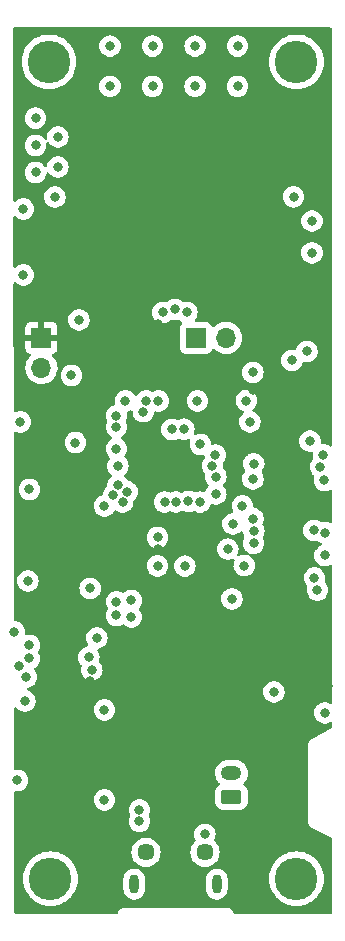
<source format=gbr>
%TF.GenerationSoftware,KiCad,Pcbnew,(6.0.8)*%
%TF.CreationDate,2023-06-03T22:28:48+01:00*%
%TF.ProjectId,circuit board design v2.1,63697263-7569-4742-9062-6f6172642064,rev?*%
%TF.SameCoordinates,Original*%
%TF.FileFunction,Copper,L2,Inr*%
%TF.FilePolarity,Positive*%
%FSLAX46Y46*%
G04 Gerber Fmt 4.6, Leading zero omitted, Abs format (unit mm)*
G04 Created by KiCad (PCBNEW (6.0.8)) date 2023-06-03 22:28:48*
%MOMM*%
%LPD*%
G01*
G04 APERTURE LIST*
G04 Aperture macros list*
%AMRoundRect*
0 Rectangle with rounded corners*
0 $1 Rounding radius*
0 $2 $3 $4 $5 $6 $7 $8 $9 X,Y pos of 4 corners*
0 Add a 4 corners polygon primitive as box body*
4,1,4,$2,$3,$4,$5,$6,$7,$8,$9,$2,$3,0*
0 Add four circle primitives for the rounded corners*
1,1,$1+$1,$2,$3*
1,1,$1+$1,$4,$5*
1,1,$1+$1,$6,$7*
1,1,$1+$1,$8,$9*
0 Add four rect primitives between the rounded corners*
20,1,$1+$1,$2,$3,$4,$5,0*
20,1,$1+$1,$4,$5,$6,$7,0*
20,1,$1+$1,$6,$7,$8,$9,0*
20,1,$1+$1,$8,$9,$2,$3,0*%
G04 Aperture macros list end*
%TA.AperFunction,ComponentPad*%
%ADD10C,1.450000*%
%TD*%
%TA.AperFunction,ComponentPad*%
%ADD11O,0.800000X1.600000*%
%TD*%
%TA.AperFunction,ComponentPad*%
%ADD12C,3.600000*%
%TD*%
%TA.AperFunction,ComponentPad*%
%ADD13R,1.700000X1.700000*%
%TD*%
%TA.AperFunction,ComponentPad*%
%ADD14O,1.700000X1.700000*%
%TD*%
%TA.AperFunction,ComponentPad*%
%ADD15RoundRect,0.250000X0.625000X-0.350000X0.625000X0.350000X-0.625000X0.350000X-0.625000X-0.350000X0*%
%TD*%
%TA.AperFunction,ComponentPad*%
%ADD16O,1.750000X1.200000*%
%TD*%
%TA.AperFunction,ViaPad*%
%ADD17C,0.800000*%
%TD*%
G04 APERTURE END LIST*
D10*
%TO.N,GND*%
%TO.C,J3*%
X33747000Y-88251000D03*
X38747000Y-88251000D03*
D11*
X32747000Y-90951000D03*
X39747000Y-90951000D03*
%TD*%
D12*
%TO.N,GND*%
%TO.C,H4*%
X46482000Y-90500000D03*
%TD*%
D13*
%TO.N,+3.3V*%
%TO.C,J1*%
X24892000Y-44699000D03*
D14*
%TO.N,GND*%
X24892000Y-47239000D03*
%TD*%
D15*
%TO.N,GND*%
%TO.C,J2*%
X40984000Y-83550000D03*
D16*
%TO.N,/Power/Battery+*%
X40984000Y-81550000D03*
%TD*%
D12*
%TO.N,GND*%
%TO.C,H2*%
X46482000Y-21336000D03*
%TD*%
D13*
%TO.N,/MCU/SYS_JTCK_SWCLK*%
%TO.C,J6*%
X37968000Y-44704000D03*
D14*
%TO.N,/MCU/SYS_JTMS_SWDIO*%
X40508000Y-44704000D03*
%TD*%
D12*
%TO.N,GND*%
%TO.C,H3*%
X25527000Y-21336000D03*
%TD*%
%TO.N,GND*%
%TO.C,H1*%
X25654000Y-90500000D03*
%TD*%
D17*
%TO.N,/GPS/GPS_UART_TX_Module*%
X26289000Y-30226000D03*
%TO.N,/GPS/GPS_UART_RX_Module*%
X26289000Y-27686000D03*
X36195000Y-42291000D03*
%TO.N,/GPS/GPS_UART_TX_Module*%
X35179000Y-42545000D03*
%TO.N,/GPS/GPS_Reset*%
X37211000Y-42545000D03*
X46236000Y-32758000D03*
%TO.N,+3.3V*%
X48133000Y-40640000D03*
X44831000Y-42799000D03*
%TO.N,/MCU/Radio_DIO2*%
X31242000Y-54102000D03*
%TO.N,/MCU/Radio_DIO4*%
X39364753Y-55537530D03*
%TO.N,/MCU/Radio_DIO5*%
X39656500Y-56441100D03*
%TO.N,/MCU/Radio_DIO3*%
X39619959Y-54622969D03*
%TO.N,/MCU/Radio_Enable*%
X37039311Y-64025423D03*
%TO.N,/MCU/I2C1_SDA*%
X48921140Y-61203806D03*
X33782000Y-50038000D03*
X28908006Y-71734469D03*
X47621270Y-53427500D03*
%TO.N,GND*%
X41021000Y-66802000D03*
X47800000Y-34800000D03*
X41500000Y-20000000D03*
X42846944Y-62086056D03*
X23114000Y-51816000D03*
X47965502Y-61007500D03*
X23876000Y-70739000D03*
X23749000Y-65278000D03*
X38735000Y-86741000D03*
X37900000Y-20000000D03*
X32004000Y-50038000D03*
X42799000Y-56642000D03*
X24400000Y-30700000D03*
X41500000Y-23400000D03*
X38312005Y-58606306D03*
X42063380Y-63981120D03*
X42866498Y-55372000D03*
X23622000Y-73406000D03*
X42237579Y-50011144D03*
X23495000Y-75438000D03*
X42796677Y-59999064D03*
X47800000Y-37500000D03*
X22860000Y-82169000D03*
X30226000Y-83820000D03*
X27432000Y-47879000D03*
X24400000Y-26100000D03*
X40666629Y-62584370D03*
X48260000Y-66040000D03*
X29015502Y-65913000D03*
X24400000Y-28400000D03*
X44577000Y-74676000D03*
X34300000Y-20000000D03*
X30700000Y-20000000D03*
X23876000Y-71842500D03*
X48895000Y-76454000D03*
X34300000Y-23400000D03*
X37900000Y-23400000D03*
X48855500Y-56769000D03*
X23368000Y-39370000D03*
X48768000Y-54610000D03*
X31369000Y-55549060D03*
X32512000Y-66929000D03*
X31767812Y-58594670D03*
X32512000Y-68326000D03*
X26035000Y-32766000D03*
X23368000Y-33782000D03*
X30700000Y-23400000D03*
X29150138Y-72790972D03*
X48895000Y-63119000D03*
X42799000Y-47625000D03*
X27773500Y-53562944D03*
X30226000Y-76200000D03*
X31242000Y-67056000D03*
X28067000Y-43180000D03*
X23876000Y-57531000D03*
X31242000Y-68199000D03*
X34729500Y-64008000D03*
%TO.N,+3.3V*%
X28956000Y-67945000D03*
X49149000Y-74168000D03*
X39751000Y-60833000D03*
X44704000Y-78359000D03*
X48641000Y-59173500D03*
X23368000Y-35306000D03*
X39116000Y-70993000D03*
X39878000Y-71755000D03*
X23622000Y-77089000D03*
X29015502Y-61205962D03*
X23860498Y-67381000D03*
X44450000Y-53838498D03*
X48895000Y-50673000D03*
X47965502Y-62357000D03*
X41021000Y-68834000D03*
X29015502Y-73787000D03*
X39370000Y-69596000D03*
X31369000Y-73787000D03*
X40640000Y-72517000D03*
X47752000Y-29464000D03*
X47965502Y-67945000D03*
X34729500Y-62611000D03*
X41910000Y-72136000D03*
X23368000Y-37846000D03*
X34798000Y-43561000D03*
X33274000Y-43561000D03*
X30099000Y-49022000D03*
X42799000Y-49149000D03*
%TO.N,+3.3VA*%
X39656500Y-57912000D03*
X41910000Y-58928000D03*
%TO.N,/MCU/I2C1_SCL*%
X29591000Y-70104000D03*
X42866413Y-61022688D03*
X33521151Y-50950970D03*
X48514000Y-55626000D03*
%TO.N,/MCU/Radio_DIO1*%
X31382154Y-57148560D03*
%TO.N,/MCU/Radio_DIO0*%
X30988000Y-58039000D03*
%TO.N,/MCU/Radio_TX*%
X32139681Y-57721017D03*
%TO.N,/MCU/Radio_RX*%
X30226000Y-58928000D03*
%TO.N,/MCU/Radio_Reset*%
X41110500Y-60452000D03*
%TO.N,/MCU/Radio_SPI1_SCK*%
X36277596Y-58596949D03*
%TO.N,/MCU/Radio_SPI1_MISO*%
X35323843Y-58599597D03*
%TO.N,/MCU/Radio_SPI1_MOSI*%
X34729500Y-61595000D03*
%TO.N,/MCU/Flash_QUADSPI_CLK*%
X42545000Y-51816000D03*
X37338000Y-58547000D03*
%TO.N,/MCU/USB_D-*%
X33186500Y-84673043D03*
X35941000Y-52451000D03*
%TO.N,/MCU/USB_D+*%
X36957000Y-52423000D03*
X33186500Y-85622546D03*
%TO.N,/MCU/Flash_QUADSPI_BK1_IO1*%
X38100000Y-50038000D03*
X46101000Y-46609000D03*
%TO.N,/MCU/Flash_QUADSPI_BK1_NCS*%
X34798000Y-50038000D03*
X47371000Y-45847000D03*
%TO.N,/MCU/Acc_Int1*%
X22606000Y-69596000D03*
X31242000Y-51308000D03*
%TO.N,/MCU/Gyro_Int3*%
X22987000Y-72517000D03*
X31242000Y-52257503D03*
%TO.N,/MCU/Mag_Data_Ready*%
X38354000Y-53722000D03*
X48006000Y-65024000D03*
%TD*%
%TA.AperFunction,Conductor*%
%TO.N,+3.3V*%
G36*
X49434023Y-18435502D02*
G01*
X49480516Y-18489158D01*
X49491902Y-18541418D01*
X49514194Y-53781805D01*
X49494235Y-53849939D01*
X49440609Y-53896465D01*
X49370341Y-53906614D01*
X49314133Y-53883821D01*
X49230094Y-53822763D01*
X49230093Y-53822762D01*
X49224752Y-53818882D01*
X49218724Y-53816198D01*
X49218722Y-53816197D01*
X49056319Y-53743891D01*
X49056318Y-53743891D01*
X49050288Y-53741206D01*
X48956888Y-53721353D01*
X48869944Y-53702872D01*
X48869939Y-53702872D01*
X48863487Y-53701500D01*
X48672513Y-53701500D01*
X48666056Y-53702872D01*
X48659485Y-53703563D01*
X48659181Y-53700672D01*
X48601095Y-53696279D01*
X48544433Y-53653502D01*
X48519893Y-53586881D01*
X48520298Y-53565234D01*
X48534084Y-53434065D01*
X48534774Y-53427500D01*
X48522235Y-53308198D01*
X48515502Y-53244135D01*
X48515502Y-53244133D01*
X48514812Y-53237572D01*
X48455797Y-53055944D01*
X48449329Y-53044740D01*
X48363611Y-52896274D01*
X48360310Y-52890556D01*
X48329099Y-52855892D01*
X48236945Y-52753545D01*
X48236944Y-52753544D01*
X48232523Y-52748634D01*
X48133427Y-52676636D01*
X48083364Y-52640263D01*
X48083363Y-52640262D01*
X48078022Y-52636382D01*
X48071994Y-52633698D01*
X48071992Y-52633697D01*
X47909589Y-52561391D01*
X47909588Y-52561391D01*
X47903558Y-52558706D01*
X47810158Y-52538853D01*
X47723214Y-52520372D01*
X47723209Y-52520372D01*
X47716757Y-52519000D01*
X47525783Y-52519000D01*
X47519331Y-52520372D01*
X47519326Y-52520372D01*
X47432383Y-52538853D01*
X47338982Y-52558706D01*
X47332952Y-52561391D01*
X47332951Y-52561391D01*
X47170548Y-52633697D01*
X47170546Y-52633698D01*
X47164518Y-52636382D01*
X47159177Y-52640262D01*
X47159176Y-52640263D01*
X47109113Y-52676636D01*
X47010017Y-52748634D01*
X47005596Y-52753544D01*
X47005595Y-52753545D01*
X46913442Y-52855892D01*
X46882230Y-52890556D01*
X46878929Y-52896274D01*
X46793212Y-53044740D01*
X46786743Y-53055944D01*
X46727728Y-53237572D01*
X46727038Y-53244133D01*
X46727038Y-53244135D01*
X46720305Y-53308198D01*
X46707766Y-53427500D01*
X46708456Y-53434065D01*
X46722825Y-53570774D01*
X46727728Y-53617428D01*
X46786743Y-53799056D01*
X46790046Y-53804778D01*
X46790047Y-53804779D01*
X46800430Y-53822763D01*
X46882230Y-53964444D01*
X46886648Y-53969351D01*
X46886649Y-53969352D01*
X46987283Y-54081117D01*
X47010017Y-54106366D01*
X47164518Y-54218618D01*
X47170546Y-54221302D01*
X47170548Y-54221303D01*
X47332951Y-54293609D01*
X47338982Y-54296294D01*
X47432383Y-54316147D01*
X47519326Y-54334628D01*
X47519331Y-54334628D01*
X47525783Y-54336000D01*
X47716757Y-54336000D01*
X47723214Y-54334628D01*
X47729785Y-54333937D01*
X47730089Y-54336828D01*
X47788175Y-54341221D01*
X47844837Y-54383998D01*
X47869377Y-54450619D01*
X47868972Y-54472266D01*
X47864396Y-54515803D01*
X47854496Y-54610000D01*
X47855186Y-54616565D01*
X47872455Y-54780866D01*
X47874458Y-54799928D01*
X47894627Y-54862002D01*
X47896655Y-54932968D01*
X47868430Y-54985247D01*
X47839089Y-55017834D01*
X47774960Y-55089056D01*
X47679473Y-55254444D01*
X47620458Y-55436072D01*
X47619768Y-55442633D01*
X47619768Y-55442635D01*
X47609104Y-55544095D01*
X47600496Y-55626000D01*
X47601186Y-55632565D01*
X47614815Y-55762234D01*
X47620458Y-55815928D01*
X47679473Y-55997556D01*
X47774960Y-56162944D01*
X47779378Y-56167851D01*
X47779379Y-56167852D01*
X47836964Y-56231807D01*
X47902747Y-56304866D01*
X47908089Y-56308747D01*
X47908091Y-56308749D01*
X47948669Y-56338230D01*
X47992023Y-56394452D01*
X47998099Y-56465188D01*
X47994445Y-56479090D01*
X47961958Y-56579072D01*
X47961268Y-56585633D01*
X47961268Y-56585635D01*
X47953220Y-56662206D01*
X47941996Y-56769000D01*
X47942686Y-56775565D01*
X47950326Y-56848251D01*
X47961958Y-56958928D01*
X48020973Y-57140556D01*
X48024276Y-57146278D01*
X48024277Y-57146279D01*
X48030032Y-57156247D01*
X48116460Y-57305944D01*
X48120878Y-57310851D01*
X48120879Y-57310852D01*
X48148089Y-57341072D01*
X48244247Y-57447866D01*
X48312078Y-57497148D01*
X48383622Y-57549128D01*
X48398748Y-57560118D01*
X48404776Y-57562802D01*
X48404778Y-57562803D01*
X48488567Y-57600108D01*
X48573212Y-57637794D01*
X48666613Y-57657647D01*
X48753556Y-57676128D01*
X48753561Y-57676128D01*
X48760013Y-57677500D01*
X48950987Y-57677500D01*
X48957439Y-57676128D01*
X48957444Y-57676128D01*
X49044387Y-57657647D01*
X49137788Y-57637794D01*
X49222433Y-57600108D01*
X49306222Y-57562803D01*
X49306224Y-57562802D01*
X49312252Y-57560118D01*
X49317593Y-57556237D01*
X49323311Y-57552936D01*
X49324093Y-57554291D01*
X49383455Y-57533111D01*
X49452606Y-57549193D01*
X49502086Y-57600108D01*
X49516646Y-57658826D01*
X49518305Y-60281101D01*
X49498346Y-60349235D01*
X49444720Y-60395761D01*
X49374452Y-60405910D01*
X49341058Y-60396289D01*
X49203428Y-60335012D01*
X49089544Y-60310805D01*
X49023084Y-60296678D01*
X49023079Y-60296678D01*
X49016627Y-60295306D01*
X48825653Y-60295306D01*
X48819201Y-60296678D01*
X48819196Y-60296678D01*
X48652474Y-60332116D01*
X48581683Y-60326714D01*
X48552216Y-60310805D01*
X48427596Y-60220263D01*
X48427595Y-60220262D01*
X48422254Y-60216382D01*
X48416226Y-60213698D01*
X48416224Y-60213697D01*
X48253821Y-60141391D01*
X48253820Y-60141391D01*
X48247790Y-60138706D01*
X48154389Y-60118853D01*
X48067446Y-60100372D01*
X48067441Y-60100372D01*
X48060989Y-60099000D01*
X47870015Y-60099000D01*
X47863563Y-60100372D01*
X47863558Y-60100372D01*
X47776615Y-60118853D01*
X47683214Y-60138706D01*
X47677184Y-60141391D01*
X47677183Y-60141391D01*
X47514780Y-60213697D01*
X47514778Y-60213698D01*
X47508750Y-60216382D01*
X47354249Y-60328634D01*
X47349828Y-60333544D01*
X47349827Y-60333545D01*
X47278567Y-60412688D01*
X47226462Y-60470556D01*
X47130975Y-60635944D01*
X47071960Y-60817572D01*
X47071270Y-60824133D01*
X47071270Y-60824135D01*
X47069674Y-60839323D01*
X47051998Y-61007500D01*
X47071960Y-61197428D01*
X47130975Y-61379056D01*
X47134278Y-61384778D01*
X47134279Y-61384779D01*
X47168188Y-61443510D01*
X47226462Y-61544444D01*
X47230880Y-61549351D01*
X47230881Y-61549352D01*
X47271983Y-61595000D01*
X47354249Y-61686366D01*
X47508750Y-61798618D01*
X47514778Y-61801302D01*
X47514780Y-61801303D01*
X47642987Y-61858384D01*
X47683214Y-61876294D01*
X47776525Y-61896128D01*
X47863558Y-61914628D01*
X47863563Y-61914628D01*
X47870015Y-61916000D01*
X48060989Y-61916000D01*
X48067441Y-61914628D01*
X48067446Y-61914628D01*
X48234168Y-61879190D01*
X48304959Y-61884592D01*
X48334426Y-61900501D01*
X48416692Y-61960271D01*
X48464388Y-61994924D01*
X48470416Y-61997608D01*
X48470418Y-61997609D01*
X48566702Y-62040477D01*
X48620798Y-62086457D01*
X48641447Y-62154384D01*
X48622095Y-62222692D01*
X48566702Y-62270691D01*
X48550849Y-62277749D01*
X48444278Y-62325197D01*
X48444276Y-62325198D01*
X48438248Y-62327882D01*
X48283747Y-62440134D01*
X48155960Y-62582056D01*
X48060473Y-62747444D01*
X48001458Y-62929072D01*
X48000768Y-62935633D01*
X48000768Y-62935635D01*
X47983524Y-63099703D01*
X47981496Y-63119000D01*
X47982186Y-63125565D01*
X48000757Y-63302254D01*
X48001458Y-63308928D01*
X48060473Y-63490556D01*
X48155960Y-63655944D01*
X48283747Y-63797866D01*
X48438248Y-63910118D01*
X48444276Y-63912802D01*
X48444278Y-63912803D01*
X48597722Y-63981120D01*
X48612712Y-63987794D01*
X48676888Y-64001435D01*
X48793056Y-64026128D01*
X48793061Y-64026128D01*
X48799513Y-64027500D01*
X48990487Y-64027500D01*
X48996939Y-64026128D01*
X48996944Y-64026128D01*
X49113112Y-64001435D01*
X49177288Y-63987794D01*
X49207024Y-63974555D01*
X49221718Y-63968013D01*
X49343429Y-63913824D01*
X49413794Y-63904390D01*
X49478091Y-63934496D01*
X49515905Y-63994585D01*
X49520676Y-64028851D01*
X49527962Y-75547233D01*
X49508003Y-75615367D01*
X49454377Y-75661893D01*
X49384109Y-75672042D01*
X49350717Y-75662421D01*
X49177288Y-75585206D01*
X49083887Y-75565353D01*
X48996944Y-75546872D01*
X48996939Y-75546872D01*
X48990487Y-75545500D01*
X48799513Y-75545500D01*
X48793061Y-75546872D01*
X48793056Y-75546872D01*
X48706113Y-75565353D01*
X48612712Y-75585206D01*
X48606682Y-75587891D01*
X48606681Y-75587891D01*
X48444278Y-75660197D01*
X48444276Y-75660198D01*
X48438248Y-75662882D01*
X48283747Y-75775134D01*
X48279326Y-75780044D01*
X48279325Y-75780045D01*
X48235747Y-75828444D01*
X48155960Y-75917056D01*
X48060473Y-76082444D01*
X48001458Y-76264072D01*
X48000768Y-76270633D01*
X48000768Y-76270635D01*
X47988920Y-76383365D01*
X47981496Y-76454000D01*
X48001458Y-76643928D01*
X48060473Y-76825556D01*
X48155960Y-76990944D01*
X48160378Y-76995851D01*
X48160379Y-76995852D01*
X48261808Y-77108500D01*
X48283747Y-77132866D01*
X48438248Y-77245118D01*
X48444276Y-77247802D01*
X48444278Y-77247803D01*
X48444420Y-77247866D01*
X48612712Y-77322794D01*
X48706112Y-77342647D01*
X48793056Y-77361128D01*
X48793061Y-77361128D01*
X48799513Y-77362500D01*
X48990487Y-77362500D01*
X48996939Y-77361128D01*
X48996944Y-77361128D01*
X49083888Y-77342647D01*
X49177288Y-77322794D01*
X49351752Y-77245118D01*
X49352975Y-77247866D01*
X49409414Y-77234321D01*
X49476448Y-77257707D01*
X49520198Y-77313622D01*
X49529109Y-77360082D01*
X49529150Y-77424916D01*
X49529265Y-77606966D01*
X49509306Y-77675100D01*
X49465038Y-77716865D01*
X47819718Y-78642357D01*
X47809397Y-78647554D01*
X47804857Y-78649585D01*
X47796229Y-78652051D01*
X47788638Y-78656840D01*
X47788639Y-78656840D01*
X47747510Y-78682790D01*
X47742049Y-78686046D01*
X47724878Y-78695705D01*
X47721333Y-78698426D01*
X47721328Y-78698429D01*
X47719480Y-78699848D01*
X47709999Y-78706457D01*
X47680638Y-78724982D01*
X47680633Y-78724986D01*
X47673042Y-78729776D01*
X47667099Y-78736505D01*
X47667097Y-78736507D01*
X47665436Y-78738388D01*
X47647713Y-78754932D01*
X47638592Y-78761933D01*
X47633293Y-78769175D01*
X47612787Y-78797201D01*
X47605544Y-78806202D01*
X47576622Y-78838951D01*
X47572806Y-78847079D01*
X47571737Y-78849355D01*
X47559371Y-78870205D01*
X47557883Y-78872239D01*
X47557881Y-78872242D01*
X47552582Y-78879485D01*
X47549529Y-78887923D01*
X47537711Y-78920582D01*
X47533284Y-78931256D01*
X47514719Y-78970800D01*
X47513338Y-78979672D01*
X47513337Y-78979674D01*
X47512949Y-78982163D01*
X47506934Y-79005639D01*
X47503022Y-79016451D01*
X47500283Y-79060079D01*
X47499033Y-79071541D01*
X47497500Y-79081386D01*
X47497500Y-79100459D01*
X47497252Y-79108354D01*
X47493895Y-79161823D01*
X47495871Y-79170586D01*
X47496584Y-79179528D01*
X47496133Y-79179564D01*
X47497500Y-79191838D01*
X47497500Y-85665838D01*
X47495344Y-85689048D01*
X47492747Y-85702905D01*
X47493636Y-85711836D01*
X47496880Y-85744425D01*
X47497500Y-85756906D01*
X47497500Y-85761513D01*
X47498134Y-85765942D01*
X47498135Y-85765951D01*
X47500662Y-85783592D01*
X47501315Y-85788975D01*
X47505648Y-85832500D01*
X47507175Y-85847846D01*
X47510434Y-85855917D01*
X47510626Y-85856909D01*
X47511359Y-85859630D01*
X47511687Y-85860574D01*
X47512920Y-85869187D01*
X47516636Y-85877359D01*
X47537417Y-85923064D01*
X47539541Y-85928014D01*
X47561704Y-85982911D01*
X47567096Y-85989743D01*
X47567559Y-85990639D01*
X47569019Y-85993036D01*
X47569606Y-85993860D01*
X47573208Y-86001782D01*
X47579068Y-86008583D01*
X47579070Y-86008586D01*
X47611828Y-86046604D01*
X47615278Y-86050785D01*
X47651949Y-86097244D01*
X47659040Y-86102286D01*
X47659728Y-86103009D01*
X47661826Y-86104919D01*
X47662608Y-86105536D01*
X47668287Y-86112127D01*
X47675815Y-86117007D01*
X47675819Y-86117010D01*
X47717951Y-86144319D01*
X47722431Y-86147361D01*
X47739199Y-86159284D01*
X47739203Y-86159286D01*
X47743160Y-86162100D01*
X47747510Y-86164275D01*
X47749743Y-86165616D01*
X47758793Y-86170790D01*
X47790515Y-86191352D01*
X47807788Y-86196517D01*
X47828029Y-86204534D01*
X49459850Y-87020445D01*
X49511833Y-87068799D01*
X49529500Y-87133142D01*
X49529500Y-93345500D01*
X49509498Y-93413621D01*
X49455842Y-93460114D01*
X49403500Y-93471500D01*
X41286142Y-93471500D01*
X41218021Y-93451498D01*
X41173444Y-93401848D01*
X41121274Y-93297507D01*
X41112823Y-93275783D01*
X41111417Y-93270863D01*
X41111416Y-93270861D01*
X41108949Y-93262229D01*
X41086679Y-93226932D01*
X41080556Y-93216069D01*
X41080499Y-93215956D01*
X41080494Y-93215947D01*
X41078487Y-93211934D01*
X41075936Y-93208253D01*
X41075932Y-93208245D01*
X41065799Y-93193620D01*
X41062809Y-93189101D01*
X41036012Y-93146631D01*
X41031224Y-93139042D01*
X41024704Y-93133284D01*
X41024085Y-93132478D01*
X41022220Y-93130380D01*
X41021497Y-93129675D01*
X41016542Y-93122523D01*
X41009565Y-93116876D01*
X40970532Y-93085285D01*
X40966391Y-93081784D01*
X40965839Y-93081296D01*
X40922049Y-93042622D01*
X40914172Y-93038924D01*
X40913359Y-93038330D01*
X40910971Y-93036833D01*
X40910083Y-93036361D01*
X40903320Y-93030888D01*
X40848707Y-93008059D01*
X40843790Y-93005879D01*
X40790200Y-92980719D01*
X40781602Y-92979380D01*
X40780661Y-92979041D01*
X40777937Y-92978271D01*
X40776958Y-92978069D01*
X40768931Y-92974713D01*
X40729683Y-92970321D01*
X40710118Y-92968131D01*
X40704749Y-92967413D01*
X40684421Y-92964248D01*
X40684415Y-92964248D01*
X40679614Y-92963500D01*
X40674751Y-92963500D01*
X40672153Y-92963299D01*
X40661744Y-92962718D01*
X40633098Y-92959512D01*
X40633096Y-92959512D01*
X40624177Y-92958514D01*
X40606420Y-92961618D01*
X40584724Y-92963500D01*
X31936162Y-92963500D01*
X31912952Y-92961344D01*
X31899095Y-92958747D01*
X31890165Y-92959636D01*
X31857579Y-92962880D01*
X31845097Y-92963500D01*
X31840487Y-92963500D01*
X31836046Y-92964136D01*
X31836045Y-92964136D01*
X31818389Y-92966664D01*
X31813013Y-92967316D01*
X31763090Y-92972286D01*
X31763088Y-92972287D01*
X31754154Y-92973176D01*
X31746085Y-92976433D01*
X31745088Y-92976627D01*
X31742384Y-92977355D01*
X31741432Y-92977685D01*
X31732813Y-92978920D01*
X31724641Y-92982636D01*
X31724640Y-92982636D01*
X31678932Y-93003419D01*
X31673947Y-93005557D01*
X31627414Y-93024343D01*
X31619089Y-93027704D01*
X31612258Y-93033096D01*
X31611366Y-93033556D01*
X31608959Y-93035023D01*
X31608141Y-93035605D01*
X31600218Y-93039208D01*
X31593417Y-93045068D01*
X31593414Y-93045070D01*
X31555374Y-93077847D01*
X31551193Y-93081296D01*
X31511802Y-93112388D01*
X31511800Y-93112390D01*
X31504756Y-93117950D01*
X31499712Y-93125043D01*
X31498979Y-93125741D01*
X31497091Y-93127814D01*
X31496467Y-93128605D01*
X31489873Y-93134287D01*
X31484991Y-93141819D01*
X31484990Y-93141820D01*
X31457679Y-93183954D01*
X31454637Y-93188434D01*
X31439900Y-93209160D01*
X31437724Y-93213511D01*
X31436384Y-93215743D01*
X31431210Y-93224792D01*
X31410648Y-93256515D01*
X31405483Y-93273788D01*
X31397466Y-93294029D01*
X31343556Y-93401849D01*
X31295201Y-93453833D01*
X31230858Y-93471500D01*
X22731441Y-93471500D01*
X22663320Y-93451498D01*
X22616827Y-93397842D01*
X22605441Y-93345710D01*
X22605059Y-93116876D01*
X22600690Y-90500000D01*
X23340547Y-90500000D01*
X23360339Y-90801966D01*
X23419376Y-91098766D01*
X23516648Y-91385320D01*
X23523202Y-91398610D01*
X23596482Y-91547206D01*
X23650491Y-91656726D01*
X23818614Y-91908341D01*
X23821328Y-91911435D01*
X23821332Y-91911441D01*
X23920882Y-92024955D01*
X24018142Y-92135858D01*
X24021231Y-92138567D01*
X24242559Y-92332668D01*
X24242565Y-92332672D01*
X24245659Y-92335386D01*
X24249085Y-92337675D01*
X24249090Y-92337679D01*
X24437371Y-92463484D01*
X24497273Y-92503509D01*
X24500972Y-92505333D01*
X24500977Y-92505336D01*
X24640308Y-92574046D01*
X24768680Y-92637352D01*
X24772585Y-92638677D01*
X24772586Y-92638678D01*
X25051327Y-92733298D01*
X25051330Y-92733299D01*
X25055234Y-92734624D01*
X25059273Y-92735427D01*
X25059279Y-92735429D01*
X25347991Y-92792857D01*
X25347994Y-92792857D01*
X25352034Y-92793661D01*
X25356145Y-92793930D01*
X25356149Y-92793931D01*
X25649881Y-92813183D01*
X25654000Y-92813453D01*
X25658119Y-92813183D01*
X25951851Y-92793931D01*
X25951855Y-92793930D01*
X25955966Y-92793661D01*
X25960006Y-92792857D01*
X25960009Y-92792857D01*
X26248721Y-92735429D01*
X26248727Y-92735427D01*
X26252766Y-92734624D01*
X26256670Y-92733299D01*
X26256673Y-92733298D01*
X26535414Y-92638678D01*
X26535415Y-92638677D01*
X26539320Y-92637352D01*
X26667692Y-92574046D01*
X26807023Y-92505336D01*
X26807028Y-92505333D01*
X26810727Y-92503509D01*
X26870629Y-92463484D01*
X27058910Y-92337679D01*
X27058915Y-92337675D01*
X27062341Y-92335386D01*
X27065435Y-92332672D01*
X27065441Y-92332668D01*
X27286769Y-92138567D01*
X27289858Y-92135858D01*
X27387118Y-92024955D01*
X27486668Y-91911441D01*
X27486672Y-91911435D01*
X27489386Y-91908341D01*
X27657509Y-91656726D01*
X27711519Y-91547206D01*
X27784798Y-91398610D01*
X31838500Y-91398610D01*
X31853458Y-91540928D01*
X31912473Y-91722556D01*
X32007960Y-91887944D01*
X32012378Y-91892851D01*
X32012379Y-91892852D01*
X32029117Y-91911441D01*
X32135747Y-92029866D01*
X32290248Y-92142118D01*
X32296276Y-92144802D01*
X32296278Y-92144803D01*
X32458681Y-92217109D01*
X32464712Y-92219794D01*
X32558113Y-92239647D01*
X32645056Y-92258128D01*
X32645061Y-92258128D01*
X32651513Y-92259500D01*
X32842487Y-92259500D01*
X32848939Y-92258128D01*
X32848944Y-92258128D01*
X32935887Y-92239647D01*
X33029288Y-92219794D01*
X33035319Y-92217109D01*
X33197722Y-92144803D01*
X33197724Y-92144802D01*
X33203752Y-92142118D01*
X33358253Y-92029866D01*
X33464883Y-91911441D01*
X33481621Y-91892852D01*
X33481622Y-91892851D01*
X33486040Y-91887944D01*
X33581527Y-91722556D01*
X33640542Y-91540928D01*
X33655500Y-91398610D01*
X38838500Y-91398610D01*
X38853458Y-91540928D01*
X38912473Y-91722556D01*
X39007960Y-91887944D01*
X39012378Y-91892851D01*
X39012379Y-91892852D01*
X39029117Y-91911441D01*
X39135747Y-92029866D01*
X39290248Y-92142118D01*
X39296276Y-92144802D01*
X39296278Y-92144803D01*
X39458681Y-92217109D01*
X39464712Y-92219794D01*
X39558113Y-92239647D01*
X39645056Y-92258128D01*
X39645061Y-92258128D01*
X39651513Y-92259500D01*
X39842487Y-92259500D01*
X39848939Y-92258128D01*
X39848944Y-92258128D01*
X39935887Y-92239647D01*
X40029288Y-92219794D01*
X40035319Y-92217109D01*
X40197722Y-92144803D01*
X40197724Y-92144802D01*
X40203752Y-92142118D01*
X40358253Y-92029866D01*
X40464883Y-91911441D01*
X40481621Y-91892852D01*
X40481622Y-91892851D01*
X40486040Y-91887944D01*
X40581527Y-91722556D01*
X40640542Y-91540928D01*
X40655500Y-91398610D01*
X40655500Y-90503390D01*
X40655144Y-90500000D01*
X44168547Y-90500000D01*
X44188339Y-90801966D01*
X44247376Y-91098766D01*
X44344648Y-91385320D01*
X44351202Y-91398610D01*
X44424482Y-91547206D01*
X44478491Y-91656726D01*
X44646614Y-91908341D01*
X44649328Y-91911435D01*
X44649332Y-91911441D01*
X44748882Y-92024955D01*
X44846142Y-92135858D01*
X44849231Y-92138567D01*
X45070559Y-92332668D01*
X45070565Y-92332672D01*
X45073659Y-92335386D01*
X45077085Y-92337675D01*
X45077090Y-92337679D01*
X45265371Y-92463484D01*
X45325273Y-92503509D01*
X45328972Y-92505333D01*
X45328977Y-92505336D01*
X45468308Y-92574046D01*
X45596680Y-92637352D01*
X45600585Y-92638677D01*
X45600586Y-92638678D01*
X45879327Y-92733298D01*
X45879330Y-92733299D01*
X45883234Y-92734624D01*
X45887273Y-92735427D01*
X45887279Y-92735429D01*
X46175991Y-92792857D01*
X46175994Y-92792857D01*
X46180034Y-92793661D01*
X46184145Y-92793930D01*
X46184149Y-92793931D01*
X46477881Y-92813183D01*
X46482000Y-92813453D01*
X46486119Y-92813183D01*
X46779851Y-92793931D01*
X46779855Y-92793930D01*
X46783966Y-92793661D01*
X46788006Y-92792857D01*
X46788009Y-92792857D01*
X47076721Y-92735429D01*
X47076727Y-92735427D01*
X47080766Y-92734624D01*
X47084670Y-92733299D01*
X47084673Y-92733298D01*
X47363414Y-92638678D01*
X47363415Y-92638677D01*
X47367320Y-92637352D01*
X47495692Y-92574046D01*
X47635023Y-92505336D01*
X47635028Y-92505333D01*
X47638727Y-92503509D01*
X47698629Y-92463484D01*
X47886910Y-92337679D01*
X47886915Y-92337675D01*
X47890341Y-92335386D01*
X47893435Y-92332672D01*
X47893441Y-92332668D01*
X48114769Y-92138567D01*
X48117858Y-92135858D01*
X48215118Y-92024955D01*
X48314668Y-91911441D01*
X48314672Y-91911435D01*
X48317386Y-91908341D01*
X48485509Y-91656726D01*
X48539519Y-91547206D01*
X48612798Y-91398610D01*
X48619352Y-91385320D01*
X48716624Y-91098766D01*
X48775661Y-90801966D01*
X48795453Y-90500000D01*
X48775661Y-90198034D01*
X48774857Y-90193991D01*
X48717429Y-89905279D01*
X48717427Y-89905273D01*
X48716624Y-89901234D01*
X48668642Y-89759882D01*
X48620678Y-89618586D01*
X48620677Y-89618585D01*
X48619352Y-89614680D01*
X48556112Y-89486442D01*
X48487336Y-89346978D01*
X48487333Y-89346973D01*
X48485509Y-89343274D01*
X48317386Y-89091659D01*
X48314672Y-89088565D01*
X48314668Y-89088559D01*
X48120567Y-88867231D01*
X48117858Y-88864142D01*
X47901606Y-88674493D01*
X47893441Y-88667332D01*
X47893435Y-88667328D01*
X47890341Y-88664614D01*
X47886911Y-88662322D01*
X47886910Y-88662321D01*
X47642160Y-88498785D01*
X47638727Y-88496491D01*
X47635028Y-88494667D01*
X47635023Y-88494664D01*
X47495692Y-88425954D01*
X47367320Y-88362648D01*
X47363414Y-88361322D01*
X47084673Y-88266702D01*
X47084670Y-88266701D01*
X47080766Y-88265376D01*
X47076727Y-88264573D01*
X47076721Y-88264571D01*
X46788009Y-88207143D01*
X46788006Y-88207143D01*
X46783966Y-88206339D01*
X46779855Y-88206070D01*
X46779851Y-88206069D01*
X46486119Y-88186817D01*
X46482000Y-88186547D01*
X46477881Y-88186817D01*
X46184149Y-88206069D01*
X46184145Y-88206070D01*
X46180034Y-88206339D01*
X46175994Y-88207143D01*
X46175991Y-88207143D01*
X45887279Y-88264571D01*
X45887273Y-88264573D01*
X45883234Y-88265376D01*
X45879330Y-88266701D01*
X45879327Y-88266702D01*
X45600586Y-88361322D01*
X45596680Y-88362648D01*
X45468442Y-88425888D01*
X45328978Y-88494664D01*
X45328973Y-88494667D01*
X45325274Y-88496491D01*
X45073659Y-88664614D01*
X45070565Y-88667328D01*
X45070559Y-88667332D01*
X45062394Y-88674493D01*
X44846142Y-88864142D01*
X44843433Y-88867231D01*
X44649332Y-89088559D01*
X44649328Y-89088565D01*
X44646614Y-89091659D01*
X44478491Y-89343274D01*
X44476667Y-89346973D01*
X44476664Y-89346978D01*
X44407888Y-89486442D01*
X44344648Y-89614680D01*
X44343323Y-89618585D01*
X44343322Y-89618586D01*
X44295359Y-89759882D01*
X44247376Y-89901234D01*
X44246573Y-89905273D01*
X44246571Y-89905279D01*
X44189143Y-90193991D01*
X44188339Y-90198034D01*
X44168547Y-90500000D01*
X40655144Y-90500000D01*
X40640542Y-90361072D01*
X40581527Y-90179444D01*
X40486040Y-90014056D01*
X40358253Y-89872134D01*
X40203752Y-89759882D01*
X40197724Y-89757198D01*
X40197722Y-89757197D01*
X40035319Y-89684891D01*
X40035318Y-89684891D01*
X40029288Y-89682206D01*
X39935887Y-89662353D01*
X39848944Y-89643872D01*
X39848939Y-89643872D01*
X39842487Y-89642500D01*
X39651513Y-89642500D01*
X39645061Y-89643872D01*
X39645056Y-89643872D01*
X39558113Y-89662353D01*
X39464712Y-89682206D01*
X39458682Y-89684891D01*
X39458681Y-89684891D01*
X39296278Y-89757197D01*
X39296276Y-89757198D01*
X39290248Y-89759882D01*
X39135747Y-89872134D01*
X39007960Y-90014056D01*
X38912473Y-90179444D01*
X38853458Y-90361072D01*
X38838500Y-90503390D01*
X38838500Y-91398610D01*
X33655500Y-91398610D01*
X33655500Y-90503390D01*
X33640542Y-90361072D01*
X33581527Y-90179444D01*
X33486040Y-90014056D01*
X33358253Y-89872134D01*
X33203752Y-89759882D01*
X33197724Y-89757198D01*
X33197722Y-89757197D01*
X33035319Y-89684891D01*
X33035318Y-89684891D01*
X33029288Y-89682206D01*
X32935887Y-89662353D01*
X32848944Y-89643872D01*
X32848939Y-89643872D01*
X32842487Y-89642500D01*
X32651513Y-89642500D01*
X32645061Y-89643872D01*
X32645056Y-89643872D01*
X32558113Y-89662353D01*
X32464712Y-89682206D01*
X32458682Y-89684891D01*
X32458681Y-89684891D01*
X32296278Y-89757197D01*
X32296276Y-89757198D01*
X32290248Y-89759882D01*
X32135747Y-89872134D01*
X32007960Y-90014056D01*
X31912473Y-90179444D01*
X31853458Y-90361072D01*
X31838500Y-90503390D01*
X31838500Y-91398610D01*
X27784798Y-91398610D01*
X27791352Y-91385320D01*
X27888624Y-91098766D01*
X27947661Y-90801966D01*
X27967453Y-90500000D01*
X27947661Y-90198034D01*
X27946857Y-90193991D01*
X27889429Y-89905279D01*
X27889427Y-89905273D01*
X27888624Y-89901234D01*
X27840642Y-89759882D01*
X27792678Y-89618586D01*
X27792677Y-89618585D01*
X27791352Y-89614680D01*
X27728112Y-89486442D01*
X27659336Y-89346978D01*
X27659333Y-89346973D01*
X27657509Y-89343274D01*
X27489386Y-89091659D01*
X27486672Y-89088565D01*
X27486668Y-89088559D01*
X27292567Y-88867231D01*
X27289858Y-88864142D01*
X27073606Y-88674493D01*
X27065441Y-88667332D01*
X27065435Y-88667328D01*
X27062341Y-88664614D01*
X27058911Y-88662322D01*
X27058910Y-88662321D01*
X26814160Y-88498785D01*
X26810727Y-88496491D01*
X26807028Y-88494667D01*
X26807023Y-88494664D01*
X26667692Y-88425954D01*
X26539320Y-88362648D01*
X26535414Y-88361322D01*
X26256673Y-88266702D01*
X26256670Y-88266701D01*
X26252766Y-88265376D01*
X26248727Y-88264573D01*
X26248721Y-88264571D01*
X26180495Y-88251000D01*
X32508788Y-88251000D01*
X32527599Y-88466013D01*
X32529023Y-88471326D01*
X32529023Y-88471328D01*
X32580200Y-88662321D01*
X32583461Y-88674493D01*
X32585783Y-88679474D01*
X32585784Y-88679475D01*
X32672351Y-88865119D01*
X32672354Y-88865124D01*
X32674677Y-88870106D01*
X32798475Y-89046907D01*
X32951093Y-89199525D01*
X33127894Y-89323323D01*
X33132876Y-89325646D01*
X33132881Y-89325649D01*
X33318525Y-89412216D01*
X33323507Y-89414539D01*
X33328815Y-89415961D01*
X33328817Y-89415962D01*
X33526672Y-89468977D01*
X33526674Y-89468977D01*
X33531987Y-89470401D01*
X33747000Y-89489212D01*
X33962013Y-89470401D01*
X33967326Y-89468977D01*
X33967328Y-89468977D01*
X34165183Y-89415962D01*
X34165185Y-89415961D01*
X34170493Y-89414539D01*
X34175475Y-89412216D01*
X34361119Y-89325649D01*
X34361124Y-89325646D01*
X34366106Y-89323323D01*
X34542907Y-89199525D01*
X34695525Y-89046907D01*
X34819323Y-88870106D01*
X34821646Y-88865124D01*
X34821649Y-88865119D01*
X34908216Y-88679475D01*
X34908217Y-88679474D01*
X34910539Y-88674493D01*
X34913801Y-88662321D01*
X34964977Y-88471328D01*
X34964977Y-88471326D01*
X34966401Y-88466013D01*
X34985212Y-88251000D01*
X37508788Y-88251000D01*
X37527599Y-88466013D01*
X37529023Y-88471326D01*
X37529023Y-88471328D01*
X37580200Y-88662321D01*
X37583461Y-88674493D01*
X37585783Y-88679474D01*
X37585784Y-88679475D01*
X37672351Y-88865119D01*
X37672354Y-88865124D01*
X37674677Y-88870106D01*
X37798475Y-89046907D01*
X37951093Y-89199525D01*
X38127894Y-89323323D01*
X38132876Y-89325646D01*
X38132881Y-89325649D01*
X38318525Y-89412216D01*
X38323507Y-89414539D01*
X38328815Y-89415961D01*
X38328817Y-89415962D01*
X38526672Y-89468977D01*
X38526674Y-89468977D01*
X38531987Y-89470401D01*
X38747000Y-89489212D01*
X38962013Y-89470401D01*
X38967326Y-89468977D01*
X38967328Y-89468977D01*
X39165183Y-89415962D01*
X39165185Y-89415961D01*
X39170493Y-89414539D01*
X39175475Y-89412216D01*
X39361119Y-89325649D01*
X39361124Y-89325646D01*
X39366106Y-89323323D01*
X39542907Y-89199525D01*
X39695525Y-89046907D01*
X39819323Y-88870106D01*
X39821646Y-88865124D01*
X39821649Y-88865119D01*
X39908216Y-88679475D01*
X39908217Y-88679474D01*
X39910539Y-88674493D01*
X39913801Y-88662321D01*
X39964977Y-88471328D01*
X39964977Y-88471326D01*
X39966401Y-88466013D01*
X39985212Y-88251000D01*
X39966401Y-88035987D01*
X39910539Y-87827507D01*
X39908216Y-87822525D01*
X39821649Y-87636881D01*
X39821646Y-87636876D01*
X39819323Y-87631894D01*
X39695525Y-87455093D01*
X39558634Y-87318202D01*
X39524608Y-87255890D01*
X39529673Y-87185075D01*
X39538609Y-87166108D01*
X39548218Y-87149464D01*
X39569527Y-87112556D01*
X39628542Y-86930928D01*
X39648504Y-86741000D01*
X39628542Y-86551072D01*
X39569527Y-86369444D01*
X39474040Y-86204056D01*
X39346253Y-86062134D01*
X39191752Y-85949882D01*
X39185724Y-85947198D01*
X39185722Y-85947197D01*
X39023319Y-85874891D01*
X39023318Y-85874891D01*
X39017288Y-85872206D01*
X38902684Y-85847846D01*
X38836944Y-85833872D01*
X38836939Y-85833872D01*
X38830487Y-85832500D01*
X38639513Y-85832500D01*
X38633061Y-85833872D01*
X38633056Y-85833872D01*
X38567316Y-85847846D01*
X38452712Y-85872206D01*
X38446682Y-85874891D01*
X38446681Y-85874891D01*
X38284278Y-85947197D01*
X38284276Y-85947198D01*
X38278248Y-85949882D01*
X38123747Y-86062134D01*
X37995960Y-86204056D01*
X37900473Y-86369444D01*
X37841458Y-86551072D01*
X37821496Y-86741000D01*
X37841458Y-86930928D01*
X37900473Y-87112556D01*
X37903776Y-87118278D01*
X37903777Y-87118279D01*
X37940175Y-87181322D01*
X37956913Y-87250317D01*
X37933693Y-87317409D01*
X37920151Y-87333417D01*
X37798475Y-87455093D01*
X37674677Y-87631894D01*
X37672354Y-87636876D01*
X37672351Y-87636881D01*
X37585784Y-87822525D01*
X37583461Y-87827507D01*
X37527599Y-88035987D01*
X37508788Y-88251000D01*
X34985212Y-88251000D01*
X34966401Y-88035987D01*
X34910539Y-87827507D01*
X34908216Y-87822525D01*
X34821649Y-87636881D01*
X34821646Y-87636876D01*
X34819323Y-87631894D01*
X34695525Y-87455093D01*
X34542907Y-87302475D01*
X34366106Y-87178677D01*
X34361124Y-87176354D01*
X34361119Y-87176351D01*
X34175475Y-87089784D01*
X34175474Y-87089783D01*
X34170493Y-87087461D01*
X34165185Y-87086039D01*
X34165183Y-87086038D01*
X33967328Y-87033023D01*
X33967326Y-87033023D01*
X33962013Y-87031599D01*
X33747000Y-87012788D01*
X33531987Y-87031599D01*
X33526674Y-87033023D01*
X33526672Y-87033023D01*
X33328817Y-87086038D01*
X33328815Y-87086039D01*
X33323507Y-87087461D01*
X33318526Y-87089783D01*
X33318525Y-87089784D01*
X33132881Y-87176351D01*
X33132876Y-87176354D01*
X33127894Y-87178677D01*
X32951093Y-87302475D01*
X32798475Y-87455093D01*
X32674677Y-87631894D01*
X32672354Y-87636876D01*
X32672351Y-87636881D01*
X32585784Y-87822525D01*
X32583461Y-87827507D01*
X32527599Y-88035987D01*
X32508788Y-88251000D01*
X26180495Y-88251000D01*
X25960009Y-88207143D01*
X25960006Y-88207143D01*
X25955966Y-88206339D01*
X25951855Y-88206070D01*
X25951851Y-88206069D01*
X25658119Y-88186817D01*
X25654000Y-88186547D01*
X25649881Y-88186817D01*
X25356149Y-88206069D01*
X25356145Y-88206070D01*
X25352034Y-88206339D01*
X25347994Y-88207143D01*
X25347991Y-88207143D01*
X25059279Y-88264571D01*
X25059273Y-88264573D01*
X25055234Y-88265376D01*
X25051330Y-88266701D01*
X25051327Y-88266702D01*
X24772586Y-88361322D01*
X24768680Y-88362648D01*
X24640442Y-88425888D01*
X24500978Y-88494664D01*
X24500973Y-88494667D01*
X24497274Y-88496491D01*
X24245659Y-88664614D01*
X24242565Y-88667328D01*
X24242559Y-88667332D01*
X24234394Y-88674493D01*
X24018142Y-88864142D01*
X24015433Y-88867231D01*
X23821332Y-89088559D01*
X23821328Y-89088565D01*
X23818614Y-89091659D01*
X23650491Y-89343274D01*
X23648667Y-89346973D01*
X23648664Y-89346978D01*
X23579888Y-89486442D01*
X23516648Y-89614680D01*
X23515323Y-89618585D01*
X23515322Y-89618586D01*
X23467359Y-89759882D01*
X23419376Y-89901234D01*
X23418573Y-89905273D01*
X23418571Y-89905279D01*
X23361143Y-90193991D01*
X23360339Y-90198034D01*
X23340547Y-90500000D01*
X22600690Y-90500000D01*
X22592548Y-85622546D01*
X32272996Y-85622546D01*
X32273686Y-85629111D01*
X32287118Y-85756906D01*
X32292958Y-85812474D01*
X32351973Y-85994102D01*
X32447460Y-86159490D01*
X32451878Y-86164397D01*
X32451879Y-86164398D01*
X32570825Y-86296501D01*
X32575247Y-86301412D01*
X32729748Y-86413664D01*
X32735776Y-86416348D01*
X32735778Y-86416349D01*
X32898181Y-86488655D01*
X32904212Y-86491340D01*
X32997613Y-86511193D01*
X33084556Y-86529674D01*
X33084561Y-86529674D01*
X33091013Y-86531046D01*
X33281987Y-86531046D01*
X33288439Y-86529674D01*
X33288444Y-86529674D01*
X33375387Y-86511193D01*
X33468788Y-86491340D01*
X33474819Y-86488655D01*
X33637222Y-86416349D01*
X33637224Y-86416348D01*
X33643252Y-86413664D01*
X33797753Y-86301412D01*
X33802175Y-86296501D01*
X33921121Y-86164398D01*
X33921122Y-86164397D01*
X33925540Y-86159490D01*
X34021027Y-85994102D01*
X34080042Y-85812474D01*
X34085883Y-85756906D01*
X34099314Y-85629111D01*
X34100004Y-85622546D01*
X34080042Y-85432618D01*
X34021027Y-85250990D01*
X33997819Y-85210793D01*
X33981082Y-85141801D01*
X33997820Y-85084795D01*
X34017723Y-85050322D01*
X34017724Y-85050321D01*
X34021027Y-85044599D01*
X34080042Y-84862971D01*
X34100004Y-84673043D01*
X34093778Y-84613803D01*
X34080732Y-84489678D01*
X34080732Y-84489676D01*
X34080042Y-84483115D01*
X34021027Y-84301487D01*
X33925540Y-84136099D01*
X33797753Y-83994177D01*
X33643252Y-83881925D01*
X33637224Y-83879241D01*
X33637222Y-83879240D01*
X33474819Y-83806934D01*
X33474818Y-83806934D01*
X33468788Y-83804249D01*
X33375387Y-83784396D01*
X33288444Y-83765915D01*
X33288439Y-83765915D01*
X33281987Y-83764543D01*
X33091013Y-83764543D01*
X33084561Y-83765915D01*
X33084556Y-83765915D01*
X32997613Y-83784396D01*
X32904212Y-83804249D01*
X32898182Y-83806934D01*
X32898181Y-83806934D01*
X32735778Y-83879240D01*
X32735776Y-83879241D01*
X32729748Y-83881925D01*
X32575247Y-83994177D01*
X32447460Y-84136099D01*
X32351973Y-84301487D01*
X32292958Y-84483115D01*
X32292268Y-84489676D01*
X32292268Y-84489678D01*
X32279222Y-84613803D01*
X32272996Y-84673043D01*
X32292958Y-84862971D01*
X32351973Y-85044599D01*
X32355276Y-85050321D01*
X32355277Y-85050322D01*
X32375180Y-85084795D01*
X32391918Y-85153791D01*
X32375181Y-85210793D01*
X32351973Y-85250990D01*
X32292958Y-85432618D01*
X32272996Y-85622546D01*
X22592548Y-85622546D01*
X22589539Y-83820000D01*
X29312496Y-83820000D01*
X29313186Y-83826565D01*
X29331319Y-83999088D01*
X29332458Y-84009928D01*
X29391473Y-84191556D01*
X29486960Y-84356944D01*
X29491378Y-84361851D01*
X29491379Y-84361852D01*
X29506354Y-84378483D01*
X29614747Y-84498866D01*
X29620638Y-84503146D01*
X29745506Y-84593868D01*
X29769248Y-84611118D01*
X29775276Y-84613802D01*
X29775278Y-84613803D01*
X29937681Y-84686109D01*
X29943712Y-84688794D01*
X30037113Y-84708647D01*
X30124056Y-84727128D01*
X30124061Y-84727128D01*
X30130513Y-84728500D01*
X30321487Y-84728500D01*
X30327939Y-84727128D01*
X30327944Y-84727128D01*
X30414887Y-84708647D01*
X30508288Y-84688794D01*
X30514319Y-84686109D01*
X30676722Y-84613803D01*
X30676724Y-84613802D01*
X30682752Y-84611118D01*
X30706495Y-84593868D01*
X30831362Y-84503146D01*
X30837253Y-84498866D01*
X30945646Y-84378483D01*
X30960621Y-84361852D01*
X30960622Y-84361851D01*
X30965040Y-84356944D01*
X31060527Y-84191556D01*
X31119542Y-84009928D01*
X31120682Y-83999088D01*
X31138814Y-83826565D01*
X31139504Y-83820000D01*
X31119542Y-83630072D01*
X31060527Y-83448444D01*
X30965040Y-83283056D01*
X30847773Y-83152817D01*
X30841675Y-83146045D01*
X30841674Y-83146044D01*
X30837253Y-83141134D01*
X30696143Y-83038611D01*
X30688094Y-83032763D01*
X30688093Y-83032762D01*
X30682752Y-83028882D01*
X30676724Y-83026198D01*
X30676722Y-83026197D01*
X30514319Y-82953891D01*
X30514318Y-82953891D01*
X30508288Y-82951206D01*
X30414888Y-82931353D01*
X30327944Y-82912872D01*
X30327939Y-82912872D01*
X30321487Y-82911500D01*
X30130513Y-82911500D01*
X30124061Y-82912872D01*
X30124056Y-82912872D01*
X30037112Y-82931353D01*
X29943712Y-82951206D01*
X29937682Y-82953891D01*
X29937681Y-82953891D01*
X29775278Y-83026197D01*
X29775276Y-83026198D01*
X29769248Y-83028882D01*
X29763907Y-83032762D01*
X29763906Y-83032763D01*
X29755857Y-83038611D01*
X29614747Y-83141134D01*
X29610326Y-83146044D01*
X29610325Y-83146045D01*
X29604228Y-83152817D01*
X29486960Y-83283056D01*
X29391473Y-83448444D01*
X29332458Y-83630072D01*
X29312496Y-83820000D01*
X22589539Y-83820000D01*
X22588497Y-83195893D01*
X22608385Y-83127740D01*
X22661963Y-83081158D01*
X22732220Y-83070937D01*
X22740694Y-83072438D01*
X22758047Y-83076127D01*
X22758060Y-83076128D01*
X22764513Y-83077500D01*
X22955487Y-83077500D01*
X22961939Y-83076128D01*
X22961944Y-83076128D01*
X23048888Y-83057647D01*
X23142288Y-83037794D01*
X23162305Y-83028882D01*
X23310722Y-82962803D01*
X23310724Y-82962802D01*
X23316752Y-82960118D01*
X23329019Y-82951206D01*
X23421231Y-82884209D01*
X23471253Y-82847866D01*
X23599040Y-82705944D01*
X23694527Y-82540556D01*
X23753542Y-82358928D01*
X23773504Y-82169000D01*
X23766213Y-82099632D01*
X23754232Y-81985635D01*
X23754232Y-81985633D01*
X23753542Y-81979072D01*
X23694527Y-81797444D01*
X23599040Y-81632056D01*
X23476178Y-81495604D01*
X39596787Y-81495604D01*
X39606567Y-81706899D01*
X39656125Y-81912534D01*
X39658607Y-81917992D01*
X39658608Y-81917996D01*
X39702053Y-82013546D01*
X39743674Y-82105087D01*
X39866054Y-82277611D01*
X39870381Y-82281753D01*
X39870386Y-82281759D01*
X39961317Y-82368806D01*
X39996694Y-82430361D01*
X39993175Y-82501270D01*
X39951879Y-82559021D01*
X39940496Y-82566965D01*
X39884652Y-82601522D01*
X39759695Y-82726697D01*
X39755855Y-82732927D01*
X39755854Y-82732928D01*
X39682612Y-82851749D01*
X39666885Y-82877262D01*
X39611203Y-83045139D01*
X39610503Y-83051975D01*
X39610502Y-83051978D01*
X39606091Y-83095031D01*
X39600500Y-83149600D01*
X39600500Y-83950400D01*
X39600837Y-83953646D01*
X39600837Y-83953650D01*
X39605996Y-84003365D01*
X39611474Y-84056166D01*
X39613655Y-84062702D01*
X39613655Y-84062704D01*
X39654547Y-84185271D01*
X39667450Y-84223946D01*
X39760522Y-84374348D01*
X39885697Y-84499305D01*
X39891927Y-84503145D01*
X39891928Y-84503146D01*
X40029090Y-84587694D01*
X40036262Y-84592115D01*
X40081854Y-84607237D01*
X40197611Y-84645632D01*
X40197613Y-84645632D01*
X40204139Y-84647797D01*
X40210975Y-84648497D01*
X40210978Y-84648498D01*
X40254031Y-84652909D01*
X40308600Y-84658500D01*
X41659400Y-84658500D01*
X41662646Y-84658163D01*
X41662650Y-84658163D01*
X41758308Y-84648238D01*
X41758312Y-84648237D01*
X41765166Y-84647526D01*
X41771702Y-84645345D01*
X41771704Y-84645345D01*
X41903806Y-84601272D01*
X41932946Y-84591550D01*
X42083348Y-84498478D01*
X42208305Y-84373303D01*
X42301115Y-84222738D01*
X42356797Y-84054861D01*
X42367500Y-83950400D01*
X42367500Y-83149600D01*
X42359494Y-83072438D01*
X42357238Y-83050692D01*
X42357237Y-83050688D01*
X42356526Y-83043834D01*
X42352833Y-83032763D01*
X42302868Y-82883002D01*
X42300550Y-82876054D01*
X42207478Y-82725652D01*
X42082303Y-82600695D01*
X42030764Y-82568925D01*
X41983271Y-82516154D01*
X41971847Y-82446082D01*
X42000121Y-82380958D01*
X42019045Y-82362582D01*
X42026920Y-82356396D01*
X42030852Y-82351865D01*
X42030855Y-82351862D01*
X42161621Y-82201167D01*
X42165552Y-82196637D01*
X42168552Y-82191451D01*
X42168555Y-82191447D01*
X42268467Y-82018742D01*
X42271473Y-82013546D01*
X42340861Y-81813729D01*
X42357219Y-81700909D01*
X42370352Y-81610336D01*
X42370352Y-81610333D01*
X42371213Y-81604396D01*
X42361433Y-81393101D01*
X42311875Y-81187466D01*
X42268525Y-81092122D01*
X42226806Y-81000368D01*
X42224326Y-80994913D01*
X42101946Y-80822389D01*
X41949150Y-80676119D01*
X41771452Y-80561380D01*
X41711354Y-80537160D01*
X41580832Y-80484558D01*
X41580829Y-80484557D01*
X41575263Y-80482314D01*
X41367663Y-80441772D01*
X41362101Y-80441500D01*
X40656154Y-80441500D01*
X40498434Y-80456548D01*
X40295466Y-80516092D01*
X40290139Y-80518836D01*
X40290138Y-80518836D01*
X40112751Y-80610196D01*
X40112748Y-80610198D01*
X40107420Y-80612942D01*
X39941080Y-80743604D01*
X39937148Y-80748135D01*
X39937145Y-80748138D01*
X39868474Y-80827275D01*
X39802448Y-80903363D01*
X39799448Y-80908549D01*
X39799445Y-80908553D01*
X39752312Y-80990026D01*
X39696527Y-81086454D01*
X39627139Y-81286271D01*
X39626278Y-81292206D01*
X39626278Y-81292208D01*
X39625119Y-81300206D01*
X39596787Y-81495604D01*
X23476178Y-81495604D01*
X23471253Y-81490134D01*
X23316752Y-81377882D01*
X23310724Y-81375198D01*
X23310722Y-81375197D01*
X23148319Y-81302891D01*
X23148318Y-81302891D01*
X23142288Y-81300206D01*
X23048888Y-81280353D01*
X22961944Y-81261872D01*
X22961939Y-81261872D01*
X22955487Y-81260500D01*
X22764513Y-81260500D01*
X22758054Y-81261873D01*
X22758053Y-81261873D01*
X22737266Y-81266291D01*
X22666475Y-81260888D01*
X22609843Y-81218071D01*
X22585350Y-81151433D01*
X22585070Y-81143254D01*
X22576658Y-76104259D01*
X22596546Y-76036105D01*
X22650124Y-75989523D01*
X22720381Y-75979302D01*
X22785011Y-76008687D01*
X22796283Y-76019727D01*
X22883747Y-76116866D01*
X22982843Y-76188864D01*
X23007207Y-76206565D01*
X23038248Y-76229118D01*
X23044276Y-76231802D01*
X23044278Y-76231803D01*
X23116756Y-76264072D01*
X23212712Y-76306794D01*
X23306112Y-76326647D01*
X23393056Y-76345128D01*
X23393061Y-76345128D01*
X23399513Y-76346500D01*
X23590487Y-76346500D01*
X23596939Y-76345128D01*
X23596944Y-76345128D01*
X23683888Y-76326647D01*
X23777288Y-76306794D01*
X23873244Y-76264072D01*
X23945722Y-76231803D01*
X23945724Y-76231802D01*
X23951752Y-76229118D01*
X23982794Y-76206565D01*
X23991830Y-76200000D01*
X29312496Y-76200000D01*
X29313186Y-76206565D01*
X29327894Y-76346500D01*
X29332458Y-76389928D01*
X29391473Y-76571556D01*
X29486960Y-76736944D01*
X29491378Y-76741851D01*
X29491379Y-76741852D01*
X29610325Y-76873955D01*
X29614747Y-76878866D01*
X29769248Y-76991118D01*
X29775276Y-76993802D01*
X29775278Y-76993803D01*
X29937681Y-77066109D01*
X29943712Y-77068794D01*
X30037113Y-77088647D01*
X30124056Y-77107128D01*
X30124061Y-77107128D01*
X30130513Y-77108500D01*
X30321487Y-77108500D01*
X30327939Y-77107128D01*
X30327944Y-77107128D01*
X30414887Y-77088647D01*
X30508288Y-77068794D01*
X30514319Y-77066109D01*
X30676722Y-76993803D01*
X30676724Y-76993802D01*
X30682752Y-76991118D01*
X30837253Y-76878866D01*
X30841675Y-76873955D01*
X30960621Y-76741852D01*
X30960622Y-76741851D01*
X30965040Y-76736944D01*
X31060527Y-76571556D01*
X31119542Y-76389928D01*
X31124107Y-76346500D01*
X31138814Y-76206565D01*
X31139504Y-76200000D01*
X31138814Y-76193435D01*
X31120232Y-76016635D01*
X31120232Y-76016633D01*
X31119542Y-76010072D01*
X31060527Y-75828444D01*
X30965040Y-75663056D01*
X30939064Y-75634206D01*
X30841675Y-75526045D01*
X30841674Y-75526044D01*
X30837253Y-75521134D01*
X30722829Y-75438000D01*
X30688094Y-75412763D01*
X30688093Y-75412762D01*
X30682752Y-75408882D01*
X30676724Y-75406198D01*
X30676722Y-75406197D01*
X30514319Y-75333891D01*
X30514318Y-75333891D01*
X30508288Y-75331206D01*
X30414887Y-75311353D01*
X30327944Y-75292872D01*
X30327939Y-75292872D01*
X30321487Y-75291500D01*
X30130513Y-75291500D01*
X30124061Y-75292872D01*
X30124056Y-75292872D01*
X30037113Y-75311353D01*
X29943712Y-75331206D01*
X29937682Y-75333891D01*
X29937681Y-75333891D01*
X29775278Y-75406197D01*
X29775276Y-75406198D01*
X29769248Y-75408882D01*
X29763907Y-75412762D01*
X29763906Y-75412763D01*
X29729171Y-75438000D01*
X29614747Y-75521134D01*
X29610326Y-75526044D01*
X29610325Y-75526045D01*
X29512937Y-75634206D01*
X29486960Y-75663056D01*
X29391473Y-75828444D01*
X29332458Y-76010072D01*
X29331768Y-76016633D01*
X29331768Y-76016635D01*
X29313186Y-76193435D01*
X29312496Y-76200000D01*
X23991830Y-76200000D01*
X24007157Y-76188864D01*
X24106253Y-76116866D01*
X24110675Y-76111955D01*
X24229621Y-75979852D01*
X24229622Y-75979851D01*
X24234040Y-75974944D01*
X24329527Y-75809556D01*
X24388542Y-75627928D01*
X24393107Y-75584500D01*
X24407814Y-75444565D01*
X24408504Y-75438000D01*
X24405161Y-75406197D01*
X24389232Y-75254635D01*
X24389232Y-75254633D01*
X24388542Y-75248072D01*
X24329527Y-75066444D01*
X24234040Y-74901056D01*
X24208064Y-74872206D01*
X24110675Y-74764045D01*
X24110674Y-74764044D01*
X24106253Y-74759134D01*
X23991829Y-74676000D01*
X43663496Y-74676000D01*
X43664186Y-74682565D01*
X43675475Y-74789970D01*
X43683458Y-74865928D01*
X43742473Y-75047556D01*
X43837960Y-75212944D01*
X43842378Y-75217851D01*
X43842379Y-75217852D01*
X43869589Y-75248072D01*
X43965747Y-75354866D01*
X44036398Y-75406197D01*
X44089207Y-75444565D01*
X44120248Y-75467118D01*
X44126276Y-75469802D01*
X44126278Y-75469803D01*
X44288681Y-75542109D01*
X44294712Y-75544794D01*
X44388113Y-75564647D01*
X44475056Y-75583128D01*
X44475061Y-75583128D01*
X44481513Y-75584500D01*
X44672487Y-75584500D01*
X44678939Y-75583128D01*
X44678944Y-75583128D01*
X44765887Y-75564647D01*
X44859288Y-75544794D01*
X44865319Y-75542109D01*
X45027722Y-75469803D01*
X45027724Y-75469802D01*
X45033752Y-75467118D01*
X45064794Y-75444565D01*
X45117602Y-75406197D01*
X45188253Y-75354866D01*
X45284411Y-75248072D01*
X45311621Y-75217852D01*
X45311622Y-75217851D01*
X45316040Y-75212944D01*
X45411527Y-75047556D01*
X45470542Y-74865928D01*
X45478526Y-74789970D01*
X45489814Y-74682565D01*
X45490504Y-74676000D01*
X45479280Y-74569206D01*
X45471232Y-74492635D01*
X45471232Y-74492633D01*
X45470542Y-74486072D01*
X45411527Y-74304444D01*
X45395203Y-74276169D01*
X45319341Y-74144774D01*
X45316040Y-74139056D01*
X45270744Y-74088749D01*
X45192675Y-74002045D01*
X45192674Y-74002044D01*
X45188253Y-73997134D01*
X45033752Y-73884882D01*
X45027724Y-73882198D01*
X45027722Y-73882197D01*
X44865319Y-73809891D01*
X44865318Y-73809891D01*
X44859288Y-73807206D01*
X44746721Y-73783279D01*
X44678944Y-73768872D01*
X44678939Y-73768872D01*
X44672487Y-73767500D01*
X44481513Y-73767500D01*
X44475061Y-73768872D01*
X44475056Y-73768872D01*
X44407279Y-73783279D01*
X44294712Y-73807206D01*
X44288682Y-73809891D01*
X44288681Y-73809891D01*
X44126278Y-73882197D01*
X44126276Y-73882198D01*
X44120248Y-73884882D01*
X43965747Y-73997134D01*
X43961326Y-74002044D01*
X43961325Y-74002045D01*
X43883257Y-74088749D01*
X43837960Y-74139056D01*
X43834659Y-74144774D01*
X43758798Y-74276169D01*
X43742473Y-74304444D01*
X43683458Y-74486072D01*
X43682768Y-74492633D01*
X43682768Y-74492635D01*
X43674720Y-74569206D01*
X43663496Y-74676000D01*
X23991829Y-74676000D01*
X23957094Y-74650763D01*
X23957093Y-74650762D01*
X23951752Y-74646882D01*
X23945724Y-74644198D01*
X23945722Y-74644197D01*
X23783319Y-74571891D01*
X23783318Y-74571891D01*
X23777288Y-74569206D01*
X23770833Y-74567834D01*
X23770824Y-74567831D01*
X23728069Y-74558743D01*
X23665596Y-74525015D01*
X23631275Y-74462865D01*
X23636003Y-74392026D01*
X23678280Y-74334989D01*
X23728068Y-74312251D01*
X23904288Y-74274794D01*
X23910319Y-74272109D01*
X24072722Y-74199803D01*
X24072724Y-74199802D01*
X24078752Y-74197118D01*
X24233253Y-74084866D01*
X24312247Y-73997134D01*
X24356621Y-73947852D01*
X24356622Y-73947851D01*
X24361040Y-73942944D01*
X24456527Y-73777556D01*
X24515542Y-73595928D01*
X24516997Y-73582090D01*
X24534814Y-73412565D01*
X24535504Y-73406000D01*
X24515542Y-73216072D01*
X24456527Y-73034444D01*
X24361040Y-72869056D01*
X24315333Y-72818294D01*
X24284618Y-72754290D01*
X24293381Y-72683836D01*
X24334910Y-72632050D01*
X24481909Y-72525249D01*
X24481911Y-72525247D01*
X24487253Y-72521366D01*
X24491675Y-72516455D01*
X24610621Y-72384352D01*
X24610622Y-72384351D01*
X24615040Y-72379444D01*
X24710527Y-72214056D01*
X24769542Y-72032428D01*
X24789504Y-71842500D01*
X24778150Y-71734469D01*
X27994502Y-71734469D01*
X28014464Y-71924397D01*
X28073479Y-72106025D01*
X28168966Y-72271413D01*
X28173384Y-72276320D01*
X28173385Y-72276321D01*
X28263385Y-72376276D01*
X28294103Y-72440283D01*
X28289582Y-72499522D01*
X28258638Y-72594758D01*
X28256596Y-72601044D01*
X28255906Y-72607607D01*
X28255905Y-72607614D01*
X28240489Y-72754290D01*
X28236634Y-72790972D01*
X28256596Y-72980900D01*
X28315611Y-73162528D01*
X28411098Y-73327916D01*
X28415516Y-73332823D01*
X28415517Y-73332824D01*
X28464317Y-73387022D01*
X28538885Y-73469838D01*
X28693386Y-73582090D01*
X28699414Y-73584774D01*
X28699416Y-73584775D01*
X28738567Y-73602206D01*
X28867850Y-73659766D01*
X28961250Y-73679619D01*
X29048194Y-73698100D01*
X29048199Y-73698100D01*
X29054651Y-73699472D01*
X29245625Y-73699472D01*
X29252077Y-73698100D01*
X29252082Y-73698100D01*
X29339026Y-73679619D01*
X29432426Y-73659766D01*
X29561709Y-73602206D01*
X29600860Y-73584775D01*
X29600862Y-73584774D01*
X29606890Y-73582090D01*
X29761391Y-73469838D01*
X29835959Y-73387022D01*
X29884759Y-73332824D01*
X29884760Y-73332823D01*
X29889178Y-73327916D01*
X29984665Y-73162528D01*
X30043680Y-72980900D01*
X30063642Y-72790972D01*
X30059787Y-72754290D01*
X30044370Y-72607607D01*
X30044370Y-72607605D01*
X30043680Y-72601044D01*
X29984665Y-72419416D01*
X29889178Y-72254028D01*
X29794759Y-72149165D01*
X29764041Y-72085158D01*
X29768562Y-72025919D01*
X29799506Y-71930683D01*
X29799508Y-71930675D01*
X29801548Y-71924397D01*
X29821510Y-71734469D01*
X29811507Y-71639298D01*
X29802238Y-71551104D01*
X29802238Y-71551102D01*
X29801548Y-71544541D01*
X29742533Y-71362913D01*
X29700870Y-71290750D01*
X29650351Y-71203249D01*
X29650347Y-71203243D01*
X29647046Y-71197525D01*
X29647601Y-71197205D01*
X29625323Y-71134780D01*
X29641399Y-71065627D01*
X29692309Y-71016143D01*
X29724920Y-71004331D01*
X29770807Y-70994577D01*
X29873288Y-70972794D01*
X29879319Y-70970109D01*
X30041722Y-70897803D01*
X30041724Y-70897802D01*
X30047752Y-70895118D01*
X30202253Y-70782866D01*
X30330040Y-70640944D01*
X30425527Y-70475556D01*
X30484542Y-70293928D01*
X30504504Y-70104000D01*
X30499485Y-70056251D01*
X30485232Y-69920635D01*
X30485232Y-69920633D01*
X30484542Y-69914072D01*
X30425527Y-69732444D01*
X30330040Y-69567056D01*
X30202253Y-69425134D01*
X30047752Y-69312882D01*
X30041724Y-69310198D01*
X30041722Y-69310197D01*
X29879319Y-69237891D01*
X29879318Y-69237891D01*
X29873288Y-69235206D01*
X29779888Y-69215353D01*
X29692944Y-69196872D01*
X29692939Y-69196872D01*
X29686487Y-69195500D01*
X29495513Y-69195500D01*
X29489061Y-69196872D01*
X29489056Y-69196872D01*
X29402112Y-69215353D01*
X29308712Y-69235206D01*
X29302682Y-69237891D01*
X29302681Y-69237891D01*
X29140278Y-69310197D01*
X29140276Y-69310198D01*
X29134248Y-69312882D01*
X28979747Y-69425134D01*
X28851960Y-69567056D01*
X28756473Y-69732444D01*
X28697458Y-69914072D01*
X28696768Y-69920633D01*
X28696768Y-69920635D01*
X28682515Y-70056251D01*
X28677496Y-70104000D01*
X28697458Y-70293928D01*
X28756473Y-70475556D01*
X28759776Y-70481278D01*
X28759777Y-70481279D01*
X28836906Y-70614869D01*
X28850207Y-70637907D01*
X28850207Y-70637908D01*
X28851960Y-70640944D01*
X28851405Y-70641264D01*
X28873683Y-70703689D01*
X28857607Y-70772842D01*
X28806697Y-70822326D01*
X28774086Y-70834138D01*
X28728199Y-70843892D01*
X28625718Y-70865675D01*
X28619688Y-70868360D01*
X28619687Y-70868360D01*
X28457284Y-70940666D01*
X28457282Y-70940667D01*
X28451254Y-70943351D01*
X28296753Y-71055603D01*
X28168966Y-71197525D01*
X28073479Y-71362913D01*
X28014464Y-71544541D01*
X28013774Y-71551102D01*
X28013774Y-71551104D01*
X28004505Y-71639298D01*
X27994502Y-71734469D01*
X24778150Y-71734469D01*
X24769542Y-71652572D01*
X24710527Y-71470944D01*
X24642865Y-71353750D01*
X24626127Y-71284755D01*
X24642865Y-71227750D01*
X24707223Y-71116279D01*
X24707224Y-71116278D01*
X24710527Y-71110556D01*
X24769542Y-70928928D01*
X24772814Y-70897803D01*
X24788814Y-70745565D01*
X24789504Y-70739000D01*
X24778597Y-70635226D01*
X24770232Y-70555635D01*
X24770232Y-70555633D01*
X24769542Y-70549072D01*
X24710527Y-70367444D01*
X24615040Y-70202056D01*
X24487253Y-70060134D01*
X24332752Y-69947882D01*
X24326724Y-69945198D01*
X24326722Y-69945197D01*
X24164319Y-69872891D01*
X24164318Y-69872891D01*
X24158288Y-69870206D01*
X24064888Y-69850353D01*
X23977944Y-69831872D01*
X23977939Y-69831872D01*
X23971487Y-69830500D01*
X23780513Y-69830500D01*
X23774061Y-69831872D01*
X23774056Y-69831872D01*
X23698506Y-69847931D01*
X23657963Y-69856549D01*
X23587173Y-69851147D01*
X23530541Y-69808330D01*
X23506047Y-69741693D01*
X23506457Y-69720131D01*
X23518814Y-69602564D01*
X23519504Y-69596000D01*
X23502062Y-69430045D01*
X23500232Y-69412635D01*
X23500232Y-69412633D01*
X23499542Y-69406072D01*
X23440527Y-69224444D01*
X23345040Y-69059056D01*
X23299744Y-69008749D01*
X23221675Y-68922045D01*
X23221674Y-68922044D01*
X23217253Y-68917134D01*
X23062752Y-68804882D01*
X23056724Y-68802198D01*
X23056722Y-68802197D01*
X22894319Y-68729891D01*
X22894318Y-68729891D01*
X22888288Y-68727206D01*
X22775721Y-68703279D01*
X22707944Y-68688872D01*
X22707939Y-68688872D01*
X22701487Y-68687500D01*
X22690066Y-68687500D01*
X22621945Y-68667498D01*
X22575452Y-68613842D01*
X22564066Y-68561710D01*
X22563460Y-68199000D01*
X30328496Y-68199000D01*
X30348458Y-68388928D01*
X30407473Y-68570556D01*
X30502960Y-68735944D01*
X30630747Y-68877866D01*
X30679450Y-68913251D01*
X30779904Y-68986235D01*
X30785248Y-68990118D01*
X30791276Y-68992802D01*
X30791278Y-68992803D01*
X30827094Y-69008749D01*
X30959712Y-69067794D01*
X31053112Y-69087647D01*
X31140056Y-69106128D01*
X31140061Y-69106128D01*
X31146513Y-69107500D01*
X31337487Y-69107500D01*
X31343939Y-69106128D01*
X31343944Y-69106128D01*
X31430888Y-69087647D01*
X31524288Y-69067794D01*
X31656906Y-69008749D01*
X31692722Y-68992803D01*
X31692724Y-68992802D01*
X31698752Y-68990118D01*
X31704091Y-68986239D01*
X31704098Y-68986235D01*
X31721055Y-68973915D01*
X31787923Y-68950057D01*
X31857074Y-68966139D01*
X31888747Y-68991538D01*
X31900747Y-69004866D01*
X31968578Y-69054148D01*
X32040122Y-69106128D01*
X32055248Y-69117118D01*
X32061276Y-69119802D01*
X32061278Y-69119803D01*
X32223681Y-69192109D01*
X32229712Y-69194794D01*
X32323113Y-69214647D01*
X32410056Y-69233128D01*
X32410061Y-69233128D01*
X32416513Y-69234500D01*
X32607487Y-69234500D01*
X32613939Y-69233128D01*
X32613944Y-69233128D01*
X32700887Y-69214647D01*
X32794288Y-69194794D01*
X32800319Y-69192109D01*
X32962722Y-69119803D01*
X32962724Y-69119802D01*
X32968752Y-69117118D01*
X32983879Y-69106128D01*
X33055422Y-69054148D01*
X33123253Y-69004866D01*
X33140027Y-68986237D01*
X33246621Y-68867852D01*
X33246622Y-68867851D01*
X33251040Y-68862944D01*
X33346527Y-68697556D01*
X33405542Y-68515928D01*
X33425504Y-68326000D01*
X33405542Y-68136072D01*
X33346527Y-67954444D01*
X33251040Y-67789056D01*
X33181485Y-67711808D01*
X33150770Y-67647803D01*
X33159533Y-67577350D01*
X33181484Y-67543194D01*
X33251040Y-67465944D01*
X33346527Y-67300556D01*
X33405542Y-67118928D01*
X33423455Y-66948500D01*
X33424814Y-66935565D01*
X33425504Y-66929000D01*
X33424814Y-66922435D01*
X33412156Y-66802000D01*
X40107496Y-66802000D01*
X40108186Y-66808565D01*
X40122894Y-66948500D01*
X40127458Y-66991928D01*
X40186473Y-67173556D01*
X40281960Y-67338944D01*
X40286378Y-67343851D01*
X40286379Y-67343852D01*
X40391163Y-67460226D01*
X40409747Y-67480866D01*
X40564248Y-67593118D01*
X40570276Y-67595802D01*
X40570278Y-67595803D01*
X40687073Y-67647803D01*
X40738712Y-67670794D01*
X40831421Y-67690500D01*
X40919056Y-67709128D01*
X40919061Y-67709128D01*
X40925513Y-67710500D01*
X41116487Y-67710500D01*
X41122939Y-67709128D01*
X41122944Y-67709128D01*
X41210579Y-67690500D01*
X41303288Y-67670794D01*
X41354927Y-67647803D01*
X41471722Y-67595803D01*
X41471724Y-67595802D01*
X41477752Y-67593118D01*
X41632253Y-67480866D01*
X41650837Y-67460226D01*
X41755621Y-67343852D01*
X41755622Y-67343851D01*
X41760040Y-67338944D01*
X41855527Y-67173556D01*
X41914542Y-66991928D01*
X41919107Y-66948500D01*
X41933814Y-66808565D01*
X41934504Y-66802000D01*
X41933814Y-66795435D01*
X41915232Y-66618635D01*
X41915232Y-66618633D01*
X41914542Y-66612072D01*
X41855527Y-66430444D01*
X41760040Y-66265056D01*
X41751023Y-66255041D01*
X41636675Y-66128045D01*
X41636674Y-66128044D01*
X41632253Y-66123134D01*
X41517829Y-66040000D01*
X41483094Y-66014763D01*
X41483093Y-66014762D01*
X41477752Y-66010882D01*
X41471724Y-66008198D01*
X41471722Y-66008197D01*
X41309319Y-65935891D01*
X41309318Y-65935891D01*
X41303288Y-65933206D01*
X41208227Y-65913000D01*
X41122944Y-65894872D01*
X41122939Y-65894872D01*
X41116487Y-65893500D01*
X40925513Y-65893500D01*
X40919061Y-65894872D01*
X40919056Y-65894872D01*
X40833773Y-65913000D01*
X40738712Y-65933206D01*
X40732682Y-65935891D01*
X40732681Y-65935891D01*
X40570278Y-66008197D01*
X40570276Y-66008198D01*
X40564248Y-66010882D01*
X40558907Y-66014762D01*
X40558906Y-66014763D01*
X40524171Y-66040000D01*
X40409747Y-66123134D01*
X40405326Y-66128044D01*
X40405325Y-66128045D01*
X40290978Y-66255041D01*
X40281960Y-66265056D01*
X40186473Y-66430444D01*
X40127458Y-66612072D01*
X40126768Y-66618633D01*
X40126768Y-66618635D01*
X40108186Y-66795435D01*
X40107496Y-66802000D01*
X33412156Y-66802000D01*
X33406232Y-66745635D01*
X33406232Y-66745633D01*
X33405542Y-66739072D01*
X33346527Y-66557444D01*
X33251040Y-66392056D01*
X33151122Y-66281085D01*
X33127675Y-66255045D01*
X33127671Y-66255041D01*
X33123253Y-66250134D01*
X33024157Y-66178136D01*
X32974094Y-66141763D01*
X32974093Y-66141762D01*
X32968752Y-66137882D01*
X32962724Y-66135198D01*
X32962722Y-66135197D01*
X32800319Y-66062891D01*
X32800318Y-66062891D01*
X32794288Y-66060206D01*
X32699227Y-66040000D01*
X32613944Y-66021872D01*
X32613939Y-66021872D01*
X32607487Y-66020500D01*
X32416513Y-66020500D01*
X32410061Y-66021872D01*
X32410056Y-66021872D01*
X32324773Y-66040000D01*
X32229712Y-66060206D01*
X32223682Y-66062891D01*
X32223681Y-66062891D01*
X32061278Y-66135197D01*
X32061276Y-66135198D01*
X32055248Y-66137882D01*
X32049907Y-66141762D01*
X32049906Y-66141763D01*
X31999843Y-66178136D01*
X31900747Y-66250134D01*
X31888748Y-66263460D01*
X31828304Y-66300698D01*
X31757320Y-66299346D01*
X31721055Y-66281085D01*
X31704098Y-66268765D01*
X31704091Y-66268761D01*
X31698752Y-66264882D01*
X31692724Y-66262198D01*
X31692722Y-66262197D01*
X31530319Y-66189891D01*
X31530318Y-66189891D01*
X31524288Y-66187206D01*
X31430887Y-66167353D01*
X31343944Y-66148872D01*
X31343939Y-66148872D01*
X31337487Y-66147500D01*
X31146513Y-66147500D01*
X31140061Y-66148872D01*
X31140056Y-66148872D01*
X31053113Y-66167353D01*
X30959712Y-66187206D01*
X30953682Y-66189891D01*
X30953681Y-66189891D01*
X30791278Y-66262197D01*
X30791276Y-66262198D01*
X30785248Y-66264882D01*
X30779907Y-66268762D01*
X30779906Y-66268763D01*
X30758169Y-66284556D01*
X30630747Y-66377134D01*
X30626326Y-66382044D01*
X30626325Y-66382045D01*
X30582747Y-66430444D01*
X30502960Y-66519056D01*
X30407473Y-66684444D01*
X30348458Y-66866072D01*
X30347768Y-66872633D01*
X30347768Y-66872635D01*
X30335920Y-66985365D01*
X30328496Y-67056000D01*
X30348458Y-67245928D01*
X30407473Y-67427556D01*
X30410776Y-67433278D01*
X30410777Y-67433279D01*
X30486538Y-67564500D01*
X30503276Y-67633495D01*
X30486538Y-67690499D01*
X30407473Y-67827444D01*
X30348458Y-68009072D01*
X30328496Y-68199000D01*
X22563460Y-68199000D01*
X22558584Y-65278000D01*
X22835496Y-65278000D01*
X22855458Y-65467928D01*
X22914473Y-65649556D01*
X23009960Y-65814944D01*
X23014378Y-65819851D01*
X23014379Y-65819852D01*
X23035939Y-65843797D01*
X23137747Y-65956866D01*
X23208398Y-66008197D01*
X23279982Y-66060206D01*
X23292248Y-66069118D01*
X23298276Y-66071802D01*
X23298278Y-66071803D01*
X23446695Y-66137882D01*
X23466712Y-66146794D01*
X23560112Y-66166647D01*
X23647056Y-66185128D01*
X23647061Y-66185128D01*
X23653513Y-66186500D01*
X23844487Y-66186500D01*
X23850939Y-66185128D01*
X23850944Y-66185128D01*
X23937888Y-66166647D01*
X24031288Y-66146794D01*
X24051305Y-66137882D01*
X24199722Y-66071803D01*
X24199724Y-66071802D01*
X24205752Y-66069118D01*
X24218019Y-66060206D01*
X24289602Y-66008197D01*
X24360253Y-65956866D01*
X24399750Y-65913000D01*
X28101998Y-65913000D01*
X28102688Y-65919565D01*
X28118689Y-66071803D01*
X28121960Y-66102928D01*
X28180975Y-66284556D01*
X28184278Y-66290278D01*
X28184279Y-66290279D01*
X28217471Y-66347769D01*
X28276462Y-66449944D01*
X28404249Y-66591866D01*
X28503345Y-66663864D01*
X28540322Y-66690729D01*
X28558750Y-66704118D01*
X28564778Y-66706802D01*
X28564780Y-66706803D01*
X28637258Y-66739072D01*
X28733214Y-66781794D01*
X28797390Y-66795435D01*
X28913558Y-66820128D01*
X28913563Y-66820128D01*
X28920015Y-66821500D01*
X29110989Y-66821500D01*
X29117441Y-66820128D01*
X29117446Y-66820128D01*
X29233614Y-66795435D01*
X29297790Y-66781794D01*
X29393746Y-66739072D01*
X29466224Y-66706803D01*
X29466226Y-66706802D01*
X29472254Y-66704118D01*
X29490683Y-66690729D01*
X29527659Y-66663864D01*
X29626755Y-66591866D01*
X29754542Y-66449944D01*
X29813533Y-66347769D01*
X29846725Y-66290279D01*
X29846726Y-66290278D01*
X29850029Y-66284556D01*
X29909044Y-66102928D01*
X29912316Y-66071803D01*
X29928316Y-65919565D01*
X29929006Y-65913000D01*
X29927101Y-65894872D01*
X29909734Y-65729635D01*
X29909734Y-65729633D01*
X29909044Y-65723072D01*
X29850029Y-65541444D01*
X29754542Y-65376056D01*
X29626755Y-65234134D01*
X29472254Y-65121882D01*
X29466226Y-65119198D01*
X29466224Y-65119197D01*
X29303821Y-65046891D01*
X29303820Y-65046891D01*
X29297790Y-65044206D01*
X29202729Y-65024000D01*
X47092496Y-65024000D01*
X47093186Y-65030565D01*
X47103192Y-65125763D01*
X47112458Y-65213928D01*
X47171473Y-65395556D01*
X47266960Y-65560944D01*
X47271378Y-65565851D01*
X47271379Y-65565852D01*
X47360430Y-65664753D01*
X47391148Y-65728760D01*
X47386627Y-65787997D01*
X47366458Y-65850072D01*
X47365768Y-65856633D01*
X47365768Y-65856635D01*
X47348401Y-66021872D01*
X47346496Y-66040000D01*
X47347186Y-66046565D01*
X47361894Y-66186500D01*
X47366458Y-66229928D01*
X47425473Y-66411556D01*
X47520960Y-66576944D01*
X47525378Y-66581851D01*
X47525379Y-66581852D01*
X47552589Y-66612072D01*
X47648747Y-66718866D01*
X47731664Y-66779109D01*
X47788122Y-66820128D01*
X47803248Y-66831118D01*
X47809276Y-66833802D01*
X47809278Y-66833803D01*
X47881756Y-66866072D01*
X47977712Y-66908794D01*
X48041888Y-66922435D01*
X48158056Y-66947128D01*
X48158061Y-66947128D01*
X48164513Y-66948500D01*
X48355487Y-66948500D01*
X48361939Y-66947128D01*
X48361944Y-66947128D01*
X48478112Y-66922435D01*
X48542288Y-66908794D01*
X48638244Y-66866072D01*
X48710722Y-66833803D01*
X48710724Y-66833802D01*
X48716752Y-66831118D01*
X48731879Y-66820128D01*
X48788336Y-66779109D01*
X48871253Y-66718866D01*
X48967411Y-66612072D01*
X48994621Y-66581852D01*
X48994622Y-66581851D01*
X48999040Y-66576944D01*
X49094527Y-66411556D01*
X49153542Y-66229928D01*
X49158107Y-66186500D01*
X49172814Y-66046565D01*
X49173504Y-66040000D01*
X49171599Y-66021872D01*
X49154232Y-65856635D01*
X49154232Y-65856633D01*
X49153542Y-65850072D01*
X49094527Y-65668444D01*
X48999040Y-65503056D01*
X48905570Y-65399247D01*
X48874852Y-65335240D01*
X48879373Y-65276003D01*
X48899542Y-65213928D01*
X48908809Y-65125763D01*
X48918814Y-65030565D01*
X48919504Y-65024000D01*
X48917599Y-65005872D01*
X48900232Y-64840635D01*
X48900232Y-64840633D01*
X48899542Y-64834072D01*
X48840527Y-64652444D01*
X48745040Y-64487056D01*
X48669088Y-64402702D01*
X48621675Y-64350045D01*
X48621674Y-64350044D01*
X48617253Y-64345134D01*
X48462752Y-64232882D01*
X48456724Y-64230198D01*
X48456722Y-64230197D01*
X48294319Y-64157891D01*
X48294318Y-64157891D01*
X48288288Y-64155206D01*
X48194887Y-64135353D01*
X48107944Y-64116872D01*
X48107939Y-64116872D01*
X48101487Y-64115500D01*
X47910513Y-64115500D01*
X47904061Y-64116872D01*
X47904056Y-64116872D01*
X47817113Y-64135353D01*
X47723712Y-64155206D01*
X47717682Y-64157891D01*
X47717681Y-64157891D01*
X47555278Y-64230197D01*
X47555276Y-64230198D01*
X47549248Y-64232882D01*
X47394747Y-64345134D01*
X47390326Y-64350044D01*
X47390325Y-64350045D01*
X47342913Y-64402702D01*
X47266960Y-64487056D01*
X47171473Y-64652444D01*
X47112458Y-64834072D01*
X47111768Y-64840633D01*
X47111768Y-64840635D01*
X47094401Y-65005872D01*
X47092496Y-65024000D01*
X29202729Y-65024000D01*
X29117446Y-65005872D01*
X29117441Y-65005872D01*
X29110989Y-65004500D01*
X28920015Y-65004500D01*
X28913563Y-65005872D01*
X28913558Y-65005872D01*
X28828275Y-65024000D01*
X28733214Y-65044206D01*
X28727184Y-65046891D01*
X28727183Y-65046891D01*
X28564780Y-65119197D01*
X28564778Y-65119198D01*
X28558750Y-65121882D01*
X28404249Y-65234134D01*
X28276462Y-65376056D01*
X28180975Y-65541444D01*
X28121960Y-65723072D01*
X28121270Y-65729633D01*
X28121270Y-65729635D01*
X28103903Y-65894872D01*
X28101998Y-65913000D01*
X24399750Y-65913000D01*
X24462061Y-65843797D01*
X24483621Y-65819852D01*
X24483622Y-65819851D01*
X24488040Y-65814944D01*
X24583527Y-65649556D01*
X24642542Y-65467928D01*
X24662504Y-65278000D01*
X24655080Y-65207365D01*
X24643232Y-65094635D01*
X24643232Y-65094633D01*
X24642542Y-65088072D01*
X24583527Y-64906444D01*
X24488040Y-64741056D01*
X24442744Y-64690749D01*
X24364675Y-64604045D01*
X24364674Y-64604044D01*
X24360253Y-64599134D01*
X24205752Y-64486882D01*
X24199724Y-64484198D01*
X24199722Y-64484197D01*
X24037319Y-64411891D01*
X24037318Y-64411891D01*
X24031288Y-64409206D01*
X23918721Y-64385279D01*
X23850944Y-64370872D01*
X23850939Y-64370872D01*
X23844487Y-64369500D01*
X23653513Y-64369500D01*
X23647061Y-64370872D01*
X23647056Y-64370872D01*
X23579279Y-64385279D01*
X23466712Y-64409206D01*
X23460682Y-64411891D01*
X23460681Y-64411891D01*
X23298278Y-64484197D01*
X23298276Y-64484198D01*
X23292248Y-64486882D01*
X23137747Y-64599134D01*
X23133326Y-64604044D01*
X23133325Y-64604045D01*
X23055257Y-64690749D01*
X23009960Y-64741056D01*
X22914473Y-64906444D01*
X22855458Y-65088072D01*
X22854768Y-65094633D01*
X22854768Y-65094635D01*
X22842920Y-65207365D01*
X22835496Y-65278000D01*
X22558584Y-65278000D01*
X22556464Y-64008000D01*
X33815996Y-64008000D01*
X33816686Y-64014565D01*
X33833793Y-64177326D01*
X33835958Y-64197928D01*
X33894973Y-64379556D01*
X33898276Y-64385278D01*
X33898277Y-64385279D01*
X33905032Y-64396979D01*
X33990460Y-64544944D01*
X33994878Y-64549851D01*
X33994879Y-64549852D01*
X34039253Y-64599134D01*
X34118247Y-64686866D01*
X34142228Y-64704289D01*
X34239447Y-64774923D01*
X34272748Y-64799118D01*
X34278776Y-64801802D01*
X34278778Y-64801803D01*
X34441181Y-64874109D01*
X34447212Y-64876794D01*
X34535635Y-64895589D01*
X34627556Y-64915128D01*
X34627561Y-64915128D01*
X34634013Y-64916500D01*
X34824987Y-64916500D01*
X34831439Y-64915128D01*
X34831444Y-64915128D01*
X34923365Y-64895589D01*
X35011788Y-64876794D01*
X35017819Y-64874109D01*
X35180222Y-64801803D01*
X35180224Y-64801802D01*
X35186252Y-64799118D01*
X35219554Y-64774923D01*
X35316772Y-64704289D01*
X35340753Y-64686866D01*
X35419747Y-64599134D01*
X35464121Y-64549852D01*
X35464122Y-64549851D01*
X35468540Y-64544944D01*
X35553968Y-64396979D01*
X35560723Y-64385279D01*
X35560724Y-64385278D01*
X35564027Y-64379556D01*
X35623042Y-64197928D01*
X35625208Y-64177326D01*
X35641173Y-64025423D01*
X36125807Y-64025423D01*
X36126497Y-64031988D01*
X36144598Y-64204206D01*
X36145769Y-64215351D01*
X36204784Y-64396979D01*
X36300271Y-64562367D01*
X36304689Y-64567274D01*
X36304690Y-64567275D01*
X36423636Y-64699378D01*
X36428058Y-64704289D01*
X36582559Y-64816541D01*
X36588587Y-64819225D01*
X36588589Y-64819226D01*
X36743616Y-64888248D01*
X36757023Y-64894217D01*
X36844115Y-64912729D01*
X36937367Y-64932551D01*
X36937372Y-64932551D01*
X36943824Y-64933923D01*
X37134798Y-64933923D01*
X37141250Y-64932551D01*
X37141255Y-64932551D01*
X37234507Y-64912729D01*
X37321599Y-64894217D01*
X37335006Y-64888248D01*
X37490033Y-64819226D01*
X37490035Y-64819225D01*
X37496063Y-64816541D01*
X37650564Y-64704289D01*
X37654986Y-64699378D01*
X37773932Y-64567275D01*
X37773933Y-64567274D01*
X37778351Y-64562367D01*
X37873838Y-64396979D01*
X37932853Y-64215351D01*
X37934025Y-64204206D01*
X37952125Y-64031988D01*
X37952815Y-64025423D01*
X37932853Y-63835495D01*
X37873838Y-63653867D01*
X37867408Y-63642729D01*
X37781652Y-63494197D01*
X37778351Y-63488479D01*
X37738461Y-63444176D01*
X37654986Y-63351468D01*
X37654985Y-63351467D01*
X37650564Y-63346557D01*
X37496063Y-63234305D01*
X37490035Y-63231621D01*
X37490033Y-63231620D01*
X37327630Y-63159314D01*
X37327629Y-63159314D01*
X37321599Y-63156629D01*
X37226590Y-63136434D01*
X37141255Y-63118295D01*
X37141250Y-63118295D01*
X37134798Y-63116923D01*
X36943824Y-63116923D01*
X36937372Y-63118295D01*
X36937367Y-63118295D01*
X36852032Y-63136434D01*
X36757023Y-63156629D01*
X36750993Y-63159314D01*
X36750992Y-63159314D01*
X36588589Y-63231620D01*
X36588587Y-63231621D01*
X36582559Y-63234305D01*
X36428058Y-63346557D01*
X36423637Y-63351467D01*
X36423636Y-63351468D01*
X36340162Y-63444176D01*
X36300271Y-63488479D01*
X36296970Y-63494197D01*
X36211215Y-63642729D01*
X36204784Y-63653867D01*
X36145769Y-63835495D01*
X36125807Y-64025423D01*
X35641173Y-64025423D01*
X35642314Y-64014565D01*
X35643004Y-64008000D01*
X35641594Y-63994585D01*
X35623732Y-63824635D01*
X35623732Y-63824633D01*
X35623042Y-63818072D01*
X35564027Y-63636444D01*
X35552137Y-63615849D01*
X35508793Y-63540776D01*
X35468540Y-63471056D01*
X35453666Y-63454536D01*
X35345175Y-63334045D01*
X35345174Y-63334044D01*
X35340753Y-63329134D01*
X35186252Y-63216882D01*
X35180224Y-63214198D01*
X35180222Y-63214197D01*
X35017819Y-63141891D01*
X35017818Y-63141891D01*
X35011788Y-63139206D01*
X34913410Y-63118295D01*
X34831444Y-63100872D01*
X34831439Y-63100872D01*
X34824987Y-63099500D01*
X34634013Y-63099500D01*
X34627561Y-63100872D01*
X34627556Y-63100872D01*
X34545590Y-63118295D01*
X34447212Y-63139206D01*
X34441182Y-63141891D01*
X34441181Y-63141891D01*
X34278778Y-63214197D01*
X34278776Y-63214198D01*
X34272748Y-63216882D01*
X34118247Y-63329134D01*
X34113826Y-63334044D01*
X34113825Y-63334045D01*
X34005335Y-63454536D01*
X33990460Y-63471056D01*
X33950207Y-63540776D01*
X33906864Y-63615849D01*
X33894973Y-63636444D01*
X33835958Y-63818072D01*
X33835268Y-63824633D01*
X33835268Y-63824635D01*
X33817406Y-63994585D01*
X33815996Y-64008000D01*
X22556464Y-64008000D01*
X22554087Y-62584370D01*
X39753125Y-62584370D01*
X39753815Y-62590935D01*
X39772102Y-62764922D01*
X39773087Y-62774298D01*
X39832102Y-62955926D01*
X39927589Y-63121314D01*
X39932007Y-63126221D01*
X39932008Y-63126222D01*
X40011221Y-63214197D01*
X40055376Y-63263236D01*
X40209877Y-63375488D01*
X40215905Y-63378172D01*
X40215907Y-63378173D01*
X40376996Y-63449894D01*
X40384341Y-63453164D01*
X40445426Y-63466148D01*
X40564685Y-63491498D01*
X40564690Y-63491498D01*
X40571142Y-63492870D01*
X40762116Y-63492870D01*
X40768568Y-63491498D01*
X40768573Y-63491498D01*
X40887832Y-63466148D01*
X40948917Y-63453164D01*
X40954944Y-63450481D01*
X40954952Y-63450478D01*
X41092987Y-63389021D01*
X41163354Y-63379587D01*
X41227651Y-63409694D01*
X41265464Y-63469783D01*
X41264788Y-63540776D01*
X41253357Y-63567121D01*
X41228853Y-63609564D01*
X41169838Y-63791192D01*
X41169148Y-63797753D01*
X41169148Y-63797755D01*
X41157056Y-63912803D01*
X41149876Y-63981120D01*
X41169838Y-64171048D01*
X41228853Y-64352676D01*
X41232156Y-64358398D01*
X41232157Y-64358399D01*
X41244372Y-64379556D01*
X41324340Y-64518064D01*
X41328758Y-64522971D01*
X41328759Y-64522972D01*
X41440183Y-64646721D01*
X41452127Y-64659986D01*
X41606628Y-64772238D01*
X41612656Y-64774922D01*
X41612658Y-64774923D01*
X41712165Y-64819226D01*
X41781092Y-64849914D01*
X41874492Y-64869767D01*
X41961436Y-64888248D01*
X41961441Y-64888248D01*
X41967893Y-64889620D01*
X42158867Y-64889620D01*
X42165319Y-64888248D01*
X42165324Y-64888248D01*
X42252268Y-64869767D01*
X42345668Y-64849914D01*
X42414595Y-64819226D01*
X42514102Y-64774923D01*
X42514104Y-64774922D01*
X42520132Y-64772238D01*
X42674633Y-64659986D01*
X42686577Y-64646721D01*
X42798001Y-64522972D01*
X42798002Y-64522971D01*
X42802420Y-64518064D01*
X42882388Y-64379556D01*
X42894603Y-64358399D01*
X42894604Y-64358398D01*
X42897907Y-64352676D01*
X42956922Y-64171048D01*
X42976884Y-63981120D01*
X42969704Y-63912803D01*
X42957612Y-63797755D01*
X42957612Y-63797753D01*
X42956922Y-63791192D01*
X42897907Y-63609564D01*
X42802420Y-63444176D01*
X42718946Y-63351468D01*
X42679055Y-63307165D01*
X42679054Y-63307164D01*
X42674633Y-63302254D01*
X42523785Y-63192656D01*
X42480431Y-63136434D01*
X42474356Y-63065697D01*
X42507488Y-63002906D01*
X42569308Y-62967994D01*
X42624042Y-62967473D01*
X42655009Y-62974055D01*
X42745000Y-62993184D01*
X42745005Y-62993184D01*
X42751457Y-62994556D01*
X42942431Y-62994556D01*
X42948883Y-62993184D01*
X42948888Y-62993184D01*
X43035832Y-62974703D01*
X43129232Y-62954850D01*
X43187131Y-62929072D01*
X43297666Y-62879859D01*
X43297668Y-62879858D01*
X43303696Y-62877174D01*
X43458197Y-62764922D01*
X43585984Y-62623000D01*
X43644258Y-62522066D01*
X43678167Y-62463335D01*
X43678168Y-62463334D01*
X43681471Y-62457612D01*
X43740486Y-62275984D01*
X43743196Y-62250206D01*
X43759758Y-62092621D01*
X43760448Y-62086056D01*
X43742575Y-61916000D01*
X43741176Y-61902691D01*
X43741176Y-61902689D01*
X43740486Y-61896128D01*
X43681471Y-61714500D01*
X43635127Y-61634231D01*
X43618390Y-61565239D01*
X43635128Y-61508233D01*
X43697636Y-61399967D01*
X43697637Y-61399966D01*
X43700940Y-61394244D01*
X43759955Y-61212616D01*
X43760892Y-61203706D01*
X43779227Y-61029253D01*
X43779917Y-61022688D01*
X43759955Y-60832760D01*
X43700940Y-60651132D01*
X43621468Y-60513483D01*
X43604730Y-60444488D01*
X43621467Y-60387485D01*
X43631204Y-60370620D01*
X43690219Y-60188992D01*
X43695649Y-60137334D01*
X43709491Y-60005629D01*
X43710181Y-59999064D01*
X43707891Y-59977276D01*
X43690909Y-59815699D01*
X43690909Y-59815697D01*
X43690219Y-59809136D01*
X43631204Y-59627508D01*
X43535717Y-59462120D01*
X43529757Y-59455500D01*
X43412352Y-59325109D01*
X43412351Y-59325108D01*
X43407930Y-59320198D01*
X43253429Y-59207946D01*
X43247401Y-59205262D01*
X43247399Y-59205261D01*
X43084996Y-59132955D01*
X43084995Y-59132955D01*
X43078965Y-59130270D01*
X42919263Y-59096324D01*
X42856789Y-59062595D01*
X42822468Y-59000446D01*
X42820150Y-58959909D01*
X42823504Y-58928000D01*
X42815330Y-58850229D01*
X42804232Y-58744635D01*
X42804232Y-58744633D01*
X42803542Y-58738072D01*
X42744527Y-58556444D01*
X42649040Y-58391056D01*
X42521253Y-58249134D01*
X42366752Y-58136882D01*
X42360724Y-58134198D01*
X42360722Y-58134197D01*
X42198319Y-58061891D01*
X42198316Y-58061890D01*
X42192288Y-58059206D01*
X42098888Y-58039353D01*
X42011944Y-58020872D01*
X42011939Y-58020872D01*
X42005487Y-58019500D01*
X41814513Y-58019500D01*
X41808061Y-58020872D01*
X41808056Y-58020872D01*
X41721112Y-58039353D01*
X41627712Y-58059206D01*
X41621684Y-58061890D01*
X41621681Y-58061891D01*
X41459278Y-58134197D01*
X41459276Y-58134198D01*
X41453248Y-58136882D01*
X41298747Y-58249134D01*
X41170960Y-58391056D01*
X41075473Y-58556444D01*
X41016458Y-58738072D01*
X41015768Y-58744633D01*
X41015768Y-58744635D01*
X41004670Y-58850229D01*
X40996496Y-58928000D01*
X40997186Y-58934562D01*
X40997186Y-58934565D01*
X41001032Y-58971153D01*
X41016458Y-59117928D01*
X41075473Y-59299556D01*
X41078776Y-59305278D01*
X41078777Y-59305279D01*
X41108164Y-59356178D01*
X41124902Y-59425173D01*
X41101682Y-59492265D01*
X41045875Y-59536152D01*
X41016204Y-59543500D01*
X41015013Y-59543500D01*
X41008560Y-59544872D01*
X41008557Y-59544872D01*
X40945987Y-59558172D01*
X40828212Y-59583206D01*
X40822182Y-59585891D01*
X40822181Y-59585891D01*
X40659778Y-59658197D01*
X40659776Y-59658198D01*
X40653748Y-59660882D01*
X40499247Y-59773134D01*
X40371460Y-59915056D01*
X40275973Y-60080444D01*
X40216958Y-60262072D01*
X40216268Y-60268633D01*
X40216268Y-60268635D01*
X40207797Y-60349235D01*
X40196996Y-60452000D01*
X40197686Y-60458565D01*
X40215728Y-60630221D01*
X40216958Y-60641928D01*
X40275973Y-60823556D01*
X40371460Y-60988944D01*
X40375878Y-60993851D01*
X40375879Y-60993852D01*
X40471435Y-61099978D01*
X40499247Y-61130866D01*
X40554652Y-61171120D01*
X40635320Y-61229729D01*
X40653748Y-61243118D01*
X40659776Y-61245802D01*
X40659778Y-61245803D01*
X40822181Y-61318109D01*
X40828212Y-61320794D01*
X40921613Y-61340647D01*
X41008556Y-61359128D01*
X41008561Y-61359128D01*
X41015013Y-61360500D01*
X41205987Y-61360500D01*
X41212439Y-61359128D01*
X41212444Y-61359128D01*
X41299387Y-61340647D01*
X41392788Y-61320794D01*
X41398819Y-61318109D01*
X41561222Y-61245803D01*
X41561224Y-61245802D01*
X41567252Y-61243118D01*
X41585681Y-61229729D01*
X41666348Y-61171120D01*
X41721753Y-61130866D01*
X41749565Y-61099977D01*
X41810010Y-61062739D01*
X41880994Y-61064091D01*
X41939978Y-61103605D01*
X41968510Y-61171120D01*
X41971935Y-61203706D01*
X41972871Y-61212616D01*
X42031886Y-61394244D01*
X42078230Y-61474513D01*
X42094967Y-61543505D01*
X42078229Y-61600510D01*
X42012417Y-61714500D01*
X41953402Y-61896128D01*
X41952712Y-61902689D01*
X41952712Y-61902691D01*
X41951313Y-61916000D01*
X41933440Y-62086056D01*
X41934130Y-62092621D01*
X41950693Y-62250206D01*
X41953402Y-62275984D01*
X42012417Y-62457612D01*
X42015720Y-62463334D01*
X42015721Y-62463335D01*
X42049630Y-62522066D01*
X42107904Y-62623000D01*
X42235691Y-62764922D01*
X42248596Y-62774298D01*
X42386539Y-62874520D01*
X42429893Y-62930742D01*
X42435968Y-63001479D01*
X42402836Y-63064270D01*
X42341016Y-63099182D01*
X42286282Y-63099703D01*
X42255315Y-63093121D01*
X42165324Y-63073992D01*
X42165319Y-63073992D01*
X42158867Y-63072620D01*
X41967893Y-63072620D01*
X41961441Y-63073992D01*
X41961436Y-63073992D01*
X41874493Y-63092473D01*
X41781092Y-63112326D01*
X41775065Y-63115009D01*
X41775057Y-63115012D01*
X41637022Y-63176469D01*
X41566655Y-63185903D01*
X41502358Y-63155796D01*
X41464545Y-63095707D01*
X41465221Y-63024714D01*
X41476652Y-62998369D01*
X41501156Y-62955926D01*
X41560171Y-62774298D01*
X41561157Y-62764922D01*
X41579443Y-62590935D01*
X41580133Y-62584370D01*
X41565490Y-62445045D01*
X41560861Y-62401005D01*
X41560861Y-62401003D01*
X41560171Y-62394442D01*
X41501156Y-62212814D01*
X41405669Y-62047426D01*
X41338007Y-61972279D01*
X41282304Y-61910415D01*
X41282303Y-61910414D01*
X41277882Y-61905504D01*
X41123381Y-61793252D01*
X41117353Y-61790568D01*
X41117351Y-61790567D01*
X40954948Y-61718261D01*
X40954947Y-61718261D01*
X40948917Y-61715576D01*
X40855516Y-61695723D01*
X40768573Y-61677242D01*
X40768568Y-61677242D01*
X40762116Y-61675870D01*
X40571142Y-61675870D01*
X40564690Y-61677242D01*
X40564685Y-61677242D01*
X40477742Y-61695723D01*
X40384341Y-61715576D01*
X40378311Y-61718261D01*
X40378310Y-61718261D01*
X40215907Y-61790567D01*
X40215905Y-61790568D01*
X40209877Y-61793252D01*
X40055376Y-61905504D01*
X40050955Y-61910414D01*
X40050954Y-61910415D01*
X39995252Y-61972279D01*
X39927589Y-62047426D01*
X39832102Y-62212814D01*
X39773087Y-62394442D01*
X39772397Y-62401003D01*
X39772397Y-62401005D01*
X39767768Y-62445045D01*
X39753125Y-62584370D01*
X22554087Y-62584370D01*
X22552435Y-61595000D01*
X33815996Y-61595000D01*
X33835958Y-61784928D01*
X33894973Y-61966556D01*
X33898276Y-61972278D01*
X33898277Y-61972279D01*
X33911351Y-61994924D01*
X33990460Y-62131944D01*
X33994878Y-62136851D01*
X33994879Y-62136852D01*
X34072170Y-62222692D01*
X34118247Y-62273866D01*
X34272748Y-62386118D01*
X34278776Y-62388802D01*
X34278778Y-62388803D01*
X34433327Y-62457612D01*
X34447212Y-62463794D01*
X34540613Y-62483647D01*
X34627556Y-62502128D01*
X34627561Y-62502128D01*
X34634013Y-62503500D01*
X34824987Y-62503500D01*
X34831439Y-62502128D01*
X34831444Y-62502128D01*
X34918387Y-62483647D01*
X35011788Y-62463794D01*
X35025673Y-62457612D01*
X35180222Y-62388803D01*
X35180224Y-62388802D01*
X35186252Y-62386118D01*
X35340753Y-62273866D01*
X35386830Y-62222692D01*
X35464121Y-62136852D01*
X35464122Y-62136851D01*
X35468540Y-62131944D01*
X35547649Y-61994924D01*
X35560723Y-61972279D01*
X35560724Y-61972278D01*
X35564027Y-61966556D01*
X35623042Y-61784928D01*
X35643004Y-61595000D01*
X35642314Y-61588435D01*
X35623732Y-61411635D01*
X35623732Y-61411633D01*
X35623042Y-61405072D01*
X35564027Y-61223444D01*
X35557776Y-61212616D01*
X35507744Y-61125959D01*
X35468540Y-61058056D01*
X35430784Y-61016123D01*
X35345175Y-60921045D01*
X35345174Y-60921044D01*
X35340753Y-60916134D01*
X35205095Y-60817572D01*
X35191594Y-60807763D01*
X35191593Y-60807762D01*
X35186252Y-60803882D01*
X35180224Y-60801198D01*
X35180222Y-60801197D01*
X35017819Y-60728891D01*
X35017818Y-60728891D01*
X35011788Y-60726206D01*
X34918387Y-60706353D01*
X34831444Y-60687872D01*
X34831439Y-60687872D01*
X34824987Y-60686500D01*
X34634013Y-60686500D01*
X34627561Y-60687872D01*
X34627556Y-60687872D01*
X34540613Y-60706353D01*
X34447212Y-60726206D01*
X34441182Y-60728891D01*
X34441181Y-60728891D01*
X34278778Y-60801197D01*
X34278776Y-60801198D01*
X34272748Y-60803882D01*
X34267407Y-60807762D01*
X34267406Y-60807763D01*
X34253905Y-60817572D01*
X34118247Y-60916134D01*
X34113826Y-60921044D01*
X34113825Y-60921045D01*
X34028217Y-61016123D01*
X33990460Y-61058056D01*
X33951256Y-61125959D01*
X33901225Y-61212616D01*
X33894973Y-61223444D01*
X33835958Y-61405072D01*
X33835268Y-61411633D01*
X33835268Y-61411635D01*
X33816686Y-61588435D01*
X33815996Y-61595000D01*
X22552435Y-61595000D01*
X22547983Y-58928000D01*
X29312496Y-58928000D01*
X29313186Y-58934562D01*
X29313186Y-58934565D01*
X29317032Y-58971153D01*
X29332458Y-59117928D01*
X29391473Y-59299556D01*
X29394776Y-59305278D01*
X29394777Y-59305279D01*
X29413737Y-59338118D01*
X29486960Y-59464944D01*
X29491378Y-59469851D01*
X29491379Y-59469852D01*
X29531856Y-59514806D01*
X29614747Y-59606866D01*
X29769248Y-59719118D01*
X29775276Y-59721802D01*
X29775278Y-59721803D01*
X29937681Y-59794109D01*
X29943712Y-59796794D01*
X30032653Y-59815699D01*
X30124056Y-59835128D01*
X30124061Y-59835128D01*
X30130513Y-59836500D01*
X30321487Y-59836500D01*
X30327939Y-59835128D01*
X30327944Y-59835128D01*
X30419347Y-59815699D01*
X30508288Y-59796794D01*
X30514319Y-59794109D01*
X30676722Y-59721803D01*
X30676724Y-59721802D01*
X30682752Y-59719118D01*
X30837253Y-59606866D01*
X30920144Y-59514806D01*
X30960621Y-59469852D01*
X30960622Y-59469851D01*
X30965040Y-59464944D01*
X31029521Y-59353260D01*
X31080902Y-59304268D01*
X31150616Y-59290832D01*
X31212700Y-59314325D01*
X31281215Y-59364104D01*
X31311060Y-59385788D01*
X31317088Y-59388472D01*
X31317090Y-59388473D01*
X31476005Y-59459226D01*
X31485524Y-59463464D01*
X31578925Y-59483317D01*
X31665868Y-59501798D01*
X31665873Y-59501798D01*
X31672325Y-59503170D01*
X31863299Y-59503170D01*
X31869751Y-59501798D01*
X31869756Y-59501798D01*
X31956699Y-59483317D01*
X32050100Y-59463464D01*
X32059619Y-59459226D01*
X32218534Y-59388473D01*
X32218536Y-59388472D01*
X32224564Y-59385788D01*
X32379065Y-59273536D01*
X32434628Y-59211827D01*
X32502433Y-59136522D01*
X32502434Y-59136521D01*
X32506852Y-59131614D01*
X32602339Y-58966226D01*
X32661354Y-58784598D01*
X32680798Y-58599597D01*
X34410339Y-58599597D01*
X34411029Y-58606162D01*
X34429528Y-58782166D01*
X34430301Y-58789525D01*
X34489316Y-58971153D01*
X34492619Y-58976875D01*
X34492620Y-58976876D01*
X34506228Y-59000446D01*
X34584803Y-59136541D01*
X34712590Y-59278463D01*
X34791019Y-59335445D01*
X34860310Y-59385788D01*
X34867091Y-59390715D01*
X34873119Y-59393399D01*
X34873121Y-59393400D01*
X35033570Y-59464836D01*
X35041555Y-59468391D01*
X35134955Y-59488244D01*
X35221899Y-59506725D01*
X35221904Y-59506725D01*
X35228356Y-59508097D01*
X35419330Y-59508097D01*
X35425782Y-59506725D01*
X35425787Y-59506725D01*
X35512731Y-59488244D01*
X35606131Y-59468391D01*
X35617198Y-59463464D01*
X35643005Y-59451974D01*
X35752446Y-59403248D01*
X35822811Y-59393814D01*
X35854940Y-59403247D01*
X35886202Y-59417166D01*
X35987171Y-59462120D01*
X35995308Y-59465743D01*
X36088708Y-59485596D01*
X36175652Y-59504077D01*
X36175657Y-59504077D01*
X36182109Y-59505449D01*
X36373083Y-59505449D01*
X36379535Y-59504077D01*
X36379540Y-59504077D01*
X36466484Y-59485596D01*
X36559884Y-59465743D01*
X36565915Y-59463058D01*
X36728318Y-59390752D01*
X36728320Y-59390751D01*
X36734348Y-59388067D01*
X36742827Y-59381907D01*
X36773938Y-59359303D01*
X36840805Y-59335445D01*
X36899248Y-59346132D01*
X37020483Y-59400109D01*
X37055712Y-59415794D01*
X37149112Y-59435647D01*
X37236056Y-59454128D01*
X37236061Y-59454128D01*
X37242513Y-59455500D01*
X37433487Y-59455500D01*
X37439939Y-59454128D01*
X37439944Y-59454128D01*
X37526888Y-59435647D01*
X37620288Y-59415794D01*
X37715197Y-59373538D01*
X37785563Y-59364104D01*
X37840507Y-59386710D01*
X37855253Y-59397424D01*
X37861281Y-59400108D01*
X37861283Y-59400109D01*
X38023686Y-59472415D01*
X38029717Y-59475100D01*
X38110472Y-59492265D01*
X38210061Y-59513434D01*
X38210066Y-59513434D01*
X38216518Y-59514806D01*
X38407492Y-59514806D01*
X38413944Y-59513434D01*
X38413949Y-59513434D01*
X38513538Y-59492265D01*
X38594293Y-59475100D01*
X38600324Y-59472415D01*
X38762727Y-59400109D01*
X38762729Y-59400108D01*
X38768757Y-59397424D01*
X38786978Y-59384186D01*
X38854063Y-59335445D01*
X38923258Y-59285172D01*
X39051045Y-59143250D01*
X39146532Y-58977862D01*
X39188003Y-58850229D01*
X39228077Y-58791624D01*
X39293474Y-58763987D01*
X39359085Y-58774059D01*
X39374212Y-58780794D01*
X39467613Y-58800647D01*
X39554556Y-58819128D01*
X39554561Y-58819128D01*
X39561013Y-58820500D01*
X39751987Y-58820500D01*
X39758439Y-58819128D01*
X39758444Y-58819128D01*
X39845387Y-58800647D01*
X39938788Y-58780794D01*
X39944985Y-58778035D01*
X40107222Y-58705803D01*
X40107224Y-58705802D01*
X40113252Y-58703118D01*
X40267753Y-58590866D01*
X40395540Y-58448944D01*
X40491027Y-58283556D01*
X40550042Y-58101928D01*
X40554677Y-58057834D01*
X40569314Y-57918565D01*
X40570004Y-57912000D01*
X40558845Y-57805831D01*
X40550732Y-57728635D01*
X40550732Y-57728633D01*
X40550042Y-57722072D01*
X40491027Y-57540444D01*
X40485575Y-57531000D01*
X40437577Y-57447866D01*
X40395540Y-57375056D01*
X40351233Y-57325848D01*
X40292718Y-57260860D01*
X40262000Y-57196853D01*
X40270765Y-57126399D01*
X40292718Y-57092240D01*
X40391121Y-56982952D01*
X40391122Y-56982951D01*
X40395540Y-56978044D01*
X40479900Y-56831928D01*
X40487723Y-56818379D01*
X40487724Y-56818378D01*
X40491027Y-56812656D01*
X40546477Y-56642000D01*
X41885496Y-56642000D01*
X41886186Y-56648565D01*
X41896192Y-56743763D01*
X41905458Y-56831928D01*
X41964473Y-57013556D01*
X41967776Y-57019278D01*
X41967777Y-57019279D01*
X41980982Y-57042151D01*
X42059960Y-57178944D01*
X42064378Y-57183851D01*
X42064379Y-57183852D01*
X42108753Y-57233134D01*
X42187747Y-57320866D01*
X42342248Y-57433118D01*
X42348276Y-57435802D01*
X42348278Y-57435803D01*
X42384094Y-57451749D01*
X42516712Y-57510794D01*
X42610112Y-57530647D01*
X42697056Y-57549128D01*
X42697061Y-57549128D01*
X42703513Y-57550500D01*
X42894487Y-57550500D01*
X42900939Y-57549128D01*
X42900944Y-57549128D01*
X42987888Y-57530647D01*
X43081288Y-57510794D01*
X43213906Y-57451749D01*
X43249722Y-57435803D01*
X43249724Y-57435802D01*
X43255752Y-57433118D01*
X43410253Y-57320866D01*
X43489247Y-57233134D01*
X43533621Y-57183852D01*
X43533622Y-57183851D01*
X43538040Y-57178944D01*
X43617018Y-57042151D01*
X43630223Y-57019279D01*
X43630224Y-57019278D01*
X43633527Y-57013556D01*
X43692542Y-56831928D01*
X43701809Y-56743763D01*
X43711814Y-56648565D01*
X43712504Y-56642000D01*
X43710599Y-56623872D01*
X43693232Y-56458635D01*
X43693232Y-56458633D01*
X43692542Y-56452072D01*
X43633527Y-56270444D01*
X43626190Y-56257735D01*
X43541194Y-56110519D01*
X43524456Y-56041524D01*
X43547676Y-55974432D01*
X43556665Y-55963223D01*
X43605538Y-55908944D01*
X43690241Y-55762234D01*
X43697721Y-55749279D01*
X43697722Y-55749278D01*
X43701025Y-55743556D01*
X43760040Y-55561928D01*
X43761393Y-55549060D01*
X43779312Y-55378565D01*
X43780002Y-55372000D01*
X43778128Y-55354168D01*
X43760730Y-55188635D01*
X43760730Y-55188633D01*
X43760040Y-55182072D01*
X43701025Y-55000444D01*
X43605538Y-54835056D01*
X43583720Y-54810824D01*
X43482173Y-54698045D01*
X43482172Y-54698044D01*
X43477751Y-54693134D01*
X43357827Y-54606004D01*
X43328592Y-54584763D01*
X43328591Y-54584762D01*
X43323250Y-54580882D01*
X43317222Y-54578198D01*
X43317220Y-54578197D01*
X43154817Y-54505891D01*
X43154816Y-54505891D01*
X43148786Y-54503206D01*
X43036219Y-54479279D01*
X42968442Y-54464872D01*
X42968437Y-54464872D01*
X42961985Y-54463500D01*
X42771011Y-54463500D01*
X42764559Y-54464872D01*
X42764554Y-54464872D01*
X42696777Y-54479279D01*
X42584210Y-54503206D01*
X42578180Y-54505891D01*
X42578179Y-54505891D01*
X42415776Y-54578197D01*
X42415774Y-54578198D01*
X42409746Y-54580882D01*
X42404405Y-54584762D01*
X42404404Y-54584763D01*
X42375169Y-54606004D01*
X42255245Y-54693134D01*
X42250824Y-54698044D01*
X42250823Y-54698045D01*
X42149277Y-54810824D01*
X42127458Y-54835056D01*
X42031971Y-55000444D01*
X41972956Y-55182072D01*
X41972266Y-55188633D01*
X41972266Y-55188635D01*
X41954868Y-55354168D01*
X41952994Y-55372000D01*
X41953684Y-55378565D01*
X41971604Y-55549060D01*
X41972956Y-55561928D01*
X42031971Y-55743556D01*
X42035274Y-55749278D01*
X42035275Y-55749279D01*
X42124304Y-55903481D01*
X42141042Y-55972476D01*
X42117822Y-56039568D01*
X42108833Y-56050777D01*
X42059960Y-56105056D01*
X42029840Y-56157226D01*
X41971811Y-56257735D01*
X41964473Y-56270444D01*
X41905458Y-56452072D01*
X41904768Y-56458633D01*
X41904768Y-56458635D01*
X41887401Y-56623872D01*
X41885496Y-56642000D01*
X40546477Y-56642000D01*
X40550042Y-56631028D01*
X40550939Y-56622500D01*
X40569314Y-56447665D01*
X40570004Y-56441100D01*
X40556094Y-56308749D01*
X40550732Y-56257735D01*
X40550732Y-56257733D01*
X40550042Y-56251172D01*
X40491027Y-56069544D01*
X40476558Y-56044482D01*
X40405043Y-55920616D01*
X40395540Y-55904156D01*
X40293546Y-55790880D01*
X40262831Y-55726876D01*
X40261874Y-55693402D01*
X40268269Y-55632565D01*
X40278257Y-55537530D01*
X40258295Y-55347602D01*
X40258208Y-55347336D01*
X40263430Y-55278884D01*
X40287640Y-55239165D01*
X40354580Y-55164821D01*
X40354581Y-55164820D01*
X40358999Y-55159913D01*
X40447161Y-55007213D01*
X40451182Y-55000248D01*
X40451183Y-55000247D01*
X40454486Y-54994525D01*
X40513501Y-54812897D01*
X40514319Y-54805120D01*
X40532773Y-54629534D01*
X40533463Y-54622969D01*
X40521917Y-54513118D01*
X40514191Y-54439604D01*
X40514191Y-54439602D01*
X40513501Y-54433041D01*
X40454486Y-54251413D01*
X40358999Y-54086025D01*
X40231212Y-53944103D01*
X40076711Y-53831851D01*
X40070683Y-53829167D01*
X40070681Y-53829166D01*
X39908278Y-53756860D01*
X39908277Y-53756860D01*
X39902247Y-53754175D01*
X39808846Y-53734322D01*
X39721903Y-53715841D01*
X39721898Y-53715841D01*
X39715446Y-53714469D01*
X39524472Y-53714469D01*
X39518019Y-53715841D01*
X39518006Y-53715842D01*
X39409225Y-53738965D01*
X39338435Y-53733564D01*
X39281802Y-53690747D01*
X39257718Y-53628890D01*
X39248232Y-53538635D01*
X39248232Y-53538633D01*
X39247542Y-53532072D01*
X39188527Y-53350444D01*
X39156436Y-53294860D01*
X39120839Y-53233206D01*
X39093040Y-53185056D01*
X39026020Y-53110622D01*
X38969675Y-53048045D01*
X38969674Y-53048044D01*
X38965253Y-53043134D01*
X38810752Y-52930882D01*
X38804724Y-52928198D01*
X38804722Y-52928197D01*
X38642319Y-52855891D01*
X38642318Y-52855891D01*
X38636288Y-52853206D01*
X38542887Y-52833353D01*
X38455944Y-52814872D01*
X38455939Y-52814872D01*
X38449487Y-52813500D01*
X38258513Y-52813500D01*
X38252061Y-52814872D01*
X38252056Y-52814872D01*
X38165113Y-52833353D01*
X38071712Y-52853206D01*
X38065685Y-52855889D01*
X38065677Y-52855892D01*
X37980393Y-52893863D01*
X37910026Y-52903297D01*
X37845729Y-52873190D01*
X37807916Y-52813101D01*
X37809312Y-52739820D01*
X37836607Y-52655816D01*
X37850542Y-52612928D01*
X37870504Y-52423000D01*
X37850542Y-52233072D01*
X37791527Y-52051444D01*
X37696040Y-51886056D01*
X37690794Y-51880229D01*
X37572675Y-51749045D01*
X37572674Y-51749044D01*
X37568253Y-51744134D01*
X37413752Y-51631882D01*
X37407724Y-51629198D01*
X37407722Y-51629197D01*
X37245319Y-51556891D01*
X37245318Y-51556891D01*
X37239288Y-51554206D01*
X37145888Y-51534353D01*
X37058944Y-51515872D01*
X37058939Y-51515872D01*
X37052487Y-51514500D01*
X36861513Y-51514500D01*
X36855061Y-51515872D01*
X36855056Y-51515872D01*
X36768113Y-51534353D01*
X36674712Y-51554206D01*
X36668682Y-51556891D01*
X36668681Y-51556891D01*
X36506278Y-51629197D01*
X36506276Y-51629198D01*
X36500248Y-51631882D01*
X36494907Y-51635762D01*
X36489189Y-51639064D01*
X36488345Y-51637602D01*
X36429399Y-51658637D01*
X36370953Y-51647950D01*
X36223288Y-51582206D01*
X36129888Y-51562353D01*
X36042944Y-51543872D01*
X36042939Y-51543872D01*
X36036487Y-51542500D01*
X35845513Y-51542500D01*
X35839061Y-51543872D01*
X35839056Y-51543872D01*
X35752113Y-51562353D01*
X35658712Y-51582206D01*
X35652682Y-51584891D01*
X35652681Y-51584891D01*
X35490278Y-51657197D01*
X35490276Y-51657198D01*
X35484248Y-51659882D01*
X35478907Y-51663762D01*
X35478906Y-51663763D01*
X35457169Y-51679556D01*
X35329747Y-51772134D01*
X35325326Y-51777044D01*
X35325325Y-51777045D01*
X35320187Y-51782752D01*
X35201960Y-51914056D01*
X35198659Y-51919774D01*
X35113326Y-52067575D01*
X35106473Y-52079444D01*
X35047458Y-52261072D01*
X35027496Y-52451000D01*
X35028186Y-52457565D01*
X35046211Y-52629059D01*
X35047458Y-52640928D01*
X35106473Y-52822556D01*
X35109776Y-52828278D01*
X35109777Y-52828279D01*
X35135707Y-52873190D01*
X35201960Y-52987944D01*
X35206378Y-52992851D01*
X35206379Y-52992852D01*
X35236226Y-53026000D01*
X35329747Y-53129866D01*
X35417331Y-53193500D01*
X35471982Y-53233206D01*
X35484248Y-53242118D01*
X35490276Y-53244802D01*
X35490278Y-53244803D01*
X35638695Y-53310882D01*
X35658712Y-53319794D01*
X35752113Y-53339647D01*
X35839056Y-53358128D01*
X35839061Y-53358128D01*
X35845513Y-53359500D01*
X36036487Y-53359500D01*
X36042939Y-53358128D01*
X36042944Y-53358128D01*
X36129887Y-53339647D01*
X36223288Y-53319794D01*
X36243305Y-53310882D01*
X36391722Y-53244803D01*
X36391724Y-53244802D01*
X36397752Y-53242118D01*
X36403094Y-53238237D01*
X36408811Y-53234936D01*
X36409655Y-53236398D01*
X36468601Y-53215363D01*
X36527047Y-53226050D01*
X36674712Y-53291794D01*
X36768113Y-53311647D01*
X36855056Y-53330128D01*
X36855061Y-53330128D01*
X36861513Y-53331500D01*
X37052487Y-53331500D01*
X37058939Y-53330128D01*
X37058944Y-53330128D01*
X37145887Y-53311647D01*
X37239288Y-53291794D01*
X37245315Y-53289111D01*
X37245323Y-53289108D01*
X37330607Y-53251137D01*
X37400974Y-53241703D01*
X37465271Y-53271810D01*
X37503084Y-53331899D01*
X37501688Y-53405180D01*
X37460458Y-53532072D01*
X37459768Y-53538633D01*
X37459768Y-53538635D01*
X37451487Y-53617428D01*
X37440496Y-53722000D01*
X37441186Y-53728565D01*
X37452450Y-53835732D01*
X37460458Y-53911928D01*
X37519473Y-54093556D01*
X37614960Y-54258944D01*
X37619378Y-54263851D01*
X37619379Y-54263852D01*
X37703022Y-54356747D01*
X37742747Y-54400866D01*
X37897248Y-54513118D01*
X37903276Y-54515802D01*
X37903278Y-54515803D01*
X38049449Y-54580882D01*
X38071712Y-54590794D01*
X38162069Y-54610000D01*
X38252056Y-54629128D01*
X38252061Y-54629128D01*
X38258513Y-54630500D01*
X38449487Y-54630500D01*
X38455940Y-54629128D01*
X38455953Y-54629127D01*
X38564734Y-54606004D01*
X38635524Y-54611405D01*
X38692157Y-54654222D01*
X38716241Y-54716079D01*
X38726417Y-54812897D01*
X38726504Y-54813163D01*
X38721282Y-54881615D01*
X38697072Y-54921334D01*
X38625713Y-55000586D01*
X38530226Y-55165974D01*
X38471211Y-55347602D01*
X38470521Y-55354163D01*
X38470521Y-55354165D01*
X38461223Y-55442635D01*
X38451249Y-55537530D01*
X38451939Y-55544094D01*
X38451939Y-55544095D01*
X38467632Y-55693402D01*
X38471211Y-55727458D01*
X38530226Y-55909086D01*
X38533529Y-55914808D01*
X38533530Y-55914809D01*
X38566824Y-55972476D01*
X38625713Y-56074474D01*
X38727707Y-56187750D01*
X38758422Y-56251754D01*
X38759379Y-56285225D01*
X38742996Y-56441100D01*
X38743686Y-56447665D01*
X38762062Y-56622500D01*
X38762958Y-56631028D01*
X38821973Y-56812656D01*
X38825276Y-56818378D01*
X38825277Y-56818379D01*
X38833100Y-56831928D01*
X38917460Y-56978044D01*
X38921878Y-56982951D01*
X38921879Y-56982952D01*
X39020282Y-57092240D01*
X39051000Y-57156247D01*
X39042235Y-57226701D01*
X39020282Y-57260860D01*
X38961767Y-57325848D01*
X38917460Y-57375056D01*
X38875423Y-57447866D01*
X38827426Y-57531000D01*
X38821973Y-57540444D01*
X38814708Y-57562803D01*
X38780502Y-57668077D01*
X38740428Y-57726682D01*
X38675031Y-57754319D01*
X38609420Y-57744247D01*
X38600324Y-57740197D01*
X38600323Y-57740197D01*
X38594293Y-57737512D01*
X38500893Y-57717659D01*
X38413949Y-57699178D01*
X38413944Y-57699178D01*
X38407492Y-57697806D01*
X38216518Y-57697806D01*
X38210066Y-57699178D01*
X38210061Y-57699178D01*
X38123117Y-57717659D01*
X38029717Y-57737512D01*
X37934808Y-57779768D01*
X37864442Y-57789202D01*
X37809498Y-57766596D01*
X37794752Y-57755882D01*
X37788724Y-57753198D01*
X37788722Y-57753197D01*
X37626319Y-57680891D01*
X37626318Y-57680891D01*
X37620288Y-57678206D01*
X37526887Y-57658353D01*
X37439944Y-57639872D01*
X37439939Y-57639872D01*
X37433487Y-57638500D01*
X37242513Y-57638500D01*
X37236061Y-57639872D01*
X37236056Y-57639872D01*
X37149113Y-57658353D01*
X37055712Y-57678206D01*
X37049682Y-57680891D01*
X37049681Y-57680891D01*
X36887278Y-57753197D01*
X36887276Y-57753198D01*
X36881248Y-57755882D01*
X36875909Y-57759761D01*
X36875906Y-57759763D01*
X36841658Y-57784646D01*
X36774791Y-57808504D01*
X36716348Y-57797817D01*
X36565915Y-57730840D01*
X36565914Y-57730840D01*
X36559884Y-57728155D01*
X36466484Y-57708302D01*
X36379540Y-57689821D01*
X36379535Y-57689821D01*
X36373083Y-57688449D01*
X36182109Y-57688449D01*
X36175657Y-57689821D01*
X36175652Y-57689821D01*
X36088708Y-57708302D01*
X35995308Y-57728155D01*
X35848993Y-57793298D01*
X35778628Y-57802732D01*
X35746499Y-57793299D01*
X35636327Y-57744247D01*
X35612162Y-57733488D01*
X35612161Y-57733488D01*
X35606131Y-57730803D01*
X35512731Y-57710950D01*
X35425787Y-57692469D01*
X35425782Y-57692469D01*
X35419330Y-57691097D01*
X35228356Y-57691097D01*
X35221904Y-57692469D01*
X35221899Y-57692469D01*
X35134955Y-57710950D01*
X35041555Y-57730803D01*
X35035525Y-57733488D01*
X35035524Y-57733488D01*
X34873121Y-57805794D01*
X34873119Y-57805795D01*
X34867091Y-57808479D01*
X34712590Y-57920731D01*
X34708169Y-57925641D01*
X34708168Y-57925642D01*
X34613094Y-58031233D01*
X34584803Y-58062653D01*
X34562128Y-58101928D01*
X34497568Y-58213749D01*
X34489316Y-58228041D01*
X34430301Y-58409669D01*
X34429611Y-58416230D01*
X34429611Y-58416232D01*
X34414214Y-58562729D01*
X34410339Y-58599597D01*
X32680798Y-58599597D01*
X32681316Y-58594670D01*
X32677959Y-58562729D01*
X32674839Y-58533041D01*
X32687612Y-58463202D01*
X32726086Y-58417936D01*
X32750934Y-58399883D01*
X32878721Y-58257961D01*
X32974208Y-58092573D01*
X33033223Y-57910945D01*
X33043993Y-57808479D01*
X33052495Y-57727582D01*
X33053185Y-57721017D01*
X33046649Y-57658826D01*
X33033913Y-57537652D01*
X33033913Y-57537650D01*
X33033223Y-57531089D01*
X32974208Y-57349461D01*
X32959941Y-57324749D01*
X32894119Y-57210743D01*
X32878721Y-57184073D01*
X32868955Y-57173226D01*
X32755356Y-57047062D01*
X32755355Y-57047061D01*
X32750934Y-57042151D01*
X32636388Y-56958928D01*
X32601775Y-56933780D01*
X32601774Y-56933779D01*
X32596433Y-56929899D01*
X32590405Y-56927215D01*
X32590403Y-56927214D01*
X32428000Y-56854908D01*
X32427999Y-56854908D01*
X32421969Y-56852223D01*
X32295613Y-56825365D01*
X32292339Y-56824669D01*
X32229865Y-56790940D01*
X32209417Y-56764422D01*
X32149610Y-56660834D01*
X32121194Y-56611616D01*
X31993407Y-56469694D01*
X31960749Y-56445967D01*
X31917397Y-56389747D01*
X31911320Y-56319011D01*
X31944451Y-56256219D01*
X31960745Y-56242099D01*
X31980253Y-56227926D01*
X32038763Y-56162944D01*
X32103621Y-56090912D01*
X32103622Y-56090911D01*
X32108040Y-56086004D01*
X32175293Y-55969518D01*
X32200223Y-55926339D01*
X32200224Y-55926338D01*
X32203527Y-55920616D01*
X32262542Y-55738988D01*
X32282504Y-55549060D01*
X32280602Y-55530965D01*
X32263232Y-55365695D01*
X32263232Y-55365693D01*
X32262542Y-55359132D01*
X32203527Y-55177504D01*
X32196205Y-55164821D01*
X32111341Y-55017834D01*
X32108040Y-55012116D01*
X32097659Y-55000586D01*
X31984675Y-54875105D01*
X31984674Y-54875104D01*
X31980253Y-54870194D01*
X31968066Y-54861340D01*
X31924713Y-54805120D01*
X31918636Y-54734384D01*
X31948490Y-54675094D01*
X31967284Y-54654222D01*
X31981040Y-54638944D01*
X32076527Y-54473556D01*
X32135542Y-54291928D01*
X32140402Y-54245693D01*
X32154814Y-54108565D01*
X32155504Y-54102000D01*
X32141562Y-53969352D01*
X32136232Y-53918635D01*
X32136232Y-53918633D01*
X32135542Y-53912072D01*
X32076527Y-53730444D01*
X31981040Y-53565056D01*
X31957251Y-53538635D01*
X31857675Y-53428045D01*
X31857674Y-53428044D01*
X31853253Y-53423134D01*
X31712907Y-53321166D01*
X31704094Y-53314763D01*
X31704093Y-53314762D01*
X31698752Y-53310882D01*
X31692713Y-53308193D01*
X31687424Y-53305839D01*
X31662762Y-53294858D01*
X31608668Y-53248881D01*
X31588017Y-53180954D01*
X31607368Y-53112645D01*
X31662762Y-53064646D01*
X31692714Y-53051310D01*
X31692719Y-53051307D01*
X31698752Y-53048621D01*
X31853253Y-52936369D01*
X31981040Y-52794447D01*
X32066050Y-52647206D01*
X32073223Y-52634782D01*
X32073224Y-52634781D01*
X32076527Y-52629059D01*
X32135542Y-52447431D01*
X32155504Y-52257503D01*
X32137450Y-52085729D01*
X32136232Y-52074138D01*
X32136232Y-52074136D01*
X32135542Y-52067575D01*
X32076527Y-51885947D01*
X32053319Y-51845750D01*
X32036582Y-51776758D01*
X32053320Y-51719752D01*
X32073223Y-51685279D01*
X32073224Y-51685278D01*
X32076527Y-51679556D01*
X32135542Y-51497928D01*
X32137196Y-51482196D01*
X32154814Y-51314565D01*
X32155504Y-51308000D01*
X32138062Y-51142045D01*
X32136233Y-51124642D01*
X32136232Y-51124635D01*
X32135542Y-51118072D01*
X32124310Y-51083504D01*
X32122282Y-51012538D01*
X32158944Y-50951740D01*
X32217945Y-50921322D01*
X32279824Y-50908169D01*
X32279833Y-50908166D01*
X32286288Y-50906794D01*
X32352639Y-50877253D01*
X32431088Y-50842325D01*
X32501455Y-50832891D01*
X32565752Y-50862997D01*
X32603566Y-50923086D01*
X32607442Y-50950992D01*
X32607647Y-50950970D01*
X32608337Y-50957535D01*
X32618380Y-51053085D01*
X32627609Y-51140898D01*
X32686624Y-51322526D01*
X32782111Y-51487914D01*
X32786529Y-51492821D01*
X32786530Y-51492822D01*
X32844218Y-51556891D01*
X32909898Y-51629836D01*
X33064399Y-51742088D01*
X33070427Y-51744772D01*
X33070429Y-51744773D01*
X33230409Y-51816000D01*
X33238863Y-51819764D01*
X33332264Y-51839617D01*
X33419207Y-51858098D01*
X33419212Y-51858098D01*
X33425664Y-51859470D01*
X33616638Y-51859470D01*
X33623090Y-51858098D01*
X33623095Y-51858098D01*
X33710039Y-51839617D01*
X33803439Y-51819764D01*
X33811893Y-51816000D01*
X33971873Y-51744773D01*
X33971875Y-51744772D01*
X33977903Y-51742088D01*
X34132404Y-51629836D01*
X34198084Y-51556891D01*
X34255772Y-51492822D01*
X34255773Y-51492821D01*
X34260191Y-51487914D01*
X34355678Y-51322526D01*
X34414693Y-51140898D01*
X34426341Y-51030076D01*
X34453353Y-50964421D01*
X34511574Y-50923791D01*
X34577846Y-50920001D01*
X34620669Y-50929103D01*
X34696056Y-50945128D01*
X34696061Y-50945128D01*
X34702513Y-50946500D01*
X34893487Y-50946500D01*
X34899939Y-50945128D01*
X34899944Y-50945128D01*
X34986887Y-50926647D01*
X35080288Y-50906794D01*
X35086319Y-50904109D01*
X35248722Y-50831803D01*
X35248724Y-50831802D01*
X35254752Y-50829118D01*
X35288021Y-50804947D01*
X35348450Y-50761042D01*
X35409253Y-50716866D01*
X35437856Y-50685099D01*
X35532621Y-50579852D01*
X35532622Y-50579851D01*
X35537040Y-50574944D01*
X35615409Y-50439206D01*
X35629223Y-50415279D01*
X35629224Y-50415278D01*
X35632527Y-50409556D01*
X35691542Y-50227928D01*
X35695055Y-50194509D01*
X35710814Y-50044565D01*
X35711504Y-50038000D01*
X37186496Y-50038000D01*
X37187186Y-50044565D01*
X37202946Y-50194509D01*
X37206458Y-50227928D01*
X37265473Y-50409556D01*
X37268776Y-50415278D01*
X37268777Y-50415279D01*
X37282591Y-50439206D01*
X37360960Y-50574944D01*
X37365378Y-50579851D01*
X37365379Y-50579852D01*
X37460144Y-50685099D01*
X37488747Y-50716866D01*
X37549550Y-50761042D01*
X37609980Y-50804947D01*
X37643248Y-50829118D01*
X37649276Y-50831802D01*
X37649278Y-50831803D01*
X37811681Y-50904109D01*
X37817712Y-50906794D01*
X37911113Y-50926647D01*
X37998056Y-50945128D01*
X37998061Y-50945128D01*
X38004513Y-50946500D01*
X38195487Y-50946500D01*
X38201939Y-50945128D01*
X38201944Y-50945128D01*
X38288887Y-50926647D01*
X38382288Y-50906794D01*
X38388319Y-50904109D01*
X38550722Y-50831803D01*
X38550724Y-50831802D01*
X38556752Y-50829118D01*
X38590021Y-50804947D01*
X38650450Y-50761042D01*
X38711253Y-50716866D01*
X38739856Y-50685099D01*
X38834621Y-50579852D01*
X38834622Y-50579851D01*
X38839040Y-50574944D01*
X38917409Y-50439206D01*
X38931223Y-50415279D01*
X38931224Y-50415278D01*
X38934527Y-50409556D01*
X38993542Y-50227928D01*
X38997055Y-50194509D01*
X39012814Y-50044565D01*
X39013504Y-50038000D01*
X39010681Y-50011144D01*
X41324075Y-50011144D01*
X41344037Y-50201072D01*
X41403052Y-50382700D01*
X41406355Y-50388422D01*
X41406356Y-50388423D01*
X41427288Y-50424678D01*
X41498539Y-50548088D01*
X41626326Y-50690010D01*
X41780827Y-50802262D01*
X41786855Y-50804946D01*
X41786857Y-50804947D01*
X41832430Y-50825237D01*
X41951145Y-50878092D01*
X41955291Y-50879938D01*
X41954953Y-50880696D01*
X42009120Y-50917732D01*
X42036758Y-50983127D01*
X42024654Y-51053085D01*
X41985642Y-51099429D01*
X41939093Y-51133249D01*
X41939091Y-51133251D01*
X41933747Y-51137134D01*
X41805960Y-51279056D01*
X41710473Y-51444444D01*
X41651458Y-51626072D01*
X41650768Y-51632633D01*
X41650768Y-51632635D01*
X41645235Y-51685279D01*
X41631496Y-51816000D01*
X41651458Y-52005928D01*
X41710473Y-52187556D01*
X41805960Y-52352944D01*
X41810378Y-52357851D01*
X41810379Y-52357852D01*
X41874950Y-52429565D01*
X41933747Y-52494866D01*
X42088248Y-52607118D01*
X42094276Y-52609802D01*
X42094278Y-52609803D01*
X42256681Y-52682109D01*
X42262712Y-52684794D01*
X42356113Y-52704647D01*
X42443056Y-52723128D01*
X42443061Y-52723128D01*
X42449513Y-52724500D01*
X42640487Y-52724500D01*
X42646939Y-52723128D01*
X42646944Y-52723128D01*
X42733888Y-52704647D01*
X42827288Y-52684794D01*
X42833319Y-52682109D01*
X42995722Y-52609803D01*
X42995724Y-52609802D01*
X43001752Y-52607118D01*
X43156253Y-52494866D01*
X43215050Y-52429565D01*
X43279621Y-52357852D01*
X43279622Y-52357851D01*
X43284040Y-52352944D01*
X43379527Y-52187556D01*
X43438542Y-52005928D01*
X43458504Y-51816000D01*
X43444765Y-51685279D01*
X43439232Y-51632635D01*
X43439232Y-51632633D01*
X43438542Y-51626072D01*
X43379527Y-51444444D01*
X43284040Y-51279056D01*
X43156253Y-51137134D01*
X43001752Y-51024882D01*
X42995724Y-51022198D01*
X42995722Y-51022197D01*
X42900765Y-50979920D01*
X42827288Y-50947206D01*
X42827626Y-50946448D01*
X42773459Y-50909412D01*
X42745821Y-50844017D01*
X42757925Y-50774059D01*
X42796937Y-50727715D01*
X42843486Y-50693895D01*
X42843491Y-50693890D01*
X42848832Y-50690010D01*
X42976619Y-50548088D01*
X43047870Y-50424678D01*
X43068802Y-50388423D01*
X43068803Y-50388422D01*
X43072106Y-50382700D01*
X43131121Y-50201072D01*
X43151083Y-50011144D01*
X43150393Y-50004579D01*
X43131811Y-49827779D01*
X43131811Y-49827777D01*
X43131121Y-49821216D01*
X43072106Y-49639588D01*
X42976619Y-49474200D01*
X42848832Y-49332278D01*
X42731295Y-49246882D01*
X42699673Y-49223907D01*
X42699672Y-49223906D01*
X42694331Y-49220026D01*
X42688303Y-49217342D01*
X42688301Y-49217341D01*
X42525898Y-49145035D01*
X42525897Y-49145035D01*
X42519867Y-49142350D01*
X42426466Y-49122497D01*
X42339523Y-49104016D01*
X42339518Y-49104016D01*
X42333066Y-49102644D01*
X42142092Y-49102644D01*
X42135640Y-49104016D01*
X42135635Y-49104016D01*
X42048692Y-49122497D01*
X41955291Y-49142350D01*
X41949261Y-49145035D01*
X41949260Y-49145035D01*
X41786857Y-49217341D01*
X41786855Y-49217342D01*
X41780827Y-49220026D01*
X41775486Y-49223906D01*
X41775485Y-49223907D01*
X41743863Y-49246882D01*
X41626326Y-49332278D01*
X41498539Y-49474200D01*
X41403052Y-49639588D01*
X41344037Y-49821216D01*
X41343347Y-49827777D01*
X41343347Y-49827779D01*
X41324765Y-50004579D01*
X41324075Y-50011144D01*
X39010681Y-50011144D01*
X38993542Y-49848072D01*
X38934527Y-49666444D01*
X38915718Y-49633865D01*
X38842341Y-49506774D01*
X38839040Y-49501056D01*
X38711253Y-49359134D01*
X38556752Y-49246882D01*
X38550724Y-49244198D01*
X38550722Y-49244197D01*
X38388319Y-49171891D01*
X38388318Y-49171891D01*
X38382288Y-49169206D01*
X38288888Y-49149353D01*
X38201944Y-49130872D01*
X38201939Y-49130872D01*
X38195487Y-49129500D01*
X38004513Y-49129500D01*
X37998061Y-49130872D01*
X37998056Y-49130872D01*
X37911112Y-49149353D01*
X37817712Y-49169206D01*
X37811682Y-49171891D01*
X37811681Y-49171891D01*
X37649278Y-49244197D01*
X37649276Y-49244198D01*
X37643248Y-49246882D01*
X37488747Y-49359134D01*
X37360960Y-49501056D01*
X37357659Y-49506774D01*
X37284283Y-49633865D01*
X37265473Y-49666444D01*
X37206458Y-49848072D01*
X37186496Y-50038000D01*
X35711504Y-50038000D01*
X35691542Y-49848072D01*
X35632527Y-49666444D01*
X35613718Y-49633865D01*
X35540341Y-49506774D01*
X35537040Y-49501056D01*
X35409253Y-49359134D01*
X35254752Y-49246882D01*
X35248724Y-49244198D01*
X35248722Y-49244197D01*
X35086319Y-49171891D01*
X35086318Y-49171891D01*
X35080288Y-49169206D01*
X34986888Y-49149353D01*
X34899944Y-49130872D01*
X34899939Y-49130872D01*
X34893487Y-49129500D01*
X34702513Y-49129500D01*
X34696061Y-49130872D01*
X34696056Y-49130872D01*
X34609112Y-49149353D01*
X34515712Y-49169206D01*
X34341248Y-49246882D01*
X34270882Y-49256316D01*
X34238753Y-49246882D01*
X34238752Y-49246882D01*
X34064288Y-49169206D01*
X33970888Y-49149353D01*
X33883944Y-49130872D01*
X33883939Y-49130872D01*
X33877487Y-49129500D01*
X33686513Y-49129500D01*
X33680061Y-49130872D01*
X33680056Y-49130872D01*
X33593112Y-49149353D01*
X33499712Y-49169206D01*
X33493682Y-49171891D01*
X33493681Y-49171891D01*
X33331278Y-49244197D01*
X33331276Y-49244198D01*
X33325248Y-49246882D01*
X33170747Y-49359134D01*
X33042960Y-49501056D01*
X33039659Y-49506774D01*
X33002119Y-49571795D01*
X32950737Y-49620788D01*
X32881023Y-49634224D01*
X32815112Y-49607838D01*
X32783881Y-49571795D01*
X32746341Y-49506774D01*
X32743040Y-49501056D01*
X32615253Y-49359134D01*
X32460752Y-49246882D01*
X32454724Y-49244198D01*
X32454722Y-49244197D01*
X32292319Y-49171891D01*
X32292318Y-49171891D01*
X32286288Y-49169206D01*
X32192888Y-49149353D01*
X32105944Y-49130872D01*
X32105939Y-49130872D01*
X32099487Y-49129500D01*
X31908513Y-49129500D01*
X31902061Y-49130872D01*
X31902056Y-49130872D01*
X31815112Y-49149353D01*
X31721712Y-49169206D01*
X31715682Y-49171891D01*
X31715681Y-49171891D01*
X31553278Y-49244197D01*
X31553276Y-49244198D01*
X31547248Y-49246882D01*
X31392747Y-49359134D01*
X31264960Y-49501056D01*
X31261659Y-49506774D01*
X31188283Y-49633865D01*
X31169473Y-49666444D01*
X31110458Y-49848072D01*
X31090496Y-50038000D01*
X31091186Y-50044565D01*
X31106946Y-50194509D01*
X31110458Y-50227928D01*
X31121690Y-50262496D01*
X31123718Y-50333462D01*
X31087056Y-50394260D01*
X31028055Y-50424678D01*
X30966176Y-50437831D01*
X30966167Y-50437834D01*
X30959712Y-50439206D01*
X30953682Y-50441891D01*
X30953681Y-50441891D01*
X30791278Y-50514197D01*
X30791276Y-50514198D01*
X30785248Y-50516882D01*
X30630747Y-50629134D01*
X30626326Y-50634044D01*
X30626325Y-50634045D01*
X30511977Y-50761042D01*
X30502960Y-50771056D01*
X30461813Y-50842325D01*
X30417065Y-50919831D01*
X30407473Y-50936444D01*
X30348458Y-51118072D01*
X30347768Y-51124633D01*
X30347768Y-51124635D01*
X30346059Y-51140898D01*
X30328496Y-51308000D01*
X30329186Y-51314565D01*
X30346805Y-51482196D01*
X30348458Y-51497928D01*
X30407473Y-51679556D01*
X30410776Y-51685278D01*
X30410777Y-51685279D01*
X30430680Y-51719752D01*
X30447418Y-51788748D01*
X30430681Y-51845750D01*
X30407473Y-51885947D01*
X30348458Y-52067575D01*
X30347768Y-52074136D01*
X30347768Y-52074138D01*
X30346550Y-52085729D01*
X30328496Y-52257503D01*
X30348458Y-52447431D01*
X30407473Y-52629059D01*
X30410776Y-52634781D01*
X30410777Y-52634782D01*
X30417950Y-52647206D01*
X30502960Y-52794447D01*
X30630747Y-52936369D01*
X30785248Y-53048621D01*
X30791275Y-53051304D01*
X30791276Y-53051305D01*
X30796576Y-53053664D01*
X30821238Y-53064645D01*
X30875332Y-53110622D01*
X30895983Y-53178549D01*
X30876632Y-53246858D01*
X30821238Y-53294857D01*
X30791286Y-53308193D01*
X30791281Y-53308196D01*
X30785248Y-53310882D01*
X30779907Y-53314762D01*
X30779906Y-53314763D01*
X30771093Y-53321166D01*
X30630747Y-53423134D01*
X30626326Y-53428044D01*
X30626325Y-53428045D01*
X30526750Y-53538635D01*
X30502960Y-53565056D01*
X30407473Y-53730444D01*
X30348458Y-53912072D01*
X30347768Y-53918633D01*
X30347768Y-53918635D01*
X30342438Y-53969352D01*
X30328496Y-54102000D01*
X30329186Y-54108565D01*
X30343599Y-54245693D01*
X30348458Y-54291928D01*
X30407473Y-54473556D01*
X30502960Y-54638944D01*
X30507375Y-54643847D01*
X30507379Y-54643852D01*
X30588894Y-54734384D01*
X30630747Y-54780866D01*
X30642934Y-54789720D01*
X30686287Y-54845940D01*
X30692364Y-54916676D01*
X30662511Y-54975965D01*
X30629960Y-55012116D01*
X30626659Y-55017834D01*
X30541796Y-55164821D01*
X30534473Y-55177504D01*
X30475458Y-55359132D01*
X30474768Y-55365693D01*
X30474768Y-55365695D01*
X30457398Y-55530965D01*
X30455496Y-55549060D01*
X30475458Y-55738988D01*
X30534473Y-55920616D01*
X30537776Y-55926338D01*
X30537777Y-55926339D01*
X30562707Y-55969518D01*
X30629960Y-56086004D01*
X30634378Y-56090911D01*
X30634379Y-56090912D01*
X30699237Y-56162944D01*
X30757747Y-56227926D01*
X30790405Y-56251653D01*
X30833757Y-56307873D01*
X30839834Y-56378609D01*
X30806703Y-56441401D01*
X30790409Y-56455521D01*
X30770901Y-56469694D01*
X30643114Y-56611616D01*
X30547627Y-56777004D01*
X30488612Y-56958632D01*
X30487922Y-56965193D01*
X30487922Y-56965195D01*
X30484889Y-56994056D01*
X30468650Y-57148560D01*
X30469340Y-57155125D01*
X30469340Y-57155127D01*
X30475185Y-57210743D01*
X30462412Y-57280581D01*
X30423937Y-57325848D01*
X30376747Y-57360134D01*
X30372327Y-57365043D01*
X30294257Y-57451749D01*
X30248960Y-57502056D01*
X30218802Y-57554291D01*
X30158449Y-57658826D01*
X30153473Y-57667444D01*
X30150422Y-57676834D01*
X30106387Y-57812360D01*
X30094458Y-57849072D01*
X30093768Y-57855637D01*
X30084881Y-57940191D01*
X30057868Y-58005848D01*
X29999646Y-58046478D01*
X29985788Y-58050262D01*
X29943712Y-58059206D01*
X29882885Y-58086288D01*
X29775278Y-58134197D01*
X29775276Y-58134198D01*
X29769248Y-58136882D01*
X29614747Y-58249134D01*
X29486960Y-58391056D01*
X29391473Y-58556444D01*
X29332458Y-58738072D01*
X29331768Y-58744633D01*
X29331768Y-58744635D01*
X29320670Y-58850229D01*
X29312496Y-58928000D01*
X22547983Y-58928000D01*
X22545651Y-57531000D01*
X22962496Y-57531000D01*
X22963186Y-57537565D01*
X22979323Y-57691097D01*
X22982458Y-57720928D01*
X23041473Y-57902556D01*
X23044776Y-57908278D01*
X23044777Y-57908279D01*
X23049941Y-57917223D01*
X23136960Y-58067944D01*
X23264747Y-58209866D01*
X23419248Y-58322118D01*
X23425276Y-58324802D01*
X23425278Y-58324803D01*
X23586929Y-58396774D01*
X23593712Y-58399794D01*
X23679058Y-58417935D01*
X23774056Y-58438128D01*
X23774061Y-58438128D01*
X23780513Y-58439500D01*
X23971487Y-58439500D01*
X23977939Y-58438128D01*
X23977944Y-58438128D01*
X24072942Y-58417935D01*
X24158288Y-58399794D01*
X24165071Y-58396774D01*
X24326722Y-58324803D01*
X24326724Y-58324802D01*
X24332752Y-58322118D01*
X24487253Y-58209866D01*
X24615040Y-58067944D01*
X24702059Y-57917223D01*
X24707223Y-57908279D01*
X24707224Y-57908278D01*
X24710527Y-57902556D01*
X24769542Y-57720928D01*
X24772678Y-57691097D01*
X24788814Y-57537565D01*
X24789504Y-57531000D01*
X24788814Y-57524435D01*
X24770232Y-57347635D01*
X24770232Y-57347633D01*
X24769542Y-57341072D01*
X24710527Y-57159444D01*
X24691449Y-57126399D01*
X24640566Y-57038268D01*
X24615040Y-56994056D01*
X24589064Y-56965206D01*
X24491675Y-56857045D01*
X24491674Y-56857044D01*
X24487253Y-56852134D01*
X24366528Y-56764422D01*
X24338094Y-56743763D01*
X24338093Y-56743762D01*
X24332752Y-56739882D01*
X24326724Y-56737198D01*
X24326722Y-56737197D01*
X24164319Y-56664891D01*
X24164318Y-56664891D01*
X24158288Y-56662206D01*
X24063227Y-56642000D01*
X23977944Y-56623872D01*
X23977939Y-56623872D01*
X23971487Y-56622500D01*
X23780513Y-56622500D01*
X23774061Y-56623872D01*
X23774056Y-56623872D01*
X23688773Y-56642000D01*
X23593712Y-56662206D01*
X23587682Y-56664891D01*
X23587681Y-56664891D01*
X23425278Y-56737197D01*
X23425276Y-56737198D01*
X23419248Y-56739882D01*
X23413907Y-56743762D01*
X23413906Y-56743763D01*
X23385472Y-56764422D01*
X23264747Y-56852134D01*
X23260326Y-56857044D01*
X23260325Y-56857045D01*
X23162937Y-56965206D01*
X23136960Y-56994056D01*
X23111434Y-57038268D01*
X23060552Y-57126399D01*
X23041473Y-57159444D01*
X22982458Y-57341072D01*
X22981768Y-57347633D01*
X22981768Y-57347635D01*
X22963186Y-57524435D01*
X22962496Y-57531000D01*
X22545651Y-57531000D01*
X22539026Y-53562944D01*
X26859996Y-53562944D01*
X26860686Y-53569509D01*
X26878588Y-53739834D01*
X26879958Y-53752872D01*
X26938973Y-53934500D01*
X27034460Y-54099888D01*
X27162247Y-54241810D01*
X27239126Y-54297666D01*
X27293028Y-54336828D01*
X27316748Y-54354062D01*
X27322776Y-54356746D01*
X27322778Y-54356747D01*
X27480038Y-54426763D01*
X27491212Y-54431738D01*
X27580040Y-54450619D01*
X27671556Y-54470072D01*
X27671561Y-54470072D01*
X27678013Y-54471444D01*
X27868987Y-54471444D01*
X27875439Y-54470072D01*
X27875444Y-54470072D01*
X27966960Y-54450619D01*
X28055788Y-54431738D01*
X28066962Y-54426763D01*
X28224222Y-54356747D01*
X28224224Y-54356746D01*
X28230252Y-54354062D01*
X28253973Y-54336828D01*
X28307874Y-54297666D01*
X28384753Y-54241810D01*
X28512540Y-54099888D01*
X28608027Y-53934500D01*
X28667042Y-53752872D01*
X28668413Y-53739834D01*
X28686314Y-53569509D01*
X28687004Y-53562944D01*
X28683099Y-53525794D01*
X28667732Y-53379579D01*
X28667732Y-53379577D01*
X28667042Y-53373016D01*
X28608027Y-53191388D01*
X28600615Y-53178549D01*
X28534852Y-53064646D01*
X28512540Y-53026000D01*
X28482694Y-52992852D01*
X28389175Y-52888989D01*
X28389174Y-52888988D01*
X28384753Y-52884078D01*
X28230252Y-52771826D01*
X28224224Y-52769142D01*
X28224222Y-52769141D01*
X28061819Y-52696835D01*
X28061818Y-52696835D01*
X28055788Y-52694150D01*
X27962388Y-52674297D01*
X27875444Y-52655816D01*
X27875439Y-52655816D01*
X27868987Y-52654444D01*
X27678013Y-52654444D01*
X27671561Y-52655816D01*
X27671556Y-52655816D01*
X27584612Y-52674297D01*
X27491212Y-52694150D01*
X27485182Y-52696835D01*
X27485181Y-52696835D01*
X27322778Y-52769141D01*
X27322776Y-52769142D01*
X27316748Y-52771826D01*
X27162247Y-52884078D01*
X27157826Y-52888988D01*
X27157825Y-52888989D01*
X27064307Y-52992852D01*
X27034460Y-53026000D01*
X27012148Y-53064646D01*
X26946386Y-53178549D01*
X26938973Y-53191388D01*
X26879958Y-53373016D01*
X26879268Y-53379577D01*
X26879268Y-53379579D01*
X26863901Y-53525794D01*
X26859996Y-53562944D01*
X22539026Y-53562944D01*
X22537666Y-52748110D01*
X22557554Y-52679956D01*
X22611132Y-52633374D01*
X22681389Y-52623153D01*
X22714915Y-52632793D01*
X22820846Y-52679956D01*
X22831712Y-52684794D01*
X22925113Y-52704647D01*
X23012056Y-52723128D01*
X23012061Y-52723128D01*
X23018513Y-52724500D01*
X23209487Y-52724500D01*
X23215939Y-52723128D01*
X23215944Y-52723128D01*
X23302888Y-52704647D01*
X23396288Y-52684794D01*
X23402319Y-52682109D01*
X23564722Y-52609803D01*
X23564724Y-52609802D01*
X23570752Y-52607118D01*
X23725253Y-52494866D01*
X23784050Y-52429565D01*
X23848621Y-52357852D01*
X23848622Y-52357851D01*
X23853040Y-52352944D01*
X23948527Y-52187556D01*
X24007542Y-52005928D01*
X24027504Y-51816000D01*
X24013765Y-51685279D01*
X24008232Y-51632635D01*
X24008232Y-51632633D01*
X24007542Y-51626072D01*
X23948527Y-51444444D01*
X23853040Y-51279056D01*
X23725253Y-51137134D01*
X23570752Y-51024882D01*
X23564724Y-51022198D01*
X23564722Y-51022197D01*
X23402319Y-50949891D01*
X23402318Y-50949891D01*
X23396288Y-50947206D01*
X23282813Y-50923086D01*
X23215944Y-50908872D01*
X23215939Y-50908872D01*
X23209487Y-50907500D01*
X23018513Y-50907500D01*
X23012061Y-50908872D01*
X23012056Y-50908872D01*
X22945187Y-50923086D01*
X22831712Y-50947206D01*
X22825682Y-50949891D01*
X22825681Y-50949891D01*
X22793046Y-50964421D01*
X22711804Y-51000592D01*
X22641438Y-51010026D01*
X22577141Y-50979920D01*
X22539327Y-50919831D01*
X22534556Y-50885695D01*
X22534547Y-50879938D01*
X22528413Y-47205695D01*
X23529251Y-47205695D01*
X23529548Y-47210848D01*
X23529548Y-47210851D01*
X23535011Y-47305590D01*
X23542110Y-47428715D01*
X23543247Y-47433761D01*
X23543248Y-47433767D01*
X23561269Y-47513729D01*
X23591222Y-47646639D01*
X23629461Y-47740811D01*
X23659557Y-47814928D01*
X23675266Y-47853616D01*
X23791987Y-48044088D01*
X23938250Y-48212938D01*
X24110126Y-48355632D01*
X24303000Y-48468338D01*
X24511692Y-48548030D01*
X24516760Y-48549061D01*
X24516763Y-48549062D01*
X24624017Y-48570883D01*
X24730597Y-48592567D01*
X24735772Y-48592757D01*
X24735774Y-48592757D01*
X24948673Y-48600564D01*
X24948677Y-48600564D01*
X24953837Y-48600753D01*
X24958957Y-48600097D01*
X24958959Y-48600097D01*
X25170288Y-48573025D01*
X25170289Y-48573025D01*
X25175416Y-48572368D01*
X25210811Y-48561749D01*
X25384429Y-48509661D01*
X25384434Y-48509659D01*
X25389384Y-48508174D01*
X25589994Y-48409896D01*
X25771860Y-48280173D01*
X25930096Y-48122489D01*
X25989594Y-48039689D01*
X26057435Y-47945277D01*
X26060453Y-47941077D01*
X26091134Y-47879000D01*
X26518496Y-47879000D01*
X26538458Y-48068928D01*
X26597473Y-48250556D01*
X26600776Y-48256278D01*
X26600777Y-48256279D01*
X26614572Y-48280173D01*
X26692960Y-48415944D01*
X26820747Y-48557866D01*
X26975248Y-48670118D01*
X26981276Y-48672802D01*
X26981278Y-48672803D01*
X27143681Y-48745109D01*
X27149712Y-48747794D01*
X27243113Y-48767647D01*
X27330056Y-48786128D01*
X27330061Y-48786128D01*
X27336513Y-48787500D01*
X27527487Y-48787500D01*
X27533939Y-48786128D01*
X27533944Y-48786128D01*
X27620887Y-48767647D01*
X27714288Y-48747794D01*
X27720319Y-48745109D01*
X27882722Y-48672803D01*
X27882724Y-48672802D01*
X27888752Y-48670118D01*
X28043253Y-48557866D01*
X28171040Y-48415944D01*
X28249428Y-48280173D01*
X28263223Y-48256279D01*
X28263224Y-48256278D01*
X28266527Y-48250556D01*
X28325542Y-48068928D01*
X28345504Y-47879000D01*
X28325542Y-47689072D01*
X28304724Y-47625000D01*
X41885496Y-47625000D01*
X41905458Y-47814928D01*
X41964473Y-47996556D01*
X42059960Y-48161944D01*
X42064378Y-48166851D01*
X42064379Y-48166852D01*
X42163133Y-48276529D01*
X42187747Y-48303866D01*
X42262589Y-48358242D01*
X42329550Y-48406892D01*
X42342248Y-48416118D01*
X42348276Y-48418802D01*
X42348278Y-48418803D01*
X42463676Y-48470181D01*
X42516712Y-48493794D01*
X42591360Y-48509661D01*
X42697056Y-48532128D01*
X42697061Y-48532128D01*
X42703513Y-48533500D01*
X42894487Y-48533500D01*
X42900939Y-48532128D01*
X42900944Y-48532128D01*
X43006640Y-48509661D01*
X43081288Y-48493794D01*
X43134324Y-48470181D01*
X43249722Y-48418803D01*
X43249724Y-48418802D01*
X43255752Y-48416118D01*
X43268451Y-48406892D01*
X43335411Y-48358242D01*
X43410253Y-48303866D01*
X43434867Y-48276529D01*
X43533621Y-48166852D01*
X43533622Y-48166851D01*
X43538040Y-48161944D01*
X43633527Y-47996556D01*
X43692542Y-47814928D01*
X43712504Y-47625000D01*
X43701672Y-47521939D01*
X43693232Y-47441635D01*
X43693232Y-47441633D01*
X43692542Y-47435072D01*
X43633527Y-47253444D01*
X43538040Y-47088056D01*
X43468967Y-47011342D01*
X43414675Y-46951045D01*
X43414674Y-46951044D01*
X43410253Y-46946134D01*
X43255752Y-46833882D01*
X43249724Y-46831198D01*
X43249722Y-46831197D01*
X43087319Y-46758891D01*
X43087318Y-46758891D01*
X43081288Y-46756206D01*
X42987888Y-46736353D01*
X42900944Y-46717872D01*
X42900939Y-46717872D01*
X42894487Y-46716500D01*
X42703513Y-46716500D01*
X42697061Y-46717872D01*
X42697056Y-46717872D01*
X42610112Y-46736353D01*
X42516712Y-46756206D01*
X42510682Y-46758891D01*
X42510681Y-46758891D01*
X42348278Y-46831197D01*
X42348276Y-46831198D01*
X42342248Y-46833882D01*
X42187747Y-46946134D01*
X42183326Y-46951044D01*
X42183325Y-46951045D01*
X42129034Y-47011342D01*
X42059960Y-47088056D01*
X41964473Y-47253444D01*
X41905458Y-47435072D01*
X41904768Y-47441633D01*
X41904768Y-47441635D01*
X41896328Y-47521939D01*
X41885496Y-47625000D01*
X28304724Y-47625000D01*
X28266527Y-47507444D01*
X28171040Y-47342056D01*
X28141194Y-47308908D01*
X28047675Y-47205045D01*
X28047674Y-47205044D01*
X28043253Y-47200134D01*
X27888752Y-47087882D01*
X27882724Y-47085198D01*
X27882722Y-47085197D01*
X27720319Y-47012891D01*
X27720318Y-47012891D01*
X27714288Y-47010206D01*
X27601721Y-46986279D01*
X27533944Y-46971872D01*
X27533939Y-46971872D01*
X27527487Y-46970500D01*
X27336513Y-46970500D01*
X27330061Y-46971872D01*
X27330056Y-46971872D01*
X27262279Y-46986279D01*
X27149712Y-47010206D01*
X27143682Y-47012891D01*
X27143681Y-47012891D01*
X26981278Y-47085197D01*
X26981276Y-47085198D01*
X26975248Y-47087882D01*
X26820747Y-47200134D01*
X26816326Y-47205044D01*
X26816325Y-47205045D01*
X26722807Y-47308908D01*
X26692960Y-47342056D01*
X26597473Y-47507444D01*
X26538458Y-47689072D01*
X26518496Y-47879000D01*
X26091134Y-47879000D01*
X26122800Y-47814928D01*
X26157136Y-47745453D01*
X26157137Y-47745451D01*
X26159430Y-47740811D01*
X26224370Y-47527069D01*
X26253529Y-47305590D01*
X26255156Y-47239000D01*
X26236852Y-47016361D01*
X26182431Y-46799702D01*
X26099511Y-46609000D01*
X45187496Y-46609000D01*
X45188186Y-46615565D01*
X45202894Y-46755500D01*
X45207458Y-46798928D01*
X45266473Y-46980556D01*
X45361960Y-47145944D01*
X45366378Y-47150851D01*
X45366379Y-47150852D01*
X45410753Y-47200134D01*
X45489747Y-47287866D01*
X45644248Y-47400118D01*
X45650276Y-47402802D01*
X45650278Y-47402803D01*
X45719825Y-47433767D01*
X45818712Y-47477794D01*
X45912112Y-47497647D01*
X45999056Y-47516128D01*
X45999061Y-47516128D01*
X46005513Y-47517500D01*
X46196487Y-47517500D01*
X46202939Y-47516128D01*
X46202944Y-47516128D01*
X46289888Y-47497647D01*
X46383288Y-47477794D01*
X46482175Y-47433767D01*
X46551722Y-47402803D01*
X46551724Y-47402802D01*
X46557752Y-47400118D01*
X46712253Y-47287866D01*
X46791247Y-47200134D01*
X46835621Y-47150852D01*
X46835622Y-47150851D01*
X46840040Y-47145944D01*
X46935527Y-46980556D01*
X46990834Y-46810340D01*
X47030908Y-46751734D01*
X47096304Y-46724097D01*
X47136864Y-46726029D01*
X47269056Y-46754128D01*
X47269061Y-46754128D01*
X47275513Y-46755500D01*
X47466487Y-46755500D01*
X47472939Y-46754128D01*
X47472944Y-46754128D01*
X47559888Y-46735647D01*
X47653288Y-46715794D01*
X47659319Y-46713109D01*
X47821722Y-46640803D01*
X47821724Y-46640802D01*
X47827752Y-46638118D01*
X47858794Y-46615565D01*
X47933343Y-46561401D01*
X47982253Y-46525866D01*
X48078411Y-46419072D01*
X48105621Y-46388852D01*
X48105622Y-46388851D01*
X48110040Y-46383944D01*
X48168314Y-46283010D01*
X48202223Y-46224279D01*
X48202224Y-46224278D01*
X48205527Y-46218556D01*
X48264542Y-46036928D01*
X48269077Y-45993786D01*
X48283814Y-45853565D01*
X48284504Y-45847000D01*
X48278755Y-45792297D01*
X48265232Y-45663635D01*
X48265232Y-45663633D01*
X48264542Y-45657072D01*
X48205527Y-45475444D01*
X48110040Y-45310056D01*
X48016178Y-45205811D01*
X47986675Y-45173045D01*
X47986674Y-45173044D01*
X47982253Y-45168134D01*
X47827752Y-45055882D01*
X47821724Y-45053198D01*
X47821722Y-45053197D01*
X47659319Y-44980891D01*
X47659318Y-44980891D01*
X47653288Y-44978206D01*
X47555757Y-44957475D01*
X47472944Y-44939872D01*
X47472939Y-44939872D01*
X47466487Y-44938500D01*
X47275513Y-44938500D01*
X47269061Y-44939872D01*
X47269056Y-44939872D01*
X47186243Y-44957475D01*
X47088712Y-44978206D01*
X47082682Y-44980891D01*
X47082681Y-44980891D01*
X46920278Y-45053197D01*
X46920276Y-45053198D01*
X46914248Y-45055882D01*
X46759747Y-45168134D01*
X46755326Y-45173044D01*
X46755325Y-45173045D01*
X46725823Y-45205811D01*
X46631960Y-45310056D01*
X46536473Y-45475444D01*
X46534431Y-45481729D01*
X46481166Y-45645660D01*
X46441092Y-45704266D01*
X46375696Y-45731903D01*
X46335136Y-45729971D01*
X46202944Y-45701872D01*
X46202939Y-45701872D01*
X46196487Y-45700500D01*
X46005513Y-45700500D01*
X45999061Y-45701872D01*
X45999056Y-45701872D01*
X45912113Y-45720353D01*
X45818712Y-45740206D01*
X45812682Y-45742891D01*
X45812681Y-45742891D01*
X45650278Y-45815197D01*
X45650276Y-45815198D01*
X45644248Y-45817882D01*
X45638907Y-45821762D01*
X45638906Y-45821763D01*
X45604171Y-45847000D01*
X45489747Y-45930134D01*
X45485326Y-45935044D01*
X45485325Y-45935045D01*
X45370897Y-46062131D01*
X45361960Y-46072056D01*
X45266473Y-46237444D01*
X45207458Y-46419072D01*
X45206768Y-46425633D01*
X45206768Y-46425635D01*
X45192499Y-46561401D01*
X45187496Y-46609000D01*
X26099511Y-46609000D01*
X26093354Y-46594840D01*
X26045556Y-46520955D01*
X25974822Y-46411617D01*
X25974820Y-46411614D01*
X25972014Y-46407277D01*
X25968540Y-46403459D01*
X25968533Y-46403450D01*
X25824435Y-46245088D01*
X25793383Y-46181242D01*
X25801779Y-46110744D01*
X25846956Y-46055976D01*
X25873400Y-46042307D01*
X25980052Y-46002325D01*
X25995649Y-45993786D01*
X26097724Y-45917285D01*
X26110285Y-45904724D01*
X26186786Y-45802649D01*
X26195324Y-45787054D01*
X26240478Y-45666606D01*
X26244105Y-45651351D01*
X26249631Y-45600486D01*
X26250000Y-45593672D01*
X26250000Y-44971115D01*
X26245525Y-44955876D01*
X26244135Y-44954671D01*
X26236452Y-44953000D01*
X23552116Y-44953000D01*
X23536877Y-44957475D01*
X23535672Y-44958865D01*
X23534001Y-44966548D01*
X23534001Y-45593669D01*
X23534371Y-45600490D01*
X23539895Y-45651352D01*
X23543521Y-45666604D01*
X23588676Y-45787054D01*
X23597214Y-45802649D01*
X23673715Y-45904724D01*
X23686276Y-45917285D01*
X23788351Y-45993786D01*
X23803946Y-46002324D01*
X23912827Y-46043142D01*
X23969591Y-46085784D01*
X23994291Y-46152345D01*
X23979083Y-46221694D01*
X23959691Y-46248175D01*
X23836200Y-46377401D01*
X23832629Y-46381138D01*
X23706743Y-46565680D01*
X23691003Y-46599590D01*
X23617058Y-46758891D01*
X23612688Y-46768305D01*
X23552989Y-46983570D01*
X23529251Y-47205695D01*
X22528413Y-47205695D01*
X22527041Y-46383944D01*
X22523774Y-44426885D01*
X23534000Y-44426885D01*
X23538475Y-44442124D01*
X23539865Y-44443329D01*
X23547548Y-44445000D01*
X24619885Y-44445000D01*
X24635124Y-44440525D01*
X24636329Y-44439135D01*
X24638000Y-44431452D01*
X24638000Y-44426885D01*
X25146000Y-44426885D01*
X25150475Y-44442124D01*
X25151865Y-44443329D01*
X25159548Y-44445000D01*
X26231884Y-44445000D01*
X26247123Y-44440525D01*
X26248328Y-44439135D01*
X26249999Y-44431452D01*
X26249999Y-43804331D01*
X26249629Y-43797510D01*
X26244105Y-43746648D01*
X26240479Y-43731396D01*
X26195324Y-43610946D01*
X26186786Y-43595351D01*
X26110285Y-43493276D01*
X26097724Y-43480715D01*
X25995649Y-43404214D01*
X25980054Y-43395676D01*
X25859606Y-43350522D01*
X25844351Y-43346895D01*
X25793486Y-43341369D01*
X25786672Y-43341000D01*
X25164115Y-43341000D01*
X25148876Y-43345475D01*
X25147671Y-43346865D01*
X25146000Y-43354548D01*
X25146000Y-44426885D01*
X24638000Y-44426885D01*
X24638000Y-43359116D01*
X24633525Y-43343877D01*
X24632135Y-43342672D01*
X24624452Y-43341001D01*
X23997331Y-43341001D01*
X23990510Y-43341371D01*
X23939648Y-43346895D01*
X23924396Y-43350521D01*
X23803946Y-43395676D01*
X23788351Y-43404214D01*
X23686276Y-43480715D01*
X23673715Y-43493276D01*
X23597214Y-43595351D01*
X23588676Y-43610946D01*
X23543522Y-43731394D01*
X23539895Y-43746649D01*
X23534369Y-43797514D01*
X23534000Y-43804328D01*
X23534000Y-44426885D01*
X22523774Y-44426885D01*
X22521693Y-43180000D01*
X27153496Y-43180000D01*
X27154186Y-43186565D01*
X27172322Y-43359116D01*
X27173458Y-43369928D01*
X27232473Y-43551556D01*
X27235776Y-43557278D01*
X27235777Y-43557279D01*
X27242312Y-43568598D01*
X27327960Y-43716944D01*
X27332378Y-43721851D01*
X27332379Y-43721852D01*
X27411102Y-43809283D01*
X27455747Y-43858866D01*
X27610248Y-43971118D01*
X27616276Y-43973802D01*
X27616278Y-43973803D01*
X27778681Y-44046109D01*
X27784712Y-44048794D01*
X27859026Y-44064590D01*
X27965056Y-44087128D01*
X27965061Y-44087128D01*
X27971513Y-44088500D01*
X28162487Y-44088500D01*
X28168939Y-44087128D01*
X28168944Y-44087128D01*
X28274974Y-44064590D01*
X28349288Y-44048794D01*
X28355319Y-44046109D01*
X28517722Y-43973803D01*
X28517724Y-43973802D01*
X28523752Y-43971118D01*
X28678253Y-43858866D01*
X28722898Y-43809283D01*
X28801621Y-43721852D01*
X28801622Y-43721851D01*
X28806040Y-43716944D01*
X28891688Y-43568598D01*
X28898223Y-43557279D01*
X28898224Y-43557278D01*
X28901527Y-43551556D01*
X28960542Y-43369928D01*
X28961679Y-43359116D01*
X28979814Y-43186565D01*
X28980504Y-43180000D01*
X28960542Y-42990072D01*
X28901527Y-42808444D01*
X28806040Y-42643056D01*
X28717750Y-42545000D01*
X34265496Y-42545000D01*
X34285458Y-42734928D01*
X34344473Y-42916556D01*
X34439960Y-43081944D01*
X34444375Y-43086847D01*
X34444379Y-43086852D01*
X34545808Y-43199500D01*
X34567747Y-43223866D01*
X34722248Y-43336118D01*
X34728276Y-43338802D01*
X34728278Y-43338803D01*
X34885430Y-43408771D01*
X34896712Y-43413794D01*
X34990113Y-43433647D01*
X35077056Y-43452128D01*
X35077061Y-43452128D01*
X35083513Y-43453500D01*
X35274487Y-43453500D01*
X35280939Y-43452128D01*
X35280944Y-43452128D01*
X35367887Y-43433647D01*
X35461288Y-43413794D01*
X35472570Y-43408771D01*
X35629722Y-43338803D01*
X35629724Y-43338802D01*
X35635752Y-43336118D01*
X35790253Y-43223866D01*
X35794671Y-43218959D01*
X35794678Y-43218953D01*
X35809672Y-43202300D01*
X35870117Y-43165060D01*
X35929505Y-43163364D01*
X36093047Y-43198127D01*
X36093060Y-43198128D01*
X36099513Y-43199500D01*
X36290487Y-43199500D01*
X36296940Y-43198128D01*
X36296953Y-43198127D01*
X36460495Y-43163364D01*
X36531285Y-43168765D01*
X36580328Y-43202300D01*
X36595322Y-43218953D01*
X36595329Y-43218959D01*
X36599747Y-43223866D01*
X36726136Y-43315693D01*
X36769489Y-43371914D01*
X36775564Y-43442650D01*
X36752900Y-43493192D01*
X36667385Y-43607295D01*
X36616255Y-43743684D01*
X36609500Y-43805866D01*
X36609500Y-45602134D01*
X36616255Y-45664316D01*
X36667385Y-45800705D01*
X36754739Y-45917261D01*
X36871295Y-46004615D01*
X37007684Y-46055745D01*
X37069866Y-46062500D01*
X38866134Y-46062500D01*
X38928316Y-46055745D01*
X39064705Y-46004615D01*
X39181261Y-45917261D01*
X39268615Y-45800705D01*
X39291295Y-45740206D01*
X39312598Y-45683382D01*
X39355240Y-45626618D01*
X39421802Y-45601918D01*
X39491150Y-45617126D01*
X39525817Y-45645114D01*
X39554250Y-45677938D01*
X39635235Y-45745173D01*
X39719580Y-45815197D01*
X39726126Y-45820632D01*
X39919000Y-45933338D01*
X40127692Y-46013030D01*
X40132760Y-46014061D01*
X40132763Y-46014062D01*
X40240017Y-46035883D01*
X40346597Y-46057567D01*
X40351772Y-46057757D01*
X40351774Y-46057757D01*
X40564673Y-46065564D01*
X40564677Y-46065564D01*
X40569837Y-46065753D01*
X40574957Y-46065097D01*
X40574959Y-46065097D01*
X40786288Y-46038025D01*
X40786289Y-46038025D01*
X40791416Y-46037368D01*
X40814758Y-46030365D01*
X41000429Y-45974661D01*
X41000434Y-45974659D01*
X41005384Y-45973174D01*
X41205994Y-45874896D01*
X41387860Y-45745173D01*
X41392845Y-45740206D01*
X41533049Y-45600490D01*
X41546096Y-45587489D01*
X41676453Y-45406077D01*
X41775430Y-45205811D01*
X41840370Y-44992069D01*
X41869529Y-44770590D01*
X41871156Y-44704000D01*
X41852852Y-44481361D01*
X41798431Y-44264702D01*
X41709354Y-44059840D01*
X41588014Y-43872277D01*
X41437670Y-43707051D01*
X41433619Y-43703852D01*
X41433615Y-43703848D01*
X41266414Y-43571800D01*
X41266410Y-43571798D01*
X41262359Y-43568598D01*
X41066789Y-43460638D01*
X41061920Y-43458914D01*
X41061916Y-43458912D01*
X40861087Y-43387795D01*
X40861083Y-43387794D01*
X40856212Y-43386069D01*
X40851119Y-43385162D01*
X40851116Y-43385161D01*
X40641373Y-43347800D01*
X40641367Y-43347799D01*
X40636284Y-43346894D01*
X40562452Y-43345992D01*
X40418081Y-43344228D01*
X40418079Y-43344228D01*
X40412911Y-43344165D01*
X40192091Y-43377955D01*
X39979756Y-43447357D01*
X39781607Y-43550507D01*
X39777474Y-43553610D01*
X39777471Y-43553612D01*
X39607100Y-43681530D01*
X39602965Y-43684635D01*
X39546537Y-43743684D01*
X39522283Y-43769064D01*
X39460759Y-43804494D01*
X39389846Y-43801037D01*
X39332060Y-43759791D01*
X39313207Y-43726243D01*
X39271767Y-43615703D01*
X39268615Y-43607295D01*
X39181261Y-43490739D01*
X39064705Y-43403385D01*
X38928316Y-43352255D01*
X38866134Y-43345500D01*
X37995733Y-43345500D01*
X37927612Y-43325498D01*
X37881119Y-43271842D01*
X37871015Y-43201568D01*
X37902096Y-43135191D01*
X37950040Y-43081944D01*
X38045527Y-42916556D01*
X38104542Y-42734928D01*
X38124504Y-42545000D01*
X38119485Y-42497251D01*
X38105232Y-42361635D01*
X38105232Y-42361633D01*
X38104542Y-42355072D01*
X38045527Y-42173444D01*
X37950040Y-42008056D01*
X37822253Y-41866134D01*
X37667752Y-41753882D01*
X37661724Y-41751198D01*
X37661722Y-41751197D01*
X37499319Y-41678891D01*
X37499318Y-41678891D01*
X37493288Y-41676206D01*
X37399888Y-41656353D01*
X37312944Y-41637872D01*
X37312939Y-41637872D01*
X37306487Y-41636500D01*
X37115513Y-41636500D01*
X37109060Y-41637872D01*
X37109047Y-41637873D01*
X36945505Y-41672636D01*
X36874715Y-41667235D01*
X36825672Y-41633700D01*
X36810678Y-41617047D01*
X36810671Y-41617041D01*
X36806253Y-41612134D01*
X36651752Y-41499882D01*
X36645724Y-41497198D01*
X36645722Y-41497197D01*
X36483319Y-41424891D01*
X36483318Y-41424891D01*
X36477288Y-41422206D01*
X36383888Y-41402353D01*
X36296944Y-41383872D01*
X36296939Y-41383872D01*
X36290487Y-41382500D01*
X36099513Y-41382500D01*
X36093061Y-41383872D01*
X36093056Y-41383872D01*
X36006112Y-41402353D01*
X35912712Y-41422206D01*
X35906682Y-41424891D01*
X35906681Y-41424891D01*
X35744278Y-41497197D01*
X35744276Y-41497198D01*
X35738248Y-41499882D01*
X35583747Y-41612134D01*
X35579329Y-41617041D01*
X35579322Y-41617047D01*
X35564328Y-41633700D01*
X35503883Y-41670940D01*
X35444495Y-41672636D01*
X35280953Y-41637873D01*
X35280940Y-41637872D01*
X35274487Y-41636500D01*
X35083513Y-41636500D01*
X35077061Y-41637872D01*
X35077056Y-41637872D01*
X34990112Y-41656353D01*
X34896712Y-41676206D01*
X34890682Y-41678891D01*
X34890681Y-41678891D01*
X34728278Y-41751197D01*
X34728276Y-41751198D01*
X34722248Y-41753882D01*
X34567747Y-41866134D01*
X34439960Y-42008056D01*
X34344473Y-42173444D01*
X34285458Y-42355072D01*
X34284768Y-42361633D01*
X34284768Y-42361635D01*
X34270515Y-42497251D01*
X34265496Y-42545000D01*
X28717750Y-42545000D01*
X28678253Y-42501134D01*
X28523752Y-42388882D01*
X28517724Y-42386198D01*
X28517722Y-42386197D01*
X28355319Y-42313891D01*
X28355318Y-42313891D01*
X28349288Y-42311206D01*
X28255887Y-42291353D01*
X28168944Y-42272872D01*
X28168939Y-42272872D01*
X28162487Y-42271500D01*
X27971513Y-42271500D01*
X27965061Y-42272872D01*
X27965056Y-42272872D01*
X27878113Y-42291353D01*
X27784712Y-42311206D01*
X27778682Y-42313891D01*
X27778681Y-42313891D01*
X27616278Y-42386197D01*
X27616276Y-42386198D01*
X27610248Y-42388882D01*
X27455747Y-42501134D01*
X27327960Y-42643056D01*
X27232473Y-42808444D01*
X27173458Y-42990072D01*
X27153496Y-43180000D01*
X22521693Y-43180000D01*
X22516569Y-40110571D01*
X22536457Y-40042417D01*
X22590035Y-39995835D01*
X22660292Y-39985614D01*
X22724922Y-40014999D01*
X22736192Y-40026037D01*
X22756747Y-40048866D01*
X22911248Y-40161118D01*
X22917276Y-40163802D01*
X22917278Y-40163803D01*
X23079681Y-40236109D01*
X23085712Y-40238794D01*
X23179112Y-40258647D01*
X23266056Y-40277128D01*
X23266061Y-40277128D01*
X23272513Y-40278500D01*
X23463487Y-40278500D01*
X23469939Y-40277128D01*
X23469944Y-40277128D01*
X23556888Y-40258647D01*
X23650288Y-40238794D01*
X23656319Y-40236109D01*
X23818722Y-40163803D01*
X23818724Y-40163802D01*
X23824752Y-40161118D01*
X23979253Y-40048866D01*
X24107040Y-39906944D01*
X24202527Y-39741556D01*
X24261542Y-39559928D01*
X24281504Y-39370000D01*
X24261542Y-39180072D01*
X24202527Y-38998444D01*
X24107040Y-38833056D01*
X24034578Y-38752578D01*
X23983675Y-38696045D01*
X23983671Y-38696041D01*
X23979253Y-38691134D01*
X23824752Y-38578882D01*
X23818724Y-38576198D01*
X23818722Y-38576197D01*
X23656319Y-38503891D01*
X23656318Y-38503891D01*
X23650288Y-38501206D01*
X23556887Y-38481353D01*
X23469944Y-38462872D01*
X23469939Y-38462872D01*
X23463487Y-38461500D01*
X23272513Y-38461500D01*
X23266061Y-38462872D01*
X23266056Y-38462872D01*
X23179113Y-38481353D01*
X23085712Y-38501206D01*
X23079682Y-38503891D01*
X23079681Y-38503891D01*
X22917278Y-38576197D01*
X22917276Y-38576198D01*
X22911248Y-38578882D01*
X22756747Y-38691134D01*
X22733735Y-38716692D01*
X22673289Y-38753930D01*
X22602306Y-38752578D01*
X22543321Y-38713064D01*
X22515064Y-38647933D01*
X22514100Y-38632590D01*
X22514017Y-38582763D01*
X22512209Y-37500000D01*
X46886496Y-37500000D01*
X46906458Y-37689928D01*
X46965473Y-37871556D01*
X47060960Y-38036944D01*
X47188747Y-38178866D01*
X47343248Y-38291118D01*
X47349276Y-38293802D01*
X47349278Y-38293803D01*
X47511681Y-38366109D01*
X47517712Y-38368794D01*
X47611112Y-38388647D01*
X47698056Y-38407128D01*
X47698061Y-38407128D01*
X47704513Y-38408500D01*
X47895487Y-38408500D01*
X47901939Y-38407128D01*
X47901944Y-38407128D01*
X47988888Y-38388647D01*
X48082288Y-38368794D01*
X48088319Y-38366109D01*
X48250722Y-38293803D01*
X48250724Y-38293802D01*
X48256752Y-38291118D01*
X48411253Y-38178866D01*
X48539040Y-38036944D01*
X48634527Y-37871556D01*
X48693542Y-37689928D01*
X48713504Y-37500000D01*
X48693542Y-37310072D01*
X48634527Y-37128444D01*
X48539040Y-36963056D01*
X48411253Y-36821134D01*
X48256752Y-36708882D01*
X48250724Y-36706198D01*
X48250722Y-36706197D01*
X48088319Y-36633891D01*
X48088318Y-36633891D01*
X48082288Y-36631206D01*
X47988887Y-36611353D01*
X47901944Y-36592872D01*
X47901939Y-36592872D01*
X47895487Y-36591500D01*
X47704513Y-36591500D01*
X47698061Y-36592872D01*
X47698056Y-36592872D01*
X47611113Y-36611353D01*
X47517712Y-36631206D01*
X47511682Y-36633891D01*
X47511681Y-36633891D01*
X47349278Y-36706197D01*
X47349276Y-36706198D01*
X47343248Y-36708882D01*
X47188747Y-36821134D01*
X47060960Y-36963056D01*
X46965473Y-37128444D01*
X46906458Y-37310072D01*
X46886496Y-37500000D01*
X22512209Y-37500000D01*
X22507702Y-34800000D01*
X46886496Y-34800000D01*
X46906458Y-34989928D01*
X46965473Y-35171556D01*
X47060960Y-35336944D01*
X47188747Y-35478866D01*
X47343248Y-35591118D01*
X47349276Y-35593802D01*
X47349278Y-35593803D01*
X47511681Y-35666109D01*
X47517712Y-35668794D01*
X47611113Y-35688647D01*
X47698056Y-35707128D01*
X47698061Y-35707128D01*
X47704513Y-35708500D01*
X47895487Y-35708500D01*
X47901939Y-35707128D01*
X47901944Y-35707128D01*
X47988887Y-35688647D01*
X48082288Y-35668794D01*
X48088319Y-35666109D01*
X48250722Y-35593803D01*
X48250724Y-35593802D01*
X48256752Y-35591118D01*
X48411253Y-35478866D01*
X48539040Y-35336944D01*
X48634527Y-35171556D01*
X48693542Y-34989928D01*
X48713504Y-34800000D01*
X48693542Y-34610072D01*
X48634527Y-34428444D01*
X48539040Y-34263056D01*
X48411253Y-34121134D01*
X48256752Y-34008882D01*
X48250724Y-34006198D01*
X48250722Y-34006197D01*
X48088319Y-33933891D01*
X48088318Y-33933891D01*
X48082288Y-33931206D01*
X47988888Y-33911353D01*
X47901944Y-33892872D01*
X47901939Y-33892872D01*
X47895487Y-33891500D01*
X47704513Y-33891500D01*
X47698061Y-33892872D01*
X47698056Y-33892872D01*
X47611112Y-33911353D01*
X47517712Y-33931206D01*
X47511682Y-33933891D01*
X47511681Y-33933891D01*
X47349278Y-34006197D01*
X47349276Y-34006198D01*
X47343248Y-34008882D01*
X47188747Y-34121134D01*
X47060960Y-34263056D01*
X46965473Y-34428444D01*
X46906458Y-34610072D01*
X46886496Y-34800000D01*
X22507702Y-34800000D01*
X22507221Y-34512189D01*
X22527109Y-34444036D01*
X22580687Y-34397454D01*
X22650944Y-34387233D01*
X22715574Y-34416618D01*
X22726851Y-34427663D01*
X22756747Y-34460866D01*
X22911248Y-34573118D01*
X22917276Y-34575802D01*
X22917278Y-34575803D01*
X22994248Y-34610072D01*
X23085712Y-34650794D01*
X23179112Y-34670647D01*
X23266056Y-34689128D01*
X23266061Y-34689128D01*
X23272513Y-34690500D01*
X23463487Y-34690500D01*
X23469939Y-34689128D01*
X23469944Y-34689128D01*
X23556888Y-34670647D01*
X23650288Y-34650794D01*
X23741752Y-34610072D01*
X23818722Y-34575803D01*
X23818724Y-34575802D01*
X23824752Y-34573118D01*
X23979253Y-34460866D01*
X24019094Y-34416618D01*
X24102621Y-34323852D01*
X24102622Y-34323851D01*
X24107040Y-34318944D01*
X24202527Y-34153556D01*
X24261542Y-33971928D01*
X24281504Y-33782000D01*
X24280814Y-33775435D01*
X24262232Y-33598635D01*
X24262232Y-33598633D01*
X24261542Y-33592072D01*
X24202527Y-33410444D01*
X24107040Y-33245056D01*
X24043889Y-33174919D01*
X23983675Y-33108045D01*
X23983671Y-33108041D01*
X23979253Y-33103134D01*
X23824752Y-32990882D01*
X23818724Y-32988198D01*
X23818722Y-32988197D01*
X23656319Y-32915891D01*
X23656318Y-32915891D01*
X23650288Y-32913206D01*
X23556887Y-32893353D01*
X23469944Y-32874872D01*
X23469939Y-32874872D01*
X23463487Y-32873500D01*
X23272513Y-32873500D01*
X23266061Y-32874872D01*
X23266056Y-32874872D01*
X23179113Y-32893353D01*
X23085712Y-32913206D01*
X23079682Y-32915891D01*
X23079681Y-32915891D01*
X22917278Y-32988197D01*
X22917276Y-32988198D01*
X22911248Y-32990882D01*
X22756747Y-33103134D01*
X22724423Y-33139033D01*
X22663979Y-33176271D01*
X22592995Y-33174919D01*
X22534011Y-33135405D01*
X22505753Y-33070275D01*
X22504789Y-33054931D01*
X22504307Y-32766000D01*
X25121496Y-32766000D01*
X25122186Y-32772565D01*
X25136824Y-32911834D01*
X25141458Y-32955928D01*
X25200473Y-33137556D01*
X25203776Y-33143278D01*
X25203777Y-33143279D01*
X25222825Y-33176271D01*
X25295960Y-33302944D01*
X25423747Y-33444866D01*
X25494753Y-33496455D01*
X25570933Y-33551803D01*
X25578248Y-33557118D01*
X25584276Y-33559802D01*
X25584278Y-33559803D01*
X25737825Y-33628166D01*
X25752712Y-33634794D01*
X25846112Y-33654647D01*
X25933056Y-33673128D01*
X25933061Y-33673128D01*
X25939513Y-33674500D01*
X26130487Y-33674500D01*
X26136939Y-33673128D01*
X26136944Y-33673128D01*
X26223888Y-33654647D01*
X26317288Y-33634794D01*
X26332175Y-33628166D01*
X26485722Y-33559803D01*
X26485724Y-33559802D01*
X26491752Y-33557118D01*
X26499068Y-33551803D01*
X26575247Y-33496455D01*
X26646253Y-33444866D01*
X26774040Y-33302944D01*
X26847175Y-33176271D01*
X26866223Y-33143279D01*
X26866224Y-33143278D01*
X26869527Y-33137556D01*
X26928542Y-32955928D01*
X26933177Y-32911834D01*
X26947814Y-32772565D01*
X26948504Y-32766000D01*
X26947663Y-32758000D01*
X45322496Y-32758000D01*
X45323186Y-32764565D01*
X45338809Y-32913206D01*
X45342458Y-32947928D01*
X45401473Y-33129556D01*
X45496960Y-33294944D01*
X45501378Y-33299851D01*
X45501379Y-33299852D01*
X45620325Y-33431955D01*
X45624747Y-33436866D01*
X45779248Y-33549118D01*
X45785276Y-33551802D01*
X45785278Y-33551803D01*
X45947681Y-33624109D01*
X45953712Y-33626794D01*
X46047113Y-33646647D01*
X46134056Y-33665128D01*
X46134061Y-33665128D01*
X46140513Y-33666500D01*
X46331487Y-33666500D01*
X46337939Y-33665128D01*
X46337944Y-33665128D01*
X46424887Y-33646647D01*
X46518288Y-33626794D01*
X46524319Y-33624109D01*
X46686722Y-33551803D01*
X46686724Y-33551802D01*
X46692752Y-33549118D01*
X46847253Y-33436866D01*
X46851675Y-33431955D01*
X46970621Y-33299852D01*
X46970622Y-33299851D01*
X46975040Y-33294944D01*
X47070527Y-33129556D01*
X47129542Y-32947928D01*
X47133192Y-32913206D01*
X47148814Y-32764565D01*
X47149504Y-32758000D01*
X47129542Y-32568072D01*
X47070527Y-32386444D01*
X46975040Y-32221056D01*
X46847253Y-32079134D01*
X46703763Y-31974882D01*
X46698094Y-31970763D01*
X46698093Y-31970762D01*
X46692752Y-31966882D01*
X46686724Y-31964198D01*
X46686722Y-31964197D01*
X46524319Y-31891891D01*
X46524318Y-31891891D01*
X46518288Y-31889206D01*
X46424888Y-31869353D01*
X46337944Y-31850872D01*
X46337939Y-31850872D01*
X46331487Y-31849500D01*
X46140513Y-31849500D01*
X46134061Y-31850872D01*
X46134056Y-31850872D01*
X46047112Y-31869353D01*
X45953712Y-31889206D01*
X45947682Y-31891891D01*
X45947681Y-31891891D01*
X45785278Y-31964197D01*
X45785276Y-31964198D01*
X45779248Y-31966882D01*
X45773907Y-31970762D01*
X45773906Y-31970763D01*
X45768237Y-31974882D01*
X45624747Y-32079134D01*
X45496960Y-32221056D01*
X45401473Y-32386444D01*
X45342458Y-32568072D01*
X45322496Y-32758000D01*
X26947663Y-32758000D01*
X26928542Y-32576072D01*
X26869527Y-32394444D01*
X26774040Y-32229056D01*
X26646253Y-32087134D01*
X26491752Y-31974882D01*
X26485724Y-31972198D01*
X26485722Y-31972197D01*
X26323319Y-31899891D01*
X26323318Y-31899891D01*
X26317288Y-31897206D01*
X26223887Y-31877353D01*
X26136944Y-31858872D01*
X26136939Y-31858872D01*
X26130487Y-31857500D01*
X25939513Y-31857500D01*
X25933061Y-31858872D01*
X25933056Y-31858872D01*
X25846113Y-31877353D01*
X25752712Y-31897206D01*
X25746682Y-31899891D01*
X25746681Y-31899891D01*
X25584278Y-31972197D01*
X25584276Y-31972198D01*
X25578248Y-31974882D01*
X25423747Y-32087134D01*
X25295960Y-32229056D01*
X25200473Y-32394444D01*
X25141458Y-32576072D01*
X25121496Y-32766000D01*
X22504307Y-32766000D01*
X22500858Y-30700000D01*
X23486496Y-30700000D01*
X23506458Y-30889928D01*
X23565473Y-31071556D01*
X23568776Y-31077278D01*
X23568777Y-31077279D01*
X23601022Y-31133128D01*
X23660960Y-31236944D01*
X23788747Y-31378866D01*
X23943248Y-31491118D01*
X23949276Y-31493802D01*
X23949278Y-31493803D01*
X24111681Y-31566109D01*
X24117712Y-31568794D01*
X24211112Y-31588647D01*
X24298056Y-31607128D01*
X24298061Y-31607128D01*
X24304513Y-31608500D01*
X24495487Y-31608500D01*
X24501939Y-31607128D01*
X24501944Y-31607128D01*
X24588888Y-31588647D01*
X24682288Y-31568794D01*
X24688319Y-31566109D01*
X24850722Y-31493803D01*
X24850724Y-31493802D01*
X24856752Y-31491118D01*
X25011253Y-31378866D01*
X25139040Y-31236944D01*
X25198978Y-31133128D01*
X25231223Y-31077279D01*
X25231224Y-31077278D01*
X25234527Y-31071556D01*
X25293542Y-30889928D01*
X25303789Y-30792435D01*
X25330802Y-30726778D01*
X25389024Y-30686149D01*
X25459969Y-30683446D01*
X25521113Y-30719528D01*
X25538216Y-30742603D01*
X25549960Y-30762944D01*
X25554378Y-30767851D01*
X25554379Y-30767852D01*
X25673325Y-30899955D01*
X25677747Y-30904866D01*
X25832248Y-31017118D01*
X25838276Y-31019802D01*
X25838278Y-31019803D01*
X25954518Y-31071556D01*
X26006712Y-31094794D01*
X26100113Y-31114647D01*
X26187056Y-31133128D01*
X26187061Y-31133128D01*
X26193513Y-31134500D01*
X26384487Y-31134500D01*
X26390939Y-31133128D01*
X26390944Y-31133128D01*
X26477887Y-31114647D01*
X26571288Y-31094794D01*
X26623482Y-31071556D01*
X26739722Y-31019803D01*
X26739724Y-31019802D01*
X26745752Y-31017118D01*
X26900253Y-30904866D01*
X26904675Y-30899955D01*
X27023621Y-30767852D01*
X27023622Y-30767851D01*
X27028040Y-30762944D01*
X27123527Y-30597556D01*
X27182542Y-30415928D01*
X27202504Y-30226000D01*
X27182542Y-30036072D01*
X27123527Y-29854444D01*
X27109319Y-29829834D01*
X27031341Y-29694774D01*
X27028040Y-29689056D01*
X26900253Y-29547134D01*
X26745752Y-29434882D01*
X26739724Y-29432198D01*
X26739722Y-29432197D01*
X26577319Y-29359891D01*
X26577318Y-29359891D01*
X26571288Y-29357206D01*
X26477888Y-29337353D01*
X26390944Y-29318872D01*
X26390939Y-29318872D01*
X26384487Y-29317500D01*
X26193513Y-29317500D01*
X26187061Y-29318872D01*
X26187056Y-29318872D01*
X26100112Y-29337353D01*
X26006712Y-29357206D01*
X26000682Y-29359891D01*
X26000681Y-29359891D01*
X25838278Y-29432197D01*
X25838276Y-29432198D01*
X25832248Y-29434882D01*
X25677747Y-29547134D01*
X25549960Y-29689056D01*
X25546659Y-29694774D01*
X25468682Y-29829834D01*
X25454473Y-29854444D01*
X25395458Y-30036072D01*
X25394768Y-30042633D01*
X25394768Y-30042635D01*
X25385211Y-30133565D01*
X25358198Y-30199222D01*
X25299976Y-30239851D01*
X25229031Y-30242554D01*
X25167887Y-30206472D01*
X25150784Y-30183397D01*
X25139040Y-30163056D01*
X25019051Y-30029794D01*
X25015675Y-30026045D01*
X25015674Y-30026044D01*
X25011253Y-30021134D01*
X24856752Y-29908882D01*
X24850724Y-29906198D01*
X24850722Y-29906197D01*
X24688319Y-29833891D01*
X24688318Y-29833891D01*
X24682288Y-29831206D01*
X24588887Y-29811353D01*
X24501944Y-29792872D01*
X24501939Y-29792872D01*
X24495487Y-29791500D01*
X24304513Y-29791500D01*
X24298061Y-29792872D01*
X24298056Y-29792872D01*
X24211113Y-29811353D01*
X24117712Y-29831206D01*
X24111682Y-29833891D01*
X24111681Y-29833891D01*
X23949278Y-29906197D01*
X23949276Y-29906198D01*
X23943248Y-29908882D01*
X23788747Y-30021134D01*
X23784326Y-30026044D01*
X23784325Y-30026045D01*
X23780950Y-30029794D01*
X23660960Y-30163056D01*
X23565473Y-30328444D01*
X23506458Y-30510072D01*
X23486496Y-30700000D01*
X22500858Y-30700000D01*
X22497018Y-28400000D01*
X23486496Y-28400000D01*
X23487186Y-28406565D01*
X23502910Y-28556166D01*
X23506458Y-28589928D01*
X23565473Y-28771556D01*
X23660960Y-28936944D01*
X23788747Y-29078866D01*
X23943248Y-29191118D01*
X23949276Y-29193802D01*
X23949278Y-29193803D01*
X24111681Y-29266109D01*
X24117712Y-29268794D01*
X24211112Y-29288647D01*
X24298056Y-29307128D01*
X24298061Y-29307128D01*
X24304513Y-29308500D01*
X24495487Y-29308500D01*
X24501939Y-29307128D01*
X24501944Y-29307128D01*
X24588888Y-29288647D01*
X24682288Y-29268794D01*
X24688319Y-29266109D01*
X24850722Y-29193803D01*
X24850724Y-29193802D01*
X24856752Y-29191118D01*
X25011253Y-29078866D01*
X25139040Y-28936944D01*
X25234527Y-28771556D01*
X25293542Y-28589928D01*
X25297091Y-28556166D01*
X25312814Y-28406565D01*
X25313504Y-28400000D01*
X25312814Y-28393435D01*
X25300090Y-28272369D01*
X25312862Y-28202531D01*
X25361365Y-28150684D01*
X25430197Y-28133290D01*
X25497507Y-28155872D01*
X25534518Y-28196198D01*
X25549960Y-28222944D01*
X25677747Y-28364866D01*
X25832248Y-28477118D01*
X25838276Y-28479802D01*
X25838278Y-28479803D01*
X26000681Y-28552109D01*
X26006712Y-28554794D01*
X26100113Y-28574647D01*
X26187056Y-28593128D01*
X26187061Y-28593128D01*
X26193513Y-28594500D01*
X26384487Y-28594500D01*
X26390939Y-28593128D01*
X26390944Y-28593128D01*
X26477887Y-28574647D01*
X26571288Y-28554794D01*
X26577319Y-28552109D01*
X26739722Y-28479803D01*
X26739724Y-28479802D01*
X26745752Y-28477118D01*
X26900253Y-28364866D01*
X27028040Y-28222944D01*
X27123527Y-28057556D01*
X27182542Y-27875928D01*
X27202504Y-27686000D01*
X27194399Y-27608882D01*
X27183232Y-27502635D01*
X27183232Y-27502633D01*
X27182542Y-27496072D01*
X27123527Y-27314444D01*
X27028040Y-27149056D01*
X26900253Y-27007134D01*
X26745752Y-26894882D01*
X26739724Y-26892198D01*
X26739722Y-26892197D01*
X26577319Y-26819891D01*
X26577318Y-26819891D01*
X26571288Y-26817206D01*
X26477887Y-26797353D01*
X26390944Y-26778872D01*
X26390939Y-26778872D01*
X26384487Y-26777500D01*
X26193513Y-26777500D01*
X26187061Y-26778872D01*
X26187056Y-26778872D01*
X26100113Y-26797353D01*
X26006712Y-26817206D01*
X26000682Y-26819891D01*
X26000681Y-26819891D01*
X25838278Y-26892197D01*
X25838276Y-26892198D01*
X25832248Y-26894882D01*
X25677747Y-27007134D01*
X25549960Y-27149056D01*
X25454473Y-27314444D01*
X25395458Y-27496072D01*
X25394768Y-27502633D01*
X25394768Y-27502635D01*
X25383601Y-27608882D01*
X25375496Y-27686000D01*
X25376186Y-27692565D01*
X25388910Y-27813631D01*
X25376138Y-27883469D01*
X25327635Y-27935316D01*
X25258803Y-27952710D01*
X25191493Y-27930128D01*
X25154482Y-27889802D01*
X25139040Y-27863056D01*
X25011253Y-27721134D01*
X24856752Y-27608882D01*
X24850724Y-27606198D01*
X24850722Y-27606197D01*
X24688319Y-27533891D01*
X24688318Y-27533891D01*
X24682288Y-27531206D01*
X24588887Y-27511353D01*
X24501944Y-27492872D01*
X24501939Y-27492872D01*
X24495487Y-27491500D01*
X24304513Y-27491500D01*
X24298061Y-27492872D01*
X24298056Y-27492872D01*
X24211113Y-27511353D01*
X24117712Y-27531206D01*
X24111682Y-27533891D01*
X24111681Y-27533891D01*
X23949278Y-27606197D01*
X23949276Y-27606198D01*
X23943248Y-27608882D01*
X23788747Y-27721134D01*
X23660960Y-27863056D01*
X23565473Y-28028444D01*
X23506458Y-28210072D01*
X23486496Y-28400000D01*
X22497018Y-28400000D01*
X22493178Y-26100000D01*
X23486496Y-26100000D01*
X23506458Y-26289928D01*
X23565473Y-26471556D01*
X23660960Y-26636944D01*
X23788747Y-26778866D01*
X23943248Y-26891118D01*
X23949276Y-26893802D01*
X23949278Y-26893803D01*
X24111681Y-26966109D01*
X24117712Y-26968794D01*
X24211112Y-26988647D01*
X24298056Y-27007128D01*
X24298061Y-27007128D01*
X24304513Y-27008500D01*
X24495487Y-27008500D01*
X24501939Y-27007128D01*
X24501944Y-27007128D01*
X24588887Y-26988647D01*
X24682288Y-26968794D01*
X24688319Y-26966109D01*
X24850722Y-26893803D01*
X24850724Y-26893802D01*
X24856752Y-26891118D01*
X25011253Y-26778866D01*
X25139040Y-26636944D01*
X25234527Y-26471556D01*
X25293542Y-26289928D01*
X25313504Y-26100000D01*
X25293542Y-25910072D01*
X25234527Y-25728444D01*
X25139040Y-25563056D01*
X25011253Y-25421134D01*
X24856752Y-25308882D01*
X24850724Y-25306198D01*
X24850722Y-25306197D01*
X24688319Y-25233891D01*
X24688318Y-25233891D01*
X24682288Y-25231206D01*
X24588888Y-25211353D01*
X24501944Y-25192872D01*
X24501939Y-25192872D01*
X24495487Y-25191500D01*
X24304513Y-25191500D01*
X24298061Y-25192872D01*
X24298056Y-25192872D01*
X24211112Y-25211353D01*
X24117712Y-25231206D01*
X24111682Y-25233891D01*
X24111681Y-25233891D01*
X23949278Y-25306197D01*
X23949276Y-25306198D01*
X23943248Y-25308882D01*
X23788747Y-25421134D01*
X23660960Y-25563056D01*
X23565473Y-25728444D01*
X23506458Y-25910072D01*
X23486496Y-26100000D01*
X22493178Y-26100000D01*
X22485225Y-21336000D01*
X23213547Y-21336000D01*
X23233339Y-21637966D01*
X23292376Y-21934766D01*
X23389648Y-22221320D01*
X23523491Y-22492726D01*
X23691614Y-22744341D01*
X23694328Y-22747435D01*
X23694332Y-22747441D01*
X23800739Y-22868774D01*
X23891142Y-22971858D01*
X23894231Y-22974567D01*
X24115559Y-23168668D01*
X24115565Y-23168672D01*
X24118659Y-23171386D01*
X24122085Y-23173675D01*
X24122090Y-23173679D01*
X24310371Y-23299484D01*
X24370273Y-23339509D01*
X24373972Y-23341333D01*
X24373977Y-23341336D01*
X24479624Y-23393435D01*
X24641680Y-23473352D01*
X24645585Y-23474677D01*
X24645586Y-23474678D01*
X24924327Y-23569298D01*
X24924330Y-23569299D01*
X24928234Y-23570624D01*
X24932273Y-23571427D01*
X24932279Y-23571429D01*
X25220991Y-23628857D01*
X25220994Y-23628857D01*
X25225034Y-23629661D01*
X25229145Y-23629930D01*
X25229149Y-23629931D01*
X25522881Y-23649183D01*
X25527000Y-23649453D01*
X25531119Y-23649183D01*
X25824851Y-23629931D01*
X25824855Y-23629930D01*
X25828966Y-23629661D01*
X25833006Y-23628857D01*
X25833009Y-23628857D01*
X26121721Y-23571429D01*
X26121727Y-23571427D01*
X26125766Y-23570624D01*
X26129670Y-23569299D01*
X26129673Y-23569298D01*
X26408414Y-23474678D01*
X26408415Y-23474677D01*
X26412320Y-23473352D01*
X26561063Y-23400000D01*
X29786496Y-23400000D01*
X29787186Y-23406565D01*
X29794206Y-23473352D01*
X29806458Y-23589928D01*
X29865473Y-23771556D01*
X29960960Y-23936944D01*
X30088747Y-24078866D01*
X30243248Y-24191118D01*
X30249276Y-24193802D01*
X30249278Y-24193803D01*
X30411681Y-24266109D01*
X30417712Y-24268794D01*
X30511112Y-24288647D01*
X30598056Y-24307128D01*
X30598061Y-24307128D01*
X30604513Y-24308500D01*
X30795487Y-24308500D01*
X30801939Y-24307128D01*
X30801944Y-24307128D01*
X30888888Y-24288647D01*
X30982288Y-24268794D01*
X30988319Y-24266109D01*
X31150722Y-24193803D01*
X31150724Y-24193802D01*
X31156752Y-24191118D01*
X31311253Y-24078866D01*
X31439040Y-23936944D01*
X31534527Y-23771556D01*
X31593542Y-23589928D01*
X31605795Y-23473352D01*
X31612814Y-23406565D01*
X31613504Y-23400000D01*
X33386496Y-23400000D01*
X33387186Y-23406565D01*
X33394206Y-23473352D01*
X33406458Y-23589928D01*
X33465473Y-23771556D01*
X33560960Y-23936944D01*
X33688747Y-24078866D01*
X33843248Y-24191118D01*
X33849276Y-24193802D01*
X33849278Y-24193803D01*
X34011681Y-24266109D01*
X34017712Y-24268794D01*
X34111112Y-24288647D01*
X34198056Y-24307128D01*
X34198061Y-24307128D01*
X34204513Y-24308500D01*
X34395487Y-24308500D01*
X34401939Y-24307128D01*
X34401944Y-24307128D01*
X34488888Y-24288647D01*
X34582288Y-24268794D01*
X34588319Y-24266109D01*
X34750722Y-24193803D01*
X34750724Y-24193802D01*
X34756752Y-24191118D01*
X34911253Y-24078866D01*
X35039040Y-23936944D01*
X35134527Y-23771556D01*
X35193542Y-23589928D01*
X35205795Y-23473352D01*
X35212814Y-23406565D01*
X35213504Y-23400000D01*
X36986496Y-23400000D01*
X36987186Y-23406565D01*
X36994206Y-23473352D01*
X37006458Y-23589928D01*
X37065473Y-23771556D01*
X37160960Y-23936944D01*
X37288747Y-24078866D01*
X37443248Y-24191118D01*
X37449276Y-24193802D01*
X37449278Y-24193803D01*
X37611681Y-24266109D01*
X37617712Y-24268794D01*
X37711112Y-24288647D01*
X37798056Y-24307128D01*
X37798061Y-24307128D01*
X37804513Y-24308500D01*
X37995487Y-24308500D01*
X38001939Y-24307128D01*
X38001944Y-24307128D01*
X38088888Y-24288647D01*
X38182288Y-24268794D01*
X38188319Y-24266109D01*
X38350722Y-24193803D01*
X38350724Y-24193802D01*
X38356752Y-24191118D01*
X38511253Y-24078866D01*
X38639040Y-23936944D01*
X38734527Y-23771556D01*
X38793542Y-23589928D01*
X38805795Y-23473352D01*
X38812814Y-23406565D01*
X38813504Y-23400000D01*
X40586496Y-23400000D01*
X40587186Y-23406565D01*
X40594206Y-23473352D01*
X40606458Y-23589928D01*
X40665473Y-23771556D01*
X40760960Y-23936944D01*
X40888747Y-24078866D01*
X41043248Y-24191118D01*
X41049276Y-24193802D01*
X41049278Y-24193803D01*
X41211681Y-24266109D01*
X41217712Y-24268794D01*
X41311112Y-24288647D01*
X41398056Y-24307128D01*
X41398061Y-24307128D01*
X41404513Y-24308500D01*
X41595487Y-24308500D01*
X41601939Y-24307128D01*
X41601944Y-24307128D01*
X41688888Y-24288647D01*
X41782288Y-24268794D01*
X41788319Y-24266109D01*
X41950722Y-24193803D01*
X41950724Y-24193802D01*
X41956752Y-24191118D01*
X42111253Y-24078866D01*
X42239040Y-23936944D01*
X42334527Y-23771556D01*
X42393542Y-23589928D01*
X42405795Y-23473352D01*
X42412814Y-23406565D01*
X42413504Y-23400000D01*
X42393542Y-23210072D01*
X42334527Y-23028444D01*
X42239040Y-22863056D01*
X42111253Y-22721134D01*
X41956752Y-22608882D01*
X41950724Y-22606198D01*
X41950722Y-22606197D01*
X41788319Y-22533891D01*
X41788318Y-22533891D01*
X41782288Y-22531206D01*
X41688887Y-22511353D01*
X41601944Y-22492872D01*
X41601939Y-22492872D01*
X41595487Y-22491500D01*
X41404513Y-22491500D01*
X41398061Y-22492872D01*
X41398056Y-22492872D01*
X41311113Y-22511353D01*
X41217712Y-22531206D01*
X41211682Y-22533891D01*
X41211681Y-22533891D01*
X41049278Y-22606197D01*
X41049276Y-22606198D01*
X41043248Y-22608882D01*
X40888747Y-22721134D01*
X40760960Y-22863056D01*
X40665473Y-23028444D01*
X40606458Y-23210072D01*
X40586496Y-23400000D01*
X38813504Y-23400000D01*
X38793542Y-23210072D01*
X38734527Y-23028444D01*
X38639040Y-22863056D01*
X38511253Y-22721134D01*
X38356752Y-22608882D01*
X38350724Y-22606198D01*
X38350722Y-22606197D01*
X38188319Y-22533891D01*
X38188318Y-22533891D01*
X38182288Y-22531206D01*
X38088887Y-22511353D01*
X38001944Y-22492872D01*
X38001939Y-22492872D01*
X37995487Y-22491500D01*
X37804513Y-22491500D01*
X37798061Y-22492872D01*
X37798056Y-22492872D01*
X37711113Y-22511353D01*
X37617712Y-22531206D01*
X37611682Y-22533891D01*
X37611681Y-22533891D01*
X37449278Y-22606197D01*
X37449276Y-22606198D01*
X37443248Y-22608882D01*
X37288747Y-22721134D01*
X37160960Y-22863056D01*
X37065473Y-23028444D01*
X37006458Y-23210072D01*
X36986496Y-23400000D01*
X35213504Y-23400000D01*
X35193542Y-23210072D01*
X35134527Y-23028444D01*
X35039040Y-22863056D01*
X34911253Y-22721134D01*
X34756752Y-22608882D01*
X34750724Y-22606198D01*
X34750722Y-22606197D01*
X34588319Y-22533891D01*
X34588318Y-22533891D01*
X34582288Y-22531206D01*
X34488887Y-22511353D01*
X34401944Y-22492872D01*
X34401939Y-22492872D01*
X34395487Y-22491500D01*
X34204513Y-22491500D01*
X34198061Y-22492872D01*
X34198056Y-22492872D01*
X34111113Y-22511353D01*
X34017712Y-22531206D01*
X34011682Y-22533891D01*
X34011681Y-22533891D01*
X33849278Y-22606197D01*
X33849276Y-22606198D01*
X33843248Y-22608882D01*
X33688747Y-22721134D01*
X33560960Y-22863056D01*
X33465473Y-23028444D01*
X33406458Y-23210072D01*
X33386496Y-23400000D01*
X31613504Y-23400000D01*
X31593542Y-23210072D01*
X31534527Y-23028444D01*
X31439040Y-22863056D01*
X31311253Y-22721134D01*
X31156752Y-22608882D01*
X31150724Y-22606198D01*
X31150722Y-22606197D01*
X30988319Y-22533891D01*
X30988318Y-22533891D01*
X30982288Y-22531206D01*
X30888887Y-22511353D01*
X30801944Y-22492872D01*
X30801939Y-22492872D01*
X30795487Y-22491500D01*
X30604513Y-22491500D01*
X30598061Y-22492872D01*
X30598056Y-22492872D01*
X30511113Y-22511353D01*
X30417712Y-22531206D01*
X30411682Y-22533891D01*
X30411681Y-22533891D01*
X30249278Y-22606197D01*
X30249276Y-22606198D01*
X30243248Y-22608882D01*
X30088747Y-22721134D01*
X29960960Y-22863056D01*
X29865473Y-23028444D01*
X29806458Y-23210072D01*
X29786496Y-23400000D01*
X26561063Y-23400000D01*
X26574376Y-23393435D01*
X26680023Y-23341336D01*
X26680028Y-23341333D01*
X26683727Y-23339509D01*
X26743629Y-23299484D01*
X26931910Y-23173679D01*
X26931915Y-23173675D01*
X26935341Y-23171386D01*
X26938435Y-23168672D01*
X26938441Y-23168668D01*
X27159769Y-22974567D01*
X27162858Y-22971858D01*
X27253261Y-22868774D01*
X27359668Y-22747441D01*
X27359672Y-22747435D01*
X27362386Y-22744341D01*
X27530509Y-22492726D01*
X27664352Y-22221320D01*
X27761624Y-21934766D01*
X27820661Y-21637966D01*
X27840453Y-21336000D01*
X44168547Y-21336000D01*
X44188339Y-21637966D01*
X44247376Y-21934766D01*
X44344648Y-22221320D01*
X44478491Y-22492726D01*
X44646614Y-22744341D01*
X44649328Y-22747435D01*
X44649332Y-22747441D01*
X44755739Y-22868774D01*
X44846142Y-22971858D01*
X44849231Y-22974567D01*
X45070559Y-23168668D01*
X45070565Y-23168672D01*
X45073659Y-23171386D01*
X45077085Y-23173675D01*
X45077090Y-23173679D01*
X45265371Y-23299484D01*
X45325273Y-23339509D01*
X45328972Y-23341333D01*
X45328977Y-23341336D01*
X45434624Y-23393435D01*
X45596680Y-23473352D01*
X45600585Y-23474677D01*
X45600586Y-23474678D01*
X45879327Y-23569298D01*
X45879330Y-23569299D01*
X45883234Y-23570624D01*
X45887273Y-23571427D01*
X45887279Y-23571429D01*
X46175991Y-23628857D01*
X46175994Y-23628857D01*
X46180034Y-23629661D01*
X46184145Y-23629930D01*
X46184149Y-23629931D01*
X46477881Y-23649183D01*
X46482000Y-23649453D01*
X46486119Y-23649183D01*
X46779851Y-23629931D01*
X46779855Y-23629930D01*
X46783966Y-23629661D01*
X46788006Y-23628857D01*
X46788009Y-23628857D01*
X47076721Y-23571429D01*
X47076727Y-23571427D01*
X47080766Y-23570624D01*
X47084670Y-23569299D01*
X47084673Y-23569298D01*
X47363414Y-23474678D01*
X47363415Y-23474677D01*
X47367320Y-23473352D01*
X47529376Y-23393435D01*
X47635023Y-23341336D01*
X47635028Y-23341333D01*
X47638727Y-23339509D01*
X47698629Y-23299484D01*
X47886910Y-23173679D01*
X47886915Y-23173675D01*
X47890341Y-23171386D01*
X47893435Y-23168672D01*
X47893441Y-23168668D01*
X48114769Y-22974567D01*
X48117858Y-22971858D01*
X48208261Y-22868774D01*
X48314668Y-22747441D01*
X48314672Y-22747435D01*
X48317386Y-22744341D01*
X48485509Y-22492726D01*
X48619352Y-22221320D01*
X48716624Y-21934766D01*
X48775661Y-21637966D01*
X48795453Y-21336000D01*
X48775661Y-21034034D01*
X48742259Y-20866109D01*
X48717429Y-20741279D01*
X48717427Y-20741273D01*
X48716624Y-20737234D01*
X48619352Y-20450680D01*
X48490763Y-20189928D01*
X48487336Y-20182978D01*
X48487333Y-20182973D01*
X48485509Y-20179274D01*
X48317386Y-19927659D01*
X48314672Y-19924565D01*
X48314668Y-19924559D01*
X48120567Y-19703231D01*
X48117858Y-19700142D01*
X48043269Y-19634729D01*
X47893441Y-19503332D01*
X47893435Y-19503328D01*
X47890341Y-19500614D01*
X47886911Y-19498322D01*
X47886910Y-19498321D01*
X47642160Y-19334785D01*
X47638727Y-19332491D01*
X47635028Y-19330667D01*
X47635023Y-19330664D01*
X47395942Y-19212763D01*
X47367320Y-19198648D01*
X47363414Y-19197322D01*
X47084673Y-19102702D01*
X47084670Y-19102701D01*
X47080766Y-19101376D01*
X47076727Y-19100573D01*
X47076721Y-19100571D01*
X46788009Y-19043143D01*
X46788006Y-19043143D01*
X46783966Y-19042339D01*
X46779855Y-19042070D01*
X46779851Y-19042069D01*
X46486119Y-19022817D01*
X46482000Y-19022547D01*
X46477881Y-19022817D01*
X46184149Y-19042069D01*
X46184145Y-19042070D01*
X46180034Y-19042339D01*
X46175994Y-19043143D01*
X46175991Y-19043143D01*
X45887279Y-19100571D01*
X45887273Y-19100573D01*
X45883234Y-19101376D01*
X45879330Y-19102701D01*
X45879327Y-19102702D01*
X45600586Y-19197322D01*
X45596680Y-19198648D01*
X45575928Y-19208882D01*
X45328978Y-19330664D01*
X45328973Y-19330667D01*
X45325274Y-19332491D01*
X45073659Y-19500614D01*
X45070565Y-19503328D01*
X45070559Y-19503332D01*
X44920731Y-19634729D01*
X44846142Y-19700142D01*
X44843433Y-19703231D01*
X44649332Y-19924559D01*
X44649328Y-19924565D01*
X44646614Y-19927659D01*
X44478491Y-20179274D01*
X44476667Y-20182973D01*
X44476664Y-20182978D01*
X44473237Y-20189928D01*
X44344648Y-20450680D01*
X44247376Y-20737234D01*
X44246573Y-20741273D01*
X44246571Y-20741279D01*
X44221741Y-20866109D01*
X44188339Y-21034034D01*
X44168547Y-21336000D01*
X27840453Y-21336000D01*
X27820661Y-21034034D01*
X27787259Y-20866109D01*
X27762429Y-20741279D01*
X27762427Y-20741273D01*
X27761624Y-20737234D01*
X27664352Y-20450680D01*
X27535763Y-20189928D01*
X27532336Y-20182978D01*
X27532333Y-20182973D01*
X27530509Y-20179274D01*
X27410722Y-20000000D01*
X29786496Y-20000000D01*
X29787186Y-20006565D01*
X29805728Y-20182978D01*
X29806458Y-20189928D01*
X29865473Y-20371556D01*
X29960960Y-20536944D01*
X30088747Y-20678866D01*
X30243248Y-20791118D01*
X30249276Y-20793802D01*
X30249278Y-20793803D01*
X30411681Y-20866109D01*
X30417712Y-20868794D01*
X30511112Y-20888647D01*
X30598056Y-20907128D01*
X30598061Y-20907128D01*
X30604513Y-20908500D01*
X30795487Y-20908500D01*
X30801939Y-20907128D01*
X30801944Y-20907128D01*
X30888888Y-20888647D01*
X30982288Y-20868794D01*
X30988319Y-20866109D01*
X31150722Y-20793803D01*
X31150724Y-20793802D01*
X31156752Y-20791118D01*
X31311253Y-20678866D01*
X31439040Y-20536944D01*
X31534527Y-20371556D01*
X31593542Y-20189928D01*
X31594273Y-20182978D01*
X31612814Y-20006565D01*
X31613504Y-20000000D01*
X33386496Y-20000000D01*
X33387186Y-20006565D01*
X33405728Y-20182978D01*
X33406458Y-20189928D01*
X33465473Y-20371556D01*
X33560960Y-20536944D01*
X33688747Y-20678866D01*
X33843248Y-20791118D01*
X33849276Y-20793802D01*
X33849278Y-20793803D01*
X34011681Y-20866109D01*
X34017712Y-20868794D01*
X34111112Y-20888647D01*
X34198056Y-20907128D01*
X34198061Y-20907128D01*
X34204513Y-20908500D01*
X34395487Y-20908500D01*
X34401939Y-20907128D01*
X34401944Y-20907128D01*
X34488888Y-20888647D01*
X34582288Y-20868794D01*
X34588319Y-20866109D01*
X34750722Y-20793803D01*
X34750724Y-20793802D01*
X34756752Y-20791118D01*
X34911253Y-20678866D01*
X35039040Y-20536944D01*
X35134527Y-20371556D01*
X35193542Y-20189928D01*
X35194273Y-20182978D01*
X35212814Y-20006565D01*
X35213504Y-20000000D01*
X36986496Y-20000000D01*
X36987186Y-20006565D01*
X37005728Y-20182978D01*
X37006458Y-20189928D01*
X37065473Y-20371556D01*
X37160960Y-20536944D01*
X37288747Y-20678866D01*
X37443248Y-20791118D01*
X37449276Y-20793802D01*
X37449278Y-20793803D01*
X37611681Y-20866109D01*
X37617712Y-20868794D01*
X37711112Y-20888647D01*
X37798056Y-20907128D01*
X37798061Y-20907128D01*
X37804513Y-20908500D01*
X37995487Y-20908500D01*
X38001939Y-20907128D01*
X38001944Y-20907128D01*
X38088888Y-20888647D01*
X38182288Y-20868794D01*
X38188319Y-20866109D01*
X38350722Y-20793803D01*
X38350724Y-20793802D01*
X38356752Y-20791118D01*
X38511253Y-20678866D01*
X38639040Y-20536944D01*
X38734527Y-20371556D01*
X38793542Y-20189928D01*
X38794273Y-20182978D01*
X38812814Y-20006565D01*
X38813504Y-20000000D01*
X40586496Y-20000000D01*
X40587186Y-20006565D01*
X40605728Y-20182978D01*
X40606458Y-20189928D01*
X40665473Y-20371556D01*
X40760960Y-20536944D01*
X40888747Y-20678866D01*
X41043248Y-20791118D01*
X41049276Y-20793802D01*
X41049278Y-20793803D01*
X41211681Y-20866109D01*
X41217712Y-20868794D01*
X41311112Y-20888647D01*
X41398056Y-20907128D01*
X41398061Y-20907128D01*
X41404513Y-20908500D01*
X41595487Y-20908500D01*
X41601939Y-20907128D01*
X41601944Y-20907128D01*
X41688888Y-20888647D01*
X41782288Y-20868794D01*
X41788319Y-20866109D01*
X41950722Y-20793803D01*
X41950724Y-20793802D01*
X41956752Y-20791118D01*
X42111253Y-20678866D01*
X42239040Y-20536944D01*
X42334527Y-20371556D01*
X42393542Y-20189928D01*
X42394273Y-20182978D01*
X42412814Y-20006565D01*
X42413504Y-20000000D01*
X42393542Y-19810072D01*
X42334527Y-19628444D01*
X42239040Y-19463056D01*
X42123545Y-19334785D01*
X42115675Y-19326045D01*
X42115674Y-19326044D01*
X42111253Y-19321134D01*
X41956752Y-19208882D01*
X41950724Y-19206198D01*
X41950722Y-19206197D01*
X41788319Y-19133891D01*
X41788318Y-19133891D01*
X41782288Y-19131206D01*
X41688887Y-19111353D01*
X41601944Y-19092872D01*
X41601939Y-19092872D01*
X41595487Y-19091500D01*
X41404513Y-19091500D01*
X41398061Y-19092872D01*
X41398056Y-19092872D01*
X41311113Y-19111353D01*
X41217712Y-19131206D01*
X41211682Y-19133891D01*
X41211681Y-19133891D01*
X41049278Y-19206197D01*
X41049276Y-19206198D01*
X41043248Y-19208882D01*
X40888747Y-19321134D01*
X40884326Y-19326044D01*
X40884325Y-19326045D01*
X40876456Y-19334785D01*
X40760960Y-19463056D01*
X40665473Y-19628444D01*
X40606458Y-19810072D01*
X40586496Y-20000000D01*
X38813504Y-20000000D01*
X38793542Y-19810072D01*
X38734527Y-19628444D01*
X38639040Y-19463056D01*
X38523545Y-19334785D01*
X38515675Y-19326045D01*
X38515674Y-19326044D01*
X38511253Y-19321134D01*
X38356752Y-19208882D01*
X38350724Y-19206198D01*
X38350722Y-19206197D01*
X38188319Y-19133891D01*
X38188318Y-19133891D01*
X38182288Y-19131206D01*
X38088887Y-19111353D01*
X38001944Y-19092872D01*
X38001939Y-19092872D01*
X37995487Y-19091500D01*
X37804513Y-19091500D01*
X37798061Y-19092872D01*
X37798056Y-19092872D01*
X37711113Y-19111353D01*
X37617712Y-19131206D01*
X37611682Y-19133891D01*
X37611681Y-19133891D01*
X37449278Y-19206197D01*
X37449276Y-19206198D01*
X37443248Y-19208882D01*
X37288747Y-19321134D01*
X37284326Y-19326044D01*
X37284325Y-19326045D01*
X37276456Y-19334785D01*
X37160960Y-19463056D01*
X37065473Y-19628444D01*
X37006458Y-19810072D01*
X36986496Y-20000000D01*
X35213504Y-20000000D01*
X35193542Y-19810072D01*
X35134527Y-19628444D01*
X35039040Y-19463056D01*
X34923545Y-19334785D01*
X34915675Y-19326045D01*
X34915674Y-19326044D01*
X34911253Y-19321134D01*
X34756752Y-19208882D01*
X34750724Y-19206198D01*
X34750722Y-19206197D01*
X34588319Y-19133891D01*
X34588318Y-19133891D01*
X34582288Y-19131206D01*
X34488887Y-19111353D01*
X34401944Y-19092872D01*
X34401939Y-19092872D01*
X34395487Y-19091500D01*
X34204513Y-19091500D01*
X34198061Y-19092872D01*
X34198056Y-19092872D01*
X34111113Y-19111353D01*
X34017712Y-19131206D01*
X34011682Y-19133891D01*
X34011681Y-19133891D01*
X33849278Y-19206197D01*
X33849276Y-19206198D01*
X33843248Y-19208882D01*
X33688747Y-19321134D01*
X33684326Y-19326044D01*
X33684325Y-19326045D01*
X33676456Y-19334785D01*
X33560960Y-19463056D01*
X33465473Y-19628444D01*
X33406458Y-19810072D01*
X33386496Y-20000000D01*
X31613504Y-20000000D01*
X31593542Y-19810072D01*
X31534527Y-19628444D01*
X31439040Y-19463056D01*
X31323545Y-19334785D01*
X31315675Y-19326045D01*
X31315674Y-19326044D01*
X31311253Y-19321134D01*
X31156752Y-19208882D01*
X31150724Y-19206198D01*
X31150722Y-19206197D01*
X30988319Y-19133891D01*
X30988318Y-19133891D01*
X30982288Y-19131206D01*
X30888887Y-19111353D01*
X30801944Y-19092872D01*
X30801939Y-19092872D01*
X30795487Y-19091500D01*
X30604513Y-19091500D01*
X30598061Y-19092872D01*
X30598056Y-19092872D01*
X30511113Y-19111353D01*
X30417712Y-19131206D01*
X30411682Y-19133891D01*
X30411681Y-19133891D01*
X30249278Y-19206197D01*
X30249276Y-19206198D01*
X30243248Y-19208882D01*
X30088747Y-19321134D01*
X30084326Y-19326044D01*
X30084325Y-19326045D01*
X30076456Y-19334785D01*
X29960960Y-19463056D01*
X29865473Y-19628444D01*
X29806458Y-19810072D01*
X29786496Y-20000000D01*
X27410722Y-20000000D01*
X27362386Y-19927659D01*
X27359672Y-19924565D01*
X27359668Y-19924559D01*
X27165567Y-19703231D01*
X27162858Y-19700142D01*
X27088269Y-19634729D01*
X26938441Y-19503332D01*
X26938435Y-19503328D01*
X26935341Y-19500614D01*
X26931911Y-19498322D01*
X26931910Y-19498321D01*
X26687160Y-19334785D01*
X26683727Y-19332491D01*
X26680028Y-19330667D01*
X26680023Y-19330664D01*
X26440942Y-19212763D01*
X26412320Y-19198648D01*
X26408414Y-19197322D01*
X26129673Y-19102702D01*
X26129670Y-19102701D01*
X26125766Y-19101376D01*
X26121727Y-19100573D01*
X26121721Y-19100571D01*
X25833009Y-19043143D01*
X25833006Y-19043143D01*
X25828966Y-19042339D01*
X25824855Y-19042070D01*
X25824851Y-19042069D01*
X25531119Y-19022817D01*
X25527000Y-19022547D01*
X25522881Y-19022817D01*
X25229149Y-19042069D01*
X25229145Y-19042070D01*
X25225034Y-19042339D01*
X25220994Y-19043143D01*
X25220991Y-19043143D01*
X24932279Y-19100571D01*
X24932273Y-19100573D01*
X24928234Y-19101376D01*
X24924330Y-19102701D01*
X24924327Y-19102702D01*
X24645586Y-19197322D01*
X24641680Y-19198648D01*
X24620928Y-19208882D01*
X24373978Y-19330664D01*
X24373973Y-19330667D01*
X24370274Y-19332491D01*
X24118659Y-19500614D01*
X24115565Y-19503328D01*
X24115559Y-19503332D01*
X23965731Y-19634729D01*
X23891142Y-19700142D01*
X23888433Y-19703231D01*
X23694332Y-19924559D01*
X23694328Y-19924565D01*
X23691614Y-19927659D01*
X23523491Y-20179274D01*
X23521667Y-20182973D01*
X23521664Y-20182978D01*
X23518237Y-20189928D01*
X23389648Y-20450680D01*
X23292376Y-20737234D01*
X23291573Y-20741273D01*
X23291571Y-20741279D01*
X23266741Y-20866109D01*
X23233339Y-21034034D01*
X23213547Y-21336000D01*
X22485225Y-21336000D01*
X22480560Y-18541710D01*
X22500448Y-18473556D01*
X22554026Y-18426974D01*
X22606560Y-18415500D01*
X49365902Y-18415500D01*
X49434023Y-18435502D01*
G37*
%TD.AperFunction*%
%TD*%
M02*

</source>
